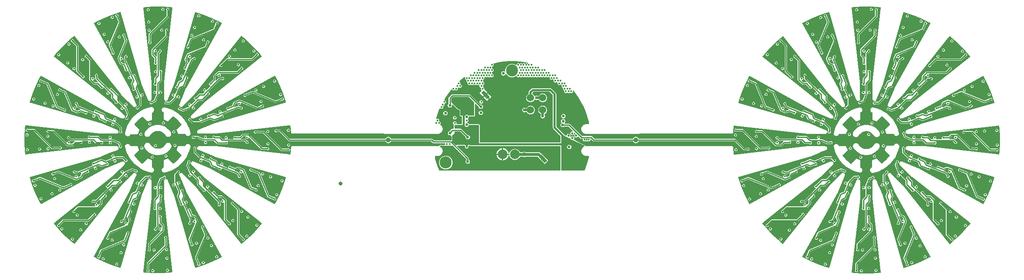
<source format=gbl>
%FSTAX44Y44*%
%MOMM*%
%SFA1B1*%

%IPPOS*%
%AMD77*
4,1,4,-0.325120,0.916940,-0.878840,0.419100,0.325120,-0.916940,0.878840,-0.419100,-0.325120,0.916940,0.0*
%
%ADD10C,0.999998*%
%ADD11C,1.999996*%
%ADD22C,0.253999*%
%ADD72C,2.499995*%
%ADD73C,0.399999*%
%ADD74C,0.599999*%
%ADD75C,0.799998*%
%ADD76C,0.499999*%
G04~CAMADD=77~9~0.0~0.0~295.3~708.7~0.0~0.0~0~0.0~0.0~0.0~0.0~0~0.0~0.0~0.0~0.0~0~0.0~0.0~0.0~42.0~692.0~721.0*
%ADD77D77*%
%ADD78C,1.523997*%
%ADD79C,0.599999*%
%ADD80C,0.399999*%
%ADD81C,0.499999*%
%LNpcb1-1*%
%LPD*%
G36*
X01014763Y02232376D02*
X01021864Y02231576D01*
X01021492Y02228243*
X01004517Y02077517*
X01004507Y02077482*
X0100451Y02077451*
X01004506Y02077414*
X01004518Y02077373*
X01004524Y02077311*
X01004458Y02077151*
X01004505Y02055124*
X01004543Y02055033*
X01004521Y02054937*
X01004534Y0205486*
X01004522Y02042054*
X01004515Y02042015*
X01004517Y02042005*
X01004512Y02041996*
X01004492Y02041861*
X01004499Y02041833*
X01004485Y02041808*
X01004472Y02041672*
X01004483Y02041636*
X01004467Y02041601*
X01004459Y0204138*
X01004485Y02041311*
X01004462Y02041241*
X01004503Y02040763*
X01004572Y02040631*
X01004564Y02040483*
X01004881Y02039579*
X01005011Y02039434*
X01005065Y02039246*
X01005663Y02038498*
X01005834Y02038404*
X01005947Y02038245*
X01006758Y02037736*
X01006951Y02037703*
X0100711Y0203759*
X01008043Y02037377*
X01008236Y0203741*
X01008423Y02037356*
X01009375Y02037463*
X01009546Y02037557*
X0100974Y02037568*
X01010604Y02037983*
X01010734Y02038128*
X01010914Y02038203*
X01011592Y02038879*
X01011678Y02039086*
X01011836Y02039243*
X01012063Y02039779*
X01012063Y02039899*
X0101213Y02039999*
X01012148Y02040091*
X01025834Y02073133*
X01025874Y02073196*
X01025902Y02073358*
X01026005Y02073488*
X01067972Y02219141*
X01068613Y02221365*
X01069724Y0222198*
X01075728Y0222025*
X01090411Y02215111*
X01104783Y02209158*
X011188Y02202409*
X01125053Y02198953*
X01123433Y02196018*
X01049932Y02063062*
X01049924Y02062994*
X01049876Y02062945*
X01041489Y02042575*
Y02042476*
X01041432Y02042395*
X01041415Y02042321*
X0103651Y02030509*
X01036473Y02030446*
X01036471Y02030434*
X01036461Y02030426*
X01036325Y02030187*
X0103632Y02030135*
X0103628Y02030099*
X01036187Y02029895*
X01036184Y02029821*
X01036137Y02029764*
X01035992Y02029306*
X01036004Y02029159*
X0103594Y02029025*
X01035889Y02028069*
X01035953Y02027885*
X01035932Y02027691*
X01036198Y02026772*
X0103632Y02026619*
X01036364Y02026429*
X01036918Y0202565*
X01037084Y02025545*
X01037187Y0202538*
X01037969Y02024826*
X01038159Y02024783*
X01038311Y02024661*
X01039231Y02024396*
X01039425Y02024418*
X01039609Y02024354*
X01040565Y02024407*
X01040741Y02024491*
X01040936*
X01041821Y02024857*
X01041979Y02025015*
X01042186Y02025099*
X01042599Y02025508*
X01042646Y02025619*
X01042746Y02025685*
X01042798Y02025763*
X01068088Y02051053*
X01068148Y02051096*
X01068236Y02051235*
X0106838Y02051315*
X01162893Y02169819*
X01164897Y02172331*
X01170483Y02167876*
X01182082Y0215751*
X01193082Y02146509*
X01203447Y02134912*
X01207893Y02129316*
X01205283Y02127234*
X01086706Y02032661*
X01086646Y02032627*
X01086548Y02032501*
X010864Y0203244*
X01070858Y02016831*
X0107082Y0201674*
X01070737Y02016689*
X01070691Y02016624*
X01061639Y02007588*
X01061577Y02007542*
X0106157Y02007529*
X01061556Y02007525*
X01061336Y02007353*
X01061311Y02007308*
X01061262Y0200729*
X01061106Y02007145*
X01061076Y02007078*
X01061011Y02007045*
X01060701Y02006677*
X01060656Y02006536*
X01060546Y02006437*
X01060132Y02005573*
X01060121Y02005379*
X01060027Y02005208*
X0105992Y02004256*
X01059975Y02004069*
X01059942Y02003876*
X01060156Y02002943*
X01060268Y02002784*
X01060301Y02002591*
X01060811Y0200178*
X0106097Y02001668*
X01061064Y02001497*
X01061813Y020009*
X01062Y02000846*
X01062146Y02000715*
X0106305Y02000398*
X01063244Y02000409*
X01063425Y02000335*
X01064382Y02000333*
X01064589Y02000419*
X01064812Y02000418*
X01065351Y02000637*
X01065436Y02000722*
X01065554Y02000745*
X01065632Y02000797*
X01098681Y02014486*
X01098719Y02014494*
X01098751Y02014515*
X01098784Y02014529*
X0109881Y02014555*
X01098868Y02014594*
X01099045Y02014614*
X01231732Y02087937*
X01234526Y02089481*
X01237982Y02083227*
X01244731Y02069211*
X01250684Y02054839*
X01255823Y02040157*
X01257795Y02033289*
X01254541Y02032352*
X01108831Y01990365*
X01108795Y01990361*
X01108767Y01990347*
X01108732Y01990336*
X01108698Y01990309*
X01108643Y0199028*
X0110847Y01990279*
X01088137Y01981807*
X01088068Y01981737*
X01087972Y01981721*
X01087905Y01981679*
X01076069Y0197679*
X0107603Y01976781*
X01076021Y01976775*
X01076011Y01976776*
X01075878Y01976743*
X01075854Y01976725*
X01075825Y01976728*
X01075694Y01976688*
X01075665Y01976665*
X01075627Y01976666*
X01075422Y0197659*
X01075368Y0197654*
X01075295Y01976533*
X01074869Y01976312*
X01074773Y01976199*
X01074633Y0197615*
X0107392Y01975511*
X01073836Y01975335*
X01073683Y01975213*
X01073221Y01974374*
X01073199Y01974181*
X01073095Y01974015*
X01072935Y01973072*
X01072979Y01972881*
X01072935Y01972691*
X01073096Y01971746*
X010732Y01971581*
X01073222Y01971388*
X01073685Y01970549*
X01073837Y01970427*
X01073922Y01970252*
X01074635Y01969613*
X01074819Y01969548*
X01074957Y0196941*
X01075842Y01969043*
X01076065*
X01076271Y01968956*
X01076853Y01968953*
X01076964Y01968998*
X01077082Y01968975*
X01077173Y01968993*
X01112946*
X01112984Y01968985*
X01113022Y01968993*
X01113057*
X0111309Y01969008*
X01113159Y01969021*
X01113331Y01968971*
X01263964Y01985935*
X01266257Y01986193*
X0126725Y01985401*
X01267322Y01984764*
X01267729Y01980562*
X01268073Y01976358*
X01268352Y01972146*
X0126846Y01970039*
X01268635Y0196967*
X01268791Y01969293*
X0126882Y01969281*
X01268833Y01969253*
X01269218Y01969116*
X01269595Y0196896*
X01461965*
X0146245Y01968474*
X01465144*
X01465354Y01968432*
X01573237*
X01573276Y0196844*
X01573314Y01968434*
X01574163Y01968476*
X01574276Y01968504*
X01574393*
X01576057Y01968835*
X01576201Y01968895*
X01576354Y01968925*
X01577921Y01969575*
X01578051Y01969661*
X01578194Y01969721*
X01579605Y01970663*
X01579715Y01970773*
X01579845Y0197086*
X01581044Y0197206*
X01581131Y01972189*
X01581241Y01972299*
X01582183Y0197371*
X01582243Y01973853*
X01582329Y01973983*
X01582979Y0197555*
X01583009Y01975703*
X01583069Y01975847*
X015834Y01977511*
Y01977628*
X01583428Y01977742*
X0158347Y0197859*
X01583458Y01978667*
X0158347Y01978745*
X01583428Y01979593*
X015834Y01979707*
Y01979824*
X01583069Y01981488*
X01583009Y01981632*
X01582979Y01981784*
X01582329Y01983352*
X01582243Y01983481*
X01582183Y01983625*
X01581241Y01985036*
X01581131Y01985146*
X01581044Y01985275*
X01579845Y01986475*
X01579715Y01986561*
X01579605Y01986672*
X01578744Y01987247*
X01578483Y01988628*
X01578544Y01988844*
X01578713Y01989012*
X01579246Y01990299*
Y01991691*
X01578713Y01992978*
X01577728Y01993962*
X01576442Y01994495*
X01576476Y01995751*
X01576496Y01995799*
Y01997191*
X01575963Y01998478*
X01574979Y01999462*
X01573692Y01999996*
X015723*
X01571013Y01999462*
X01570967Y01999415*
X01569829Y02000074*
X01570947Y0200419*
X0157464Y02014838*
X01577347Y02021195*
X01578838Y02021453*
X01579263Y02021028*
X0158055Y02020495*
X01581942*
X01583228Y02021028*
X01584213Y02022012*
X01584746Y02023299*
Y02024691*
X01584726Y02024739*
X01584692Y02025995*
X01585978Y02026528*
X01586963Y02027512*
X01587496Y02028799*
Y02030191*
X01587476Y02030239*
X01587442Y02031495*
X01588728Y02032028*
X01589713Y02033012*
X01590246Y02034299*
Y02035691*
X01589713Y02036977*
X01588728Y02037962*
X01587568Y02038443*
X01587286Y02038708*
X01586781Y020396*
X01589965Y02044912*
X0159641Y02054157*
X01601736Y02060778*
X01602805Y02060625*
X01603097Y02060444*
X01604013Y02059528*
X016053Y02058995*
X01606692*
X01607978Y02059528*
X01608746Y02060295*
X01609513Y02059528*
X016108Y02058995*
X01612192*
X01613478Y02059528*
X01614463Y02060512*
X01614996Y02061799*
Y02063191*
X01614976Y02063239*
X01614942Y02064495*
X01616228Y02065028*
X01616996Y02065795*
X01617763Y02065028*
X0161905Y02064495*
X01620442*
X01621728Y02065028*
X01622713Y02066012*
X01623246Y02067299*
Y02068691*
X01622713Y02069977*
X01621728Y02070962*
X01620442Y02071495*
X01620476Y02072751*
X01620496Y02072799*
Y02074191*
X01619963Y02075477*
X01618978Y02076462*
X01618676Y02076587*
X01618403Y02078075*
X01619323Y02078942*
X01628034Y02086091*
X01629543Y02087165*
X01629733Y02087032*
X01630429Y02086236*
X01629996Y02085191*
Y02083799*
X01630529Y02082512*
X01631513Y02081528*
X01632799Y02080995*
X01632766Y02079739*
X01632746Y02079691*
Y02078299*
X01633279Y02077012*
X01634263Y02076028*
X0163555Y02075495*
X01635516Y02074239*
X01635496Y02074191*
Y02072799*
X01636029Y02071512*
X01637013Y02070528*
X016383Y02069995*
X01639692*
X01640978Y02070528*
X01641746Y02071295*
X01642513Y02070528*
X016438Y02069995*
X01645192*
X01646478Y02070528*
X01647246Y02071295*
X01648013Y02070528*
X016493Y02069995*
X01650692*
X01651978Y02070528*
X01652746Y02071295*
X01653513Y02070528*
X016548Y02069995*
X01656192*
X01657478Y02070528*
X01658246Y02071295*
X01659013Y02070528*
X01660299Y02069995*
X01660266Y02068739*
X01660246Y02068691*
Y02067299*
X01660779Y02066012*
X01661763Y02065028*
X01663049Y02064495*
X01663016Y02063239*
X01662996Y02063191*
Y02061799*
X01663529Y02060512*
X01664265Y02059776*
X01664489Y02058268*
X01659973Y02054202*
X01666845Y0204657*
X01671519Y02050779*
X01676194Y02054987*
X01669996Y02061871*
Y02063191*
X01669463Y02064477*
X01668478Y02065462*
X01667192Y02065995*
X01667226Y02067251*
X01667246Y02067299*
Y02068691*
X01667226Y02068739*
X01667192Y02069995*
X01668478Y02070528*
X01669463Y02071512*
X01669996Y02072799*
Y02074191*
X01669463Y02075477*
X01668478Y02076462*
X01667192Y02076995*
X01667226Y02078251*
X01667246Y02078299*
Y02079691*
X01667226Y02079739*
X01667192Y02080995*
X01668478Y02081528*
X01669463Y02082512*
X01669996Y02083799*
Y02085191*
X01669976Y02085239*
X01669942Y02086495*
X01671228Y02087028*
X01671996Y02087795*
X01672763Y02087028*
X01674049Y02086495*
X01675442*
X01676728Y02087028*
X01677496Y02087795*
X01678263Y02087028*
X01679549Y02086495*
X01680942*
X01682228Y02087028*
X01682996Y02087795*
X01683763Y02087028*
X01685049Y02086495*
X01686442*
X01687728Y02087028*
X01688713Y02088012*
X01689246Y02089299*
Y02090691*
X01688713Y02091977*
X01687728Y02092962*
X01686442Y02093495*
X01686476Y02094751*
X01686496Y02094799*
Y02096191*
X01686476Y02096239*
X01686442Y02097495*
X01687728Y02098028*
X01688713Y02099012*
X01689246Y02100299*
Y02101691*
X01688713Y02102977*
X01687728Y02103962*
X01686442Y02104495*
X01686476Y02105751*
X01686496Y02105799*
Y02107191*
X01686476Y02107239*
X01686442Y02108495*
X01687728Y02109028*
X01688713Y02110012*
X01689246Y02111299*
Y02112691*
X01688775Y02113828*
X0168876Y0211393*
X01688775Y02114122*
X01689252Y02115234*
X01699627Y02117404*
X01710789Y02118948*
X01722031Y02119722*
X01727666*
X01733298*
X01744536Y02118949*
X01755694Y02117406*
X01760779Y02116343*
X01760902Y0211502*
X01760763Y02114962*
X01759995Y02114195*
X01759228Y02114962*
X01757942Y02115495*
X01756549*
X01755263Y02114962*
X01754495Y02114195*
X01753728Y02114962*
X01752442Y02115495*
X01751049*
X01749763Y02114962*
X01748995Y02114195*
X01748228Y02114962*
X01746942Y02115495*
X01745549*
X01744263Y02114962*
X01743496Y02114195*
X01742728Y02114962*
X01741442Y02115495*
X01740049*
X01738763Y02114962*
X01737778Y02113977*
X01737246Y02112691*
Y02112273*
X01736874Y02111966*
X01735976Y02111626*
X0173307Y02113304*
X01729509Y02114258*
X01725823*
X01722262Y02113304*
X0171907Y0211146*
X01716463Y02108854*
X0171462Y02105662*
X01713666Y02102101*
Y02098517*
X01713417Y02098305*
X0171249Y02097897*
X01712343Y02098044*
X0171069Y02098729*
X01708899*
X01707245Y02098044*
X01705979Y02096778*
X01705294Y02095124*
Y02093334*
X01705979Y0209168*
X01707245Y02090414*
X01708899Y02089729*
X0171069*
X01712343Y02090414*
X01713609Y0209168*
X01714184Y02093069*
X01715083Y02093292*
X01715536Y02093267*
X01716463Y02091662*
X0171907Y02089055*
X01722262Y02087212*
X01725823Y02086258*
X01729509*
X0173307Y02087212*
X01736072Y02088945*
X01736869Y02088819*
X01737555Y02088552*
X01737778Y02088012*
X01738763Y02087028*
X01740049Y02086495*
X01741442*
X01742728Y02087028*
X01743496Y02087795*
X01744263Y02087028*
X01745549Y02086495*
X01746942*
X01748228Y02087028*
X01748995Y02087795*
X01749763Y02087028*
X01751049Y02086495*
X01752442*
X01753728Y02087028*
X01754495Y02087795*
X01755263Y02087028*
X01756549Y02086495*
X01757942*
X01759228Y02087028*
X01759995Y02087795*
X01760763Y02087028*
X01762049Y02086495*
X01763442*
X01764728Y02087028*
X01765495Y02087795*
X01766263Y02087028*
X01767549Y02086495*
X01768942*
X01770228Y02087028*
X01770996Y02087795*
X01771763Y02087028*
X01773049Y02086495*
X01774442*
X01775728Y02087028*
X01776495Y02087795*
X01777263Y02087028*
X01778549Y02086495*
X01779942*
X01781228Y02087028*
X01781995Y02087795*
X01782763Y02087028*
X01784049Y02086495*
X01785442*
X01786728Y02087028*
X01787495Y02087795*
X01788263Y02087028*
X01789549Y02086495*
X01790942*
X01792228Y02087028*
X01792995Y02087795*
X01793763Y02087028*
X01795049Y02086495*
X01796442*
X01797728Y02087028*
X01798495Y02087795*
X01799263Y02087028*
X01800549Y02086495*
X01801942*
X01803228Y02087028*
X01803995Y02087795*
X01804763Y02087028*
X01806049Y02086495*
X01806015Y02085239*
X01805995Y02085191*
Y02083799*
X01806528Y02082512*
X01807513Y02081528*
X01808799Y02080995*
X01810192*
X01811478Y02081528*
X01812245Y02082295*
X01813013Y02081528*
X01814299Y02080995*
X01814265Y02079739*
X01814245Y02079691*
Y02078299*
X01814778Y02077012*
X01815763Y02076028*
X01817049Y02075495*
X01818442*
X01819728Y02076028*
X01820495Y02076795*
X01821263Y02076028*
X01822549Y02075495*
X01822515Y02074239*
X01822495Y02074191*
Y02072799*
X01823028Y02071512*
X01824013Y02070528*
X01825299Y02069995*
X01826692*
X01827978Y02070528*
X01828745Y02071295*
X01829513Y02070528*
X01830799Y02069995*
X01830765Y02068739*
X01830745Y02068691*
Y02067299*
X01831278Y02066012*
X01832263Y02065028*
X01833549Y02064495*
X01833515Y02063239*
X01833495Y02063191*
Y02061799*
X01834028Y02060512*
X01835013Y02059528*
X01836299Y02058995*
X01836265Y02057739*
X01836245Y02057691*
Y02056299*
X01836778Y02055012*
X01837763Y02054028*
X01839049Y02053495*
X01840442*
X01841728Y02054028*
X01842495Y02054795*
X01843263Y02054028*
X01844549Y02053495*
X01845942*
X01847228Y02054028*
X01847995Y02054795*
X01848763Y02054028*
X01850049Y02053495*
X01851442*
X01852728Y02054028*
X01853712Y02055012*
X01854245Y02056299*
Y02057691*
X01854029Y02058213*
X01855133Y02058868*
X01858885Y02054206*
X0186533Y02044968*
X01871126Y02035308*
X01876245Y02025274*
X01880663Y02014912*
X0188436Y02004272*
X01887319Y01993398*
X01888027Y0198996*
X01887224Y01988975*
X01882089*
X01882038Y01988965*
X01881986Y01988972*
X01880856Y01988898*
X01880706Y01988858*
X01880551Y01988848*
X01878368Y01988263*
X01878183Y01988171*
X01877987Y01988105*
X01876031Y01986975*
X01875875Y01986839*
X01875703Y01986724*
X01874106Y01985126*
X01873991Y01984955*
X01873854Y01984799*
X01872725Y01982843*
X01872658Y01982647*
X01872567Y01982461*
X01871982Y01980279*
X01871969Y01980073*
X01871928Y0197987*
Y01977611*
X01871969Y01977408*
X01871982Y01977202*
X01872567Y01975019*
X01872658Y01974834*
X01872725Y01974638*
X01873854Y01972682*
X01873991Y01972526*
X01874106Y01972354*
X01875703Y01970757*
X01875875Y01970642*
X01876031Y01970505*
X01877987Y01969376*
X01878183Y01969309*
X01878368Y01969218*
X01880551Y01968633*
X01880706Y01968623*
X01880856Y01968583*
X01881986Y01968509*
X01882038Y01968516*
X01882089Y01968505*
X01992094Y019685*
X01992304Y01968458*
X01992844*
X01992845Y01968865*
X02186073*
X0218645Y01969022*
X02186834Y01969158*
X02186848Y01969186*
X02186877Y01969198*
X02187033Y01969575*
X02187208Y01969944*
X02187316Y01972049*
X02187597Y01976256*
X02187941Y0198046*
X02188349Y01984656*
X02188414Y01985233*
X02189407Y01986024*
X02191905Y01985741*
X02191906*
X02342576Y01968773*
X02342611Y01968763*
X02342642Y01968766*
X02342679Y01968762*
X0234272Y01968774*
X02342781Y0196878*
X0234294Y01968714*
X02377887Y01968736*
X02377992Y0196878*
X02378113Y01968766*
X02378233Y01968748*
X02378262Y01968755*
X02378288Y01968741*
X02378428Y01968727*
X02378464Y01968738*
X02378498Y01968722*
X02378708Y01968715*
X02378776Y0196874*
X02378845Y01968718*
X02379325Y01968758*
X02379456Y01968827*
X02379604Y01968818*
X02380509Y01969135*
X02380655Y01969264*
X02380842Y01969318*
X02381592Y01969916*
X02381686Y01970087*
X02381845Y01970199*
X02382356Y01971011*
X02382388Y01971203*
X02382501Y01971362*
X02382715Y01972296*
X02382683Y01972489*
X02382737Y01972676*
X02382631Y01973629*
X02382536Y019738*
X02382526Y01973994*
X02382111Y01974858*
X02381965Y01974988*
X02381891Y01975169*
X02381214Y01975847*
X02381007Y01975933*
X0238085Y01976092*
X02380314Y01976318*
X02380194Y01976319*
X02380094Y01976386*
X02380002Y01976404*
X0234696Y0199009*
X02346897Y0199013*
X02346734Y01990158*
X02346605Y01990261*
X02200895Y02032251*
X02198729Y02032875*
X02198116Y02033986*
X02199845Y0203999*
X02204983Y02054673*
X02210936Y02069045*
X02217685Y02083061*
X02220706Y02088528*
X02221927Y02088879*
X02224131Y02087658*
X02224132*
X02357031Y02014188*
X02357099Y0201418*
X02357148Y02014132*
X02377517Y02005746*
X02377614*
X02377694Y02005689*
X02377771Y02005671*
X02389584Y02000766*
X02389647Y02000729*
X02389659Y02000727*
X02389667Y02000717*
X02389906Y02000581*
X02389958Y02000575*
X02389994Y02000536*
X02390198Y02000443*
X02390272Y0200044*
X02390329Y02000392*
X02390787Y02000248*
X02390934Y0200026*
X02391068Y02000196*
X02392024Y02000144*
X02392208Y02000209*
X02392402Y02000188*
X02393321Y02000454*
X02393474Y02000576*
X02393664Y02000619*
X02394444Y02001174*
X02394548Y02001339*
X02394713Y02001443*
X02395267Y02002224*
X0239531Y02002414*
X02395431Y02002567*
X02395697Y02003487*
X02395675Y02003681*
X02395739Y02003865*
X02395686Y02004822*
X02395602Y02004997*
Y02005192*
X02395236Y02006077*
X02395078Y02006235*
X02394994Y02006442*
X02394585Y02006855*
X02394474Y02006902*
X02394408Y02007002*
X02394331Y02007053*
X0236904Y02032344*
X02368997Y02032404*
X02368858Y02032492*
X02368778Y02032636*
X02250227Y02127194*
X02247776Y02129174*
X02252219Y02134745*
X02262585Y02146344*
X02273585Y02157344*
X02285184Y0216771*
X02290067Y02171605*
X02291329Y02171462*
X022929Y02169487*
X02292901*
Y02169486*
X02387432Y02050962*
X02387465Y02050902*
X02387592Y02050803*
X02387653Y02050656*
X02403262Y02035113*
X02403352Y02035076*
X02403404Y02034993*
X02403469Y02034947*
X02412505Y02025895*
X02412551Y02025833*
X02412564Y02025826*
X02412568Y02025811*
X0241274Y02025592*
X02412785Y02025566*
X02412803Y02025518*
X02412948Y02025362*
X02413015Y02025331*
X02413048Y02025267*
X02413416Y02024957*
X02413557Y02024912*
X02413656Y02024802*
X0241452Y02024387*
X02414714Y02024377*
X02414885Y02024283*
X02415837Y02024176*
X02416024Y0202423*
X02416217Y02024198*
X0241715Y02024411*
X02417309Y02024524*
X02417502Y02024557*
X02418312Y02025067*
X02418425Y02025226*
X02418596Y0202532*
X02419193Y02026069*
X02419248Y02026256*
X02419378Y02026402*
X02419694Y02027305*
X02419684Y020275*
X02419759Y0202768*
Y02028638*
X02419674Y02028845*
X02419675Y02029068*
X02419456Y02029607*
X02419372Y02029692*
X02419348Y0202981*
X02419296Y02029887*
X02405606Y02062937*
X02405599Y02062975*
X02405578Y02063007*
X02405564Y0206304*
X02405539Y02063065*
X02405499Y02063124*
X02405479Y02063301*
X02332135Y02196034*
X02330613Y02198788*
X02336867Y02202244*
X02350883Y02208993*
X02365255Y02214946*
X02379938Y02220085*
X0238594Y02221814*
X02387051Y02221199*
X02387747Y02218775*
X02387748Y02218774*
X02429728Y02073087*
X02429732Y0207305*
X02429746Y02073023*
X02429757Y02072987*
X02429784Y02072954*
X02429813Y02072898*
Y02072726*
X02438286Y02052393*
X02438356Y02052324*
X02438372Y02052228*
X02438414Y0205216*
X02443303Y02040325*
X02443312Y02040286*
X02443318Y02040278*
X02443316Y02040268*
X02443349Y02040136*
X02443367Y02040113*
X02443364Y02040084*
X02443403Y02039954*
X02443427Y02039925*
X02443426Y02039887*
X02443504Y02039677*
X02443554Y02039622*
X02443561Y02039549*
X02443782Y02039122*
X02443895Y02039027*
X02443945Y02038887*
X02444584Y02038174*
X0244476Y0203809*
X02444882Y02037938*
X0244572Y02037476*
X02445914Y02037454*
X02446079Y02037351*
X02447024Y02037191*
X02447214Y02037235*
X02447404Y02037191*
X02448348Y02037352*
X02448513Y02037456*
X02448706Y02037478*
X02449545Y02037941*
X02449666Y02038093*
X02449842Y02038178*
X0245048Y02038892*
X02450545Y02039076*
X02450683Y02039213*
X0245105Y02040098*
Y02040321*
X02451137Y02040527*
X0245114Y02041109*
X02451095Y0204122*
X02451118Y02041338*
X024511Y02041429*
Y02077202*
X02451108Y0207724*
X024511Y02077277*
Y02077313*
X02451086Y02077346*
X02451072Y02077415*
X02451122Y02077587*
X02434155Y0222828*
X02433803Y02231412*
X02440903Y02232212*
X02456435Y02233083*
X02471991*
X02487523Y02232212*
X0249373Y02231513*
X02494521Y02230519*
X02494238Y02228019*
X02494237Y02228018*
X0247727Y02077348*
X02477259Y02077313*
X02477262Y02077282*
X02477258Y02077245*
X0247727Y02077204*
X02477276Y02077142*
X0247721Y02076983*
X02477232Y02042037*
X02477276Y02041932*
X02477262Y02041813*
X02477245Y02041696*
X02477252Y02041668*
X02477238Y02041642*
X02477224Y02041505*
X02477235Y02041469*
X02477219Y02041434*
X02477211Y02041212*
X02477237Y02041142*
X02477215Y02041072*
X02477256Y02040593*
X02477324Y02040461*
X02477316Y02040314*
X02477633Y0203941*
X02477763Y02039265*
X02477817Y02039077*
X02478415Y02038329*
X02478586Y02038235*
X02478699Y02038076*
X0247951Y02037567*
X02479703Y02037534*
X02479862Y02037421*
X02480796Y02037208*
X02480988Y02037241*
X02481175Y02037187*
X02482127Y02037294*
X02482298Y02037388*
X02482493Y02037399*
X02483356Y02037814*
X02483486Y02037959*
X02483666Y02038034*
X02484344Y0203871*
X02484406Y0203886*
X02484533Y0203896*
X02484773Y0203939*
X02484813Y02039726*
X02484822Y02039755*
X02484877Y02039832*
X02484894Y02039906*
X02498587Y02072964*
X02498626Y02073026*
X02498654Y02073189*
X02498757Y02073318*
X02540746Y02219025*
Y02219026*
X02541372Y02221201*
X02542484Y02221815*
X02548488Y02220085*
X02563171Y02214947*
X02577543Y02208994*
X02591559Y02202245*
X02597026Y02199224*
X02597378Y02198003*
X02596165Y02195812*
X02522684Y02062893*
X02522676Y02062824*
X02522628Y02062776*
X02514242Y02042407*
Y02042309*
X02514185Y0204223*
X02514168Y02042152*
X02509262Y0203034*
X02509225Y02030277*
X02509223Y02030265*
X02509214Y02030257*
X02509078Y02030018*
X02509071Y02029965*
X02509033Y0202993*
X02508939Y02029726*
X02508938Y02029687*
X02508911Y02029659*
X02508861Y02029529*
X02508862Y02029484*
X02508834Y0202945*
X02508754Y02029183*
X0250876Y02029124*
X02508727Y02029075*
X02508673Y02028801*
X02508684Y02028744*
X02508657Y02028692*
X02508629Y02028414*
X02508642Y02028371*
X02508624Y02028331*
X02508621Y02028191*
X02508657Y02028098*
X02508632Y02028001*
X0250875Y0202719*
X02508876Y02026977*
X02508921Y02026735*
X02509802Y02025373*
X02510069Y02025189*
X02510291Y02024954*
X02511772Y0202429*
X02512095Y0202428*
X0251241Y02024204*
X02514013Y02024451*
X02514267Y02024605*
X02514551Y02024688*
X02515264Y02025261*
X0251535Y02025417*
X02515498Y02025516*
X0251555Y02025594*
X0254084Y02050884*
X025409Y02050926*
X02540988Y02051066*
X02541132Y02051146*
X02635674Y02169681*
X02637656Y02172167*
X02643242Y02167711*
X02654842Y02157345*
X02665842Y02146345*
X02676207Y02134746*
X02680103Y02129862*
X02679961Y021286*
X02678021Y02127054*
X02559458Y02032492*
X02559398Y02032458*
X025593Y02032332*
X02559152Y02032271*
X0254361Y02016662*
X02543572Y02016571*
X02543489Y02016519*
X02543443Y02016455*
X02534392Y02007418*
X02534329Y02007372*
X02534322Y0200736*
X02534308Y02007356*
X02534088Y02007184*
X02534063Y02007139*
X02534014Y02007121*
X02533858Y02006975*
X02533836Y02006928*
X02533789Y02006906*
X02533601Y02006698*
X02533572Y02006615*
X02533499Y02006566*
X02533188Y020061*
X02533166Y02005986*
X02533084Y02005904*
X0253287Y02005386*
Y0200527*
X02532805Y02005174*
X02532696Y02004624*
X02532714Y02004538*
X02532676Y02004459*
X02532662Y02004179*
X02532696Y02004085*
X02532669Y02003988*
X0253275Y02003313*
X02532851Y02003132*
X02532868Y02002926*
X02533488Y02001726*
X02533695Y02001551*
X0253384Y02001321*
X02534941Y02000538*
X02535205Y02000478*
X02535439Y02000339*
X02536777Y02000149*
X02537033Y02000215*
X02537296Y02000196*
X02538034Y02000442*
X02538152Y02000545*
X02538306Y02000576*
X02538384Y02000628*
X02571434Y02014317*
X02571471Y02014325*
X02571503Y02014347*
X02571536Y0201436*
X02571562Y02014385*
X0257162Y02014425*
X02571797Y02014444*
X02704473Y02087763*
X027065Y02088882*
X0270772Y02088531*
X02710741Y02083063*
X02717491Y02069047*
X02723444Y02054675*
X02728582Y02039992*
X02730561Y02033126*
X02727331Y02032194*
X02581583Y01990196*
X02581547Y01990192*
X02581519Y01990177*
X02581484Y01990167*
X0258145Y0199014*
X02581395Y01990111*
X02581222Y0199011*
X0256089Y01981637*
X02560821Y01981568*
X02560724Y01981552*
X02560657Y0198151*
X02548821Y01976621*
X02548782Y01976612*
X02548774Y01976606*
X02548764Y01976607*
X02548633Y01976574*
X02548609Y01976557*
X02548581Y0197656*
X02548451Y01976521*
X02548421Y01976497*
X02548383Y01976498*
X02548173Y0197642*
X02548123Y01976374*
X02548055Y01976369*
X0254768Y01976179*
X02547596Y0197608*
X02547471Y01976042*
X02546824Y01975509*
X02546744Y01975358*
X02546601Y01975262*
X02546136Y01974565*
X02546103Y01974396*
X02545994Y01974264*
X02545751Y01973461*
X02545764Y01973332*
X02545705Y01973216*
X02545675Y01972796*
X02545706Y01972701*
X02545677Y01972606*
X02545728Y01972067*
X02545805Y01971921*
X02545803Y01971755*
X025462Y01970755*
X02546352Y01970598*
X0254643Y01970394*
X02547169Y01969612*
X02547368Y01969522*
X02547516Y01969361*
X02548491Y01968907*
X02548726Y01968897*
X0254894Y01968801*
X02549581Y01968784*
X02549704Y01968831*
X02549834Y01968805*
X02549925Y01968824*
X02585698*
X02585736Y01968816*
X02585773Y01968824*
X02585809*
X02585843Y01968838*
X02585911Y01968851*
X02586083Y01968802*
X02736717Y01985768*
X02739017Y01986027*
X0274001Y01985235*
X02740709Y01979027*
X02741581Y01963495*
Y01947939*
X02740709Y01932407*
X0273991Y01925306*
X0273657Y0192568*
X02585844Y01942654*
X02585809Y01942665*
X02585778Y01942662*
X02585741Y01942666*
X025857Y01942654*
X02585637Y01942648*
X02585478Y01942714*
X02566184Y01942665*
X02566092Y01942627*
X02565995Y01942649*
X02565916Y01942635*
X02550381Y0194265*
X02550342Y01942657*
X02550332Y01942654*
X02550323Y0194266*
X02550188Y0194268*
X0255016Y01942672*
X02550135Y01942686*
X02549999Y019427*
X02549963Y01942689*
X02549928Y01942705*
X02549707Y01942713*
X02549631Y01942684*
X02549552Y01942708*
X02548995Y01942652*
X02548843Y01942571*
X02548671*
X02547641Y01942142*
X02547482Y01941982*
X02547273Y01941896*
X02546485Y01941106*
X02546399Y01940898*
X02546239Y01940738*
X02545813Y01939707*
Y01939535*
X02545732Y01939384*
X02545677Y01938826*
X02545706Y0193873*
X02545674Y01938635*
X02545702Y01938236*
X02545758Y01938124*
X02545744Y01938001*
X02545965Y01937233*
X02546067Y01937105*
X02546094Y01936943*
X02546519Y01936266*
X02546653Y01936171*
X02546724Y01936023*
X02547319Y0193549*
X02547518Y01935421*
X02547671Y01935276*
X02548141Y01935096*
X02548242Y01935099*
X02548326Y01935042*
X02548418Y01935024*
X0258146Y01921337*
X02581523Y01921298*
X02581686Y0192127*
X02581815Y01921167*
X02727474Y01879198*
X02729698Y01878557*
X02730313Y01877446*
X02728583Y01871442*
X02723445Y01856759*
X02717492Y01842387*
X02710742Y01828371*
X02707286Y01822117*
X02704345Y01823738*
X02571389Y01897239*
X02571321Y01897247*
X02571272Y01897296*
X02550904Y01905682*
X02550806*
X02550726Y01905738*
X02550649Y01905756*
X02538836Y01910661*
X02538773Y01910699*
X02538761Y019107*
X02538753Y0191071*
X02538514Y01910846*
X02538462Y01910853*
X02538426Y01910891*
X02538222Y01910985*
X02538126Y01910988*
X0253805Y01911047*
X02537375Y01911233*
X02537164Y01911206*
X02536961Y01911267*
X02535578Y01911129*
X02535333Y01910997*
X02535059Y01910942*
X02533905Y01910169*
X0253375Y01909937*
X02533535Y0190976*
X0253288Y01908534*
X0253286Y01908323*
X02532755Y01908138*
X0253267Y01907444*
X02532696Y01907347*
X02532662Y01907253*
X02532674Y01906993*
X02532709Y01906919*
X02532692Y01906839*
X02532786Y01906327*
X02532845Y01906237*
X02532842Y01906128*
X02533027Y01905642*
X02533101Y01905564*
X02533117Y01905457*
X02533387Y01905012*
X02533547Y01904895*
X02533642Y01904721*
X02533926Y01904489*
X02533981Y01904473*
X02534013Y01904426*
X0253409Y01904374*
X0255938Y01879084*
X02559423Y01879024*
X02559562Y01878936*
X02559642Y01878791*
X02678152Y01784277*
X02680664Y01782274*
X02676209Y01776688*
X02665843Y01765089*
X02654843Y01754088*
X02643244Y01743722*
X02637657Y01739266*
X0263556Y0174189*
X02540988Y01860465*
X02540954Y01860526*
X02540828Y01860624*
X02540767Y01860772*
X02525158Y01876314*
X02525068Y01876351*
X02525016Y01876434*
X02524951Y01876481*
X02515915Y01885532*
X0251587Y01885594*
X02515856Y01885602*
X02515852Y01885616*
X02515681Y01885835*
X02515635Y01885861*
X02515617Y0188591*
X02515472Y01886066*
X02515372Y01886111*
X02515316Y01886205*
X02514641Y01886704*
X02514396Y01886765*
X02514185Y01886905*
X02512556Y01887227*
X02512231Y01887162*
X025119*
X02510366Y01886525*
X02510133Y01886291*
X02509857Y01886107*
X02508935Y01884726*
X02508885Y01884467*
X02508753Y01884238*
X02508632Y01883287*
X02508665Y01883167*
X02508627Y01883049*
X02508647Y0188281*
X02508671Y01882765*
X02508659Y01882716*
X02508699Y01882479*
X02508726Y01882436*
X02508719Y01882386*
X02508779Y01882154*
X02508911Y01881978*
X02508963Y01881765*
X02509085Y01881598*
X02509124Y0188154*
X02522814Y0184849*
X02522821Y01848452*
X02522842Y01848421*
X02522856Y01848388*
X02522882Y01848362*
X02522921Y01848304*
X02522941Y01848126*
X02596261Y01715456*
X02597815Y01712644*
X0259156Y01709188*
X02577545Y01702439*
X02563173Y01696486*
X02548489Y01691348*
X02541623Y01689369*
X0254069Y01692592*
X02498692Y0183834*
X02498688Y01838381*
X02498672Y0183841*
X02498664Y01838438*
X02498643Y01838465*
X02498607Y01838531*
Y01838702*
X02490134Y01859034*
X02490064Y01859103*
X02490048Y018592*
X02490006Y01859267*
X02485117Y01871103*
X02485108Y01871141*
X02485102Y0187115*
X02485104Y01871159*
X02485071Y01871291*
X02485053Y01871314*
X02485056Y01871343*
X02485017Y01871473*
X02484993Y01871503*
X02484994Y01871541*
X02484916Y01871751*
X02484866Y01871805*
X0248486Y01871879*
X02484638Y01872305*
X02484525Y01872401*
X02484475Y0187254*
X02483836Y01873253*
X0248366Y01873337*
X02483538Y0187349*
X024827Y01873952*
X02482506Y01873973*
X02482342Y01874077*
X02481397Y01874237*
X02481206Y01874193*
X02481016Y01874236*
X02480072Y01874075*
X02479907Y01873971*
X02479714Y0187395*
X02478875Y01873487*
X02478754Y01873334*
X02478578Y0187325*
X0247794Y01872536*
X02477875Y01872352*
X02477737Y01872214*
X0247737Y0187133*
Y01871106*
X02477283Y018709*
X0247728Y01870319*
X02477325Y01870208*
X02477302Y0187009*
X0247732Y01869998*
Y01834226*
X02477313Y01834188*
X0247732Y0183415*
Y01834115*
X02477334Y01834081*
X02477348Y01834012*
X02477298Y01833841*
X02494266Y01683213*
X02494525Y01680913*
X02493733Y0167992*
X02487525Y01679221*
X02471993Y01678349*
X02456437*
X02440905Y0167922*
X02433804Y0168002*
X02434176Y01683353*
X02451151Y0183408*
X02451161Y01834114*
X02451158Y01834146*
X02451162Y01834182*
X0245115Y01834224*
X02451144Y01834286*
X0245121Y01834446*
X02451163Y01856473*
X02451125Y01856564*
X02451147Y01856659*
X02451134Y01856737*
X02451146Y01869542*
X02451153Y01869582*
X02451151Y01869592*
X02451156Y01869601*
X02451176Y01869735*
X02451169Y01869764*
X02451182Y01869789*
X02451196Y01869925*
X02451185Y01869961*
X02451201Y01869995*
X02451209Y01870216*
X02451183Y01870285*
X02451206Y01870356*
X02451164Y01870834*
X02451096Y01870966*
X02451104Y01871114*
X02450787Y01872018*
X02450657Y01872163*
X02450603Y0187235*
X02450005Y01873099*
X02449834Y01873193*
X02449721Y01873352*
X0244891Y01873861*
X02448717Y01873894*
X02448558Y01874006*
X02447625Y01874219*
X02447432Y01874187*
X02447245Y01874241*
X02446293Y01874134*
X02446122Y01874039*
X02445928Y01874029*
X02445064Y01873614*
X02444934Y01873468*
X02444754Y01873394*
X02444076Y01872717*
X0244399Y01872511*
X02443832Y01872354*
X02443607Y01871818*
X02443605Y01871697*
X02443538Y01871599*
X0244352Y01871506*
X02429834Y01838463*
X02429794Y01838401*
X02429766Y01838238*
X02429663Y01838109*
X02387696Y01692456*
X02387695Y01692455*
X02387055Y01690231*
X02385944Y01689617*
X0237994Y01691347*
X02365257Y01696485*
X02350885Y01702438*
X02336869Y01709188*
X02330615Y01712644*
X02332235Y01715579*
X02405736Y01848534*
X02405744Y01848603*
X02405792Y01848652*
X02414179Y01869022*
Y01869121*
X02414236Y01869201*
X02414253Y01869276*
X02419157Y01881088*
X02419195Y0188115*
X02419197Y01881163*
X02419207Y0188117*
X02419343Y0188141*
X0241935Y01881462*
X02419388Y01881498*
X02419481Y01881702*
X02419484Y01881775*
X02419531Y01881832*
X02419676Y0188229*
X02419663Y01882438*
X02419728Y01882571*
X02419779Y01883527*
X02419715Y01883711*
X02419736Y01883905*
X0241947Y01884825*
X02419348Y01884977*
X02419305Y01885167*
X0241875Y01885948*
X02418585Y01886052*
X02418481Y01886217*
X02417699Y0188677*
X02417509Y01886814*
X02417357Y01886935*
X02416437Y018872*
X02416243Y01887178*
X02416059Y01887243*
X02415103Y0188719*
X02414927Y01887105*
X02414732*
X02413847Y0188674*
X02413689Y01886582*
X02413482Y01886498*
X02413068Y01886089*
X02413022Y01885978*
X02412922Y01885911*
X0241287Y01885834*
X0238758Y01860544*
X0238752Y01860501*
X02387432Y01860362*
X02387288Y01860282*
X02292775Y01741777*
X02290772Y01739266*
X02285185Y01743721*
X02273586Y01754087*
X02262586Y01765087*
X02252221Y01776685*
X02247775Y0178228*
X02250385Y01784363*
X02368962Y01878935*
X02369022Y01878969*
X0236912Y01879095*
X02369268Y01879157*
X02384811Y01894766*
X02384848Y01894856*
X02384931Y01894908*
X02384977Y01894973*
X02394029Y01904009*
X02394091Y01904055*
X02394098Y01904068*
X02394112Y01904072*
X02394332Y01904243*
X02394357Y01904288*
X02394406Y01904307*
X02394562Y01904452*
X02394593Y01904518*
X02394657Y01904552*
X02394967Y0190492*
X02395012Y01905061*
X02395122Y0190516*
X02395536Y01906023*
X02395547Y01906218*
X02395641Y01906389*
X02395748Y01907341*
X02395693Y01907528*
X02395726Y0190772*
X02395512Y01908654*
X02395399Y01908813*
X02395367Y01909005*
X02394857Y01909816*
X02394698Y01909929*
X02394604Y019101*
X02393855Y01910697*
X02393668Y01910751*
X02393522Y01910881*
X02392618Y01911198*
X02392424Y01911187*
X02392244Y01911262*
X02391286Y01911263*
X02391079Y01911178*
X02390856Y01911179*
X02390317Y0191096*
X02390232Y01910875*
X02390114Y01910852*
X02390036Y019108*
X02356986Y0189711*
X02356948Y01897102*
X02356917Y01897081*
X02356884Y01897068*
X02356858Y01897042*
X023568Y01897003*
X02356623Y01896983*
X02223936Y01823659*
X02221142Y01822116*
X02217686Y0182837*
X02210937Y01842385*
X02204984Y01856757*
X02199845Y0187144*
X02197873Y01878308*
X02201127Y01879244*
X02346837Y01921232*
X02346873Y01921235*
X02346901Y0192125*
X02346937Y0192126*
X0234697Y01921287*
X02347025Y01921317*
X02347198*
X02367531Y0192979*
X023676Y01929859*
X02367696Y01929876*
X02367763Y01929918*
X02379599Y01934807*
X02379638Y01934816*
X02379647Y01934822*
X02379657Y0193482*
X0237979Y01934854*
X02379814Y01934871*
X02379843Y01934868*
X02379974Y01934908*
X02380003Y01934932*
X02380041Y01934931*
X02380246Y01935007*
X023803Y01935057*
X02380373Y01935063*
X02380799Y01935284*
X02380895Y01935398*
X02381035Y01935447*
X02381748Y01936086*
X02381832Y01936262*
X02381985Y01936383*
X02382447Y01937222*
X02382469Y01937416*
X02382573Y01937581*
X02382733Y01938526*
X02382689Y01938716*
X02382733Y01938906*
X02382572Y0193985*
X02382468Y01940015*
X02382447Y01940209*
X02381983Y01941047*
X02381831Y01941169*
X02381746Y01941345*
X02381033Y01941984*
X02380849Y01942048*
X02380711Y01942186*
X02379826Y01942554*
X02379603*
X02379397Y01942641*
X02378815Y01942644*
X02378704Y01942599*
X02378586Y01942622*
X02378495Y01942604*
X02342722*
X02342684Y01942611*
X02342646Y01942604*
X02342611*
X02342578Y0194259*
X02342509Y01942576*
X02342337Y01942625*
X02191704Y01925662*
X02189411Y01925403*
X02188418Y01926195*
X02188346Y01926833*
X02187939Y01931035*
X02187595Y01935239*
X02187316Y0193945*
X02187208Y01941558*
X02187033Y01941927*
X02186877Y01942304*
X02186848Y01942315*
X02186835Y01942344*
X0218645Y0194248*
X02186073Y01942636*
X01993703*
X01993218Y01943122*
X01990188*
X01989978Y01943164*
X01882096*
X01882044Y01943154*
X01881992Y01943161*
X01880929Y01943091*
X01880828Y019431*
X01880354Y01943265*
X01879645Y01943823*
X01879549Y0194413*
X0187954Y0194414*
X01879541Y01944154*
X01879143Y01944615*
X01878751Y01945083*
X01878737Y01945084*
X01878729Y01945094*
X0187366Y0194764*
X01856509Y01956254*
X0185632Y01957423*
X01856929Y01958893*
Y01960485*
X0185632Y01961955*
X01855195Y0196308*
X01853725Y01963689*
X01852133*
X01850663Y0196308*
X0184962Y01962037*
X01849279Y01961964*
X01848552Y01961991*
X0184832Y01962423*
X01848929Y01963893*
Y01965485*
X0184832Y01966955*
X01847195Y0196808*
X01845725Y01968689*
X01844133*
X01842663Y0196808*
X01841538Y01966955*
X01840934Y01965498*
X01840835Y01965274*
X01839666Y01964713*
X01836768Y01966169*
X01819668Y0198327*
Y0205105*
X01819396Y02052415*
X01818622Y02053572*
X01809732Y02062462*
X01808575Y02063236*
X0180721Y02063508*
X01770673*
X01769307Y02063236*
X0176815Y02062462*
X01763506Y02057818*
X01762732Y02056661*
X0176246Y02055295*
Y02051899*
X01760429Y02050727*
X01758731Y02049029*
X0175753Y02046949*
X01756909Y0204463*
Y02042228*
X0175753Y02039909*
X01758731Y02037829*
X01760429Y02036131*
X01762509Y0203493*
X01764828Y02034309*
X0176723*
X01769549Y0203493*
X01771629Y02036131*
X01773327Y02037829*
X01774367Y02039631*
X01775308Y02039929*
X01775851Y02039943*
X0177618Y02039614*
X01777834Y02038929*
X01779624*
X01780642Y02039351*
X01783253*
X01784131Y02037829*
X01785829Y02036131*
X01787909Y0203493*
X01790228Y02034309*
X0179263*
X01794949Y0203493*
X01797029Y02036131*
X01798727Y02037829*
X01799927Y02039909*
X01800549Y02042228*
Y0204463*
X01799927Y02046949*
X01798727Y02049029*
X01797029Y02050727*
X01794949Y02051928*
X0179263Y02052549*
X01790228*
X01787909Y02051928*
X01785829Y02050727*
X01784131Y02049029*
X01783253Y02047507*
X01780642*
X01779624Y02047929*
X01777834*
X0177618Y02047244*
X01775851Y02046915*
X01775308Y02046929*
X01774367Y02047227*
X01773327Y02049029*
X01771629Y02050727*
X01769598Y02051899*
Y02053817*
X01772151Y0205637*
X01805731*
X0181253Y02049571*
Y01981791*
X01812802Y01980426*
X01813576Y01979268*
X01828655Y01964188*
Y01950582*
X01660474*
Y01986909*
X01659998Y01988058*
X0165885Y01988533*
X01637849*
X01637842Y0198853*
X01637164Y01990168*
X01635898Y01991434*
X0163482Y01991881*
Y01993255*
X01635478Y01993528*
X01636463Y01994512*
X01636996Y01995799*
Y01997191*
X01636463Y01998478*
X01636332Y01998609*
X01635898Y01999804*
X01637164Y0200107*
X01637849Y02002724*
Y02004514*
X01638259Y02005127*
X01649279*
X01650427Y02005603*
X01650903Y02006751*
Y02030651*
X01652076Y02031137*
X01658634Y02024579*
Y02024114*
X01659319Y0202246*
X01660585Y02021194*
X01662239Y02020509*
X01664029*
X01665683Y02021194*
X01666949Y0202246*
X01667634Y02024114*
Y02025904*
X01666949Y02027558*
X01665683Y02028825*
X01664029Y02029509*
X01662239*
X01661852Y02029349*
X01641254Y02049947*
X01640338Y02050559*
X01639257Y02050774*
X01603821*
X0160382*
X0160274Y02050559*
X01601823Y02049947*
X01596572Y02044696*
X0159596Y02043779*
X01595745Y02042698*
Y02031234*
X01594754Y02030243*
X01594069Y02028589*
Y02026799*
X01594754Y02025145*
X0159602Y02023879*
X01597674Y02023194*
X01599464*
X01601118Y02023879*
X01602384Y02025145*
X01603069Y02026799*
Y02028589*
X01602835Y02029154*
X01603912Y02029873*
X01615314Y02018471*
X01616462Y02017995*
X01618895*
Y02007619*
X01619371Y02006471*
X01620239Y02005603*
X01621387Y02005127*
X0162328*
Y01988533*
X01612889*
X0161204Y01989803*
X01612246Y01990299*
Y01991691*
X01611713Y01992978*
X01610728Y01993962*
X01609442Y01994495*
X0160805*
X01606763Y01993962*
X01605779Y01992978*
X01605246Y01991691*
Y01990299*
X01605779Y01989012*
X01606763Y01988028*
X01607147Y01987869*
X01606749Y01986909*
Y01979143*
X0160402*
X01602939Y01978928*
X01602022Y01978316*
X01600226Y0197652*
X01599724Y01975769*
X01598468Y01974513*
X01598004*
X0159635Y01973828*
X01595084Y01972562*
X01594399Y01970908*
Y01969118*
X01595084Y01967464*
X0159635Y01966198*
X01598004Y01965513*
X01599794*
X01599984Y01965591*
X01600956Y0196462*
X01600815Y01964279*
X01601291Y01963131*
X01601985Y01962436*
Y01955596*
X01600715Y01954728*
X01600285Y01954813*
X01565573*
X0156259Y01957796*
X01561674Y01958408*
X01560593Y01958623*
X01476534*
X0147586Y0195979*
X0147465Y01961*
X01473168Y01961856*
X01471515Y01962299*
X01469803*
X0146815Y01961856*
X01466668Y01961*
X01465458Y0195979*
X01464784Y01958623*
X01462848*
X01462847Y01958197*
X01456372*
X01455548Y01958034*
X01265653*
X01247233Y01976454*
X01246482Y01976955*
X01245596Y01977132*
X01239113*
X01238885Y0197736*
X01237781Y01977817*
X01236588*
X01235485Y0197736*
X01234641Y01976516*
X01234186Y01975414*
Y0197422*
X01234641Y01973118*
X01235485Y01972274*
X01236588Y01971817*
X01237781*
X01238885Y01972274*
X01239113Y01972503*
X01244638*
X01263058Y01954083*
X01263809Y01953581*
X01264695Y01953405*
X01456208*
X01457032Y01953568*
X01461941*
X01462534Y01952975*
X01464784*
X01465458Y01951808*
X01466668Y01950598*
X0146815Y01949742*
X01469803Y01949299*
X01471515*
X01473168Y01949742*
X0147465Y01950598*
X0147586Y01951808*
X01476534Y01952975*
X01559423*
X01562406Y01949992*
X01563322Y0194938*
X01564403Y01949165*
X01587981*
X0158883Y01947895*
X01588746Y01947691*
Y01946299*
X01588381Y01945753*
X01587167Y01945752*
X01586927Y01945652*
X01586745*
X01586687Y01945628*
X01586546*
X01586306Y01945528*
X01586124*
X01585136Y01945119*
X0158439*
X01583402Y01945528*
X01583079*
X01582781Y01945651*
X01582594*
X01582593*
X01582592Y01945652*
X01582497*
X01582203Y0194553*
X01581977Y01945531*
X01581975Y01945528*
X01581876*
X01580888Y01945119*
X01580142*
X0157969Y01945306*
X01579687*
X01579685Y01945308*
X01579064Y01945306*
X01578447*
X01578445Y01945304*
X01578443*
X01577142Y0194476*
X01576906Y01944523*
X01576886Y01944522*
X01576821Y01944445*
X01576468Y01944235*
X0157633Y01944052*
X01576293Y01943907*
X01576266Y01943879*
X01576157Y0194366*
X01576083Y01943573*
X01576027Y01943397*
X01575782Y01942901*
X01575638Y01942773*
X01574399Y01943019*
X01574282*
X01574169Y01943048*
X0157332Y01943089*
X01573281Y01943084*
X01573243Y01943091*
X01463239Y01943097*
X01463029Y01943139*
X01462824*
X01462823Y01942731*
X01269595*
X01269218Y01942575*
X01268834Y01942439*
X0126882Y0194241*
X01268791Y01942398*
X01268635Y01942022*
X0126846Y01941653*
X01268352Y01939548*
X01268072Y01935341*
X01267727Y01931137*
X01267319Y0192694*
X01267254Y01926364*
X01266261Y01925572*
X01263763Y01925855*
X01263762*
X01113092Y01942824*
X01113057Y01942834*
X01113026Y01942831*
X01112989Y01942835*
X01112948Y01942823*
X01112886Y01942817*
X01112728Y01942883*
X01077781Y01942861*
X01077676Y01942817*
X01077555Y01942831*
X01077435Y01942849*
X01077406Y01942842*
X0107738Y01942856*
X0107724Y01942869*
X01077204Y01942858*
X0107717Y01942874*
X0107696Y01942882*
X01076892Y01942857*
X01076823Y01942879*
X01076343Y01942838*
X01076212Y0194277*
X01076064Y01942779*
X01075159Y01942462*
X01075013Y01942332*
X01074826Y01942278*
X01074076Y01941681*
X01073982Y0194151*
X01073823Y01941397*
X01073312Y01940586*
X0107328Y01940394*
X01073167Y01940234*
X01072953Y019393*
X01072985Y01939108*
X01072931Y0193892*
X01073037Y01937968*
X01073132Y01937797*
X01073142Y01937602*
X01073557Y01936738*
X01073703Y01936608*
X01073777Y01936428*
X01074454Y01935749*
X0107466Y01935663*
X01074818Y01935505*
X01075354Y01935279*
X01075474Y01935278*
X01075574Y01935211*
X01075666Y01935193*
X01108708Y01921506*
X01108771Y01921467*
X01108933Y01921439*
X01109062Y01921336*
X01254773Y01879346*
Y01879346*
X01256939Y01878722*
X01257554Y0187761*
X01255823Y01871607*
X01250685Y01856923*
X01244732Y01842552*
X01237983Y01828536*
X01234962Y01823069*
X01233741Y01822718*
X01231537Y01823938*
X01231536Y01823939*
X01098637Y01897409*
X01098569Y01897416*
X0109852Y01897465*
X01078151Y01905851*
X01078054*
X01077974Y01905908*
X01077897Y01905925*
X01066084Y0191083*
X01066021Y01910868*
X01066009Y0191087*
X01066001Y01910879*
X01065762Y01911015*
X0106571Y01911022*
X01065674Y01911061*
X0106547Y01911154*
X01065396Y01911157*
X01065339Y01911204*
X01064881Y0191135*
X01064734Y01911336*
X010646Y019114*
X01063644Y01911452*
X0106346Y01911388*
X01063266Y01911409*
X01062347Y01911143*
X01062194Y01911021*
X01062004Y01910977*
X01061224Y01910422*
X0106112Y01910257*
X01060955Y01910153*
X01060401Y01909372*
X01060358Y01909182*
X01060236Y0190903*
X01059971Y0190811*
X01059993Y01907916*
X01059929Y01907732*
X01059982Y01906776*
X01060067Y019066*
X01060066Y01906405*
X01060432Y0190552*
X0106059Y01905362*
X01060674Y01905155*
X01061083Y01904741*
X01061194Y01904695*
X01061261Y01904595*
X01061339Y01904543*
X01086628Y01879253*
X01086671Y01879193*
X0108681Y01879105*
X0108689Y01878961*
X01205442Y01784403*
X01207892Y01782422*
X01203449Y01776852*
X01193083Y01765253*
X01182083Y01754253*
X01170484Y01743887*
X01165601Y01739992*
X01164339Y01740135*
X01162768Y01742109*
X01162767Y0174211*
X01068236Y01860635*
X01068203Y01860694*
X01068076Y01860793*
X01068015Y01860941*
X01052406Y01876483*
X01052316Y0187652*
X01052264Y01876603*
X01052199Y0187665*
X01043163Y01885701*
X01043117Y01885763*
X01043104Y01885771*
X010431Y01885785*
X01042928Y01886005*
X01042883Y0188603*
X01042865Y01886079*
X01042719Y01886235*
X01042653Y01886265*
X0104262Y01886331*
X01042252Y01886639*
X01042111Y01886684*
X01042012Y01886795*
X01041149Y01887209*
X01040954Y0188722*
X01040783Y01887314*
X01039831Y0188742*
X01039644Y01887366*
X01039451Y01887399*
X01038518Y01887185*
X01038359Y01887072*
X01038166Y0188704*
X01037355Y0188653*
X01037243Y01886371*
X01037072Y01886276*
X01036475Y01885528*
X01036421Y0188534*
X0103629Y01885195*
X01035974Y01884291*
X01035984Y01884096*
X01035909Y01883916*
Y01882959*
X01035994Y01882752*
X01035992Y01882529*
X01036212Y0188199*
X01036297Y01881904*
X0103632Y01881787*
X01036372Y01881709*
X01050061Y01848659*
X01050069Y01848621*
X0105009Y0184859*
X01050104Y01848557*
X01050129Y01848531*
X01050169Y01848473*
X01050189Y01848296*
X01123533Y01715563*
X01125055Y01712809*
X01118801Y01709353*
X01104785Y01702604*
X01090413Y0169665*
X0107573Y01691513*
X01069728Y01689782*
X01068617Y01690397*
X01067921Y01692822*
X0106792*
Y01692823*
X0102594Y0183851*
X01025936Y01838546*
X01025922Y01838574*
X01025911Y01838609*
X01025884Y01838643*
X01025855Y01838698*
X01025854Y01838871*
X01017382Y01859204*
X01017312Y01859273*
X01017296Y01859369*
X01017254Y01859436*
X01012365Y01871272*
X01012356Y0187131*
X0101235Y01871319*
X01012352Y01871329*
X01012319Y0187146*
X01012301Y01871484*
X01012304Y01871512*
X01012265Y01871642*
X01012241Y01871672*
X01012242Y0187171*
X01012164Y0187192*
X01012114Y01871974*
X01012107Y01872048*
X01011886Y01872475*
X01011773Y0187257*
X01011723Y0187271*
X01011084Y01873422*
X01010908Y01873507*
X01010786Y01873659*
X01009948Y01874121*
X01009754Y01874143*
X01009589Y01874246*
X01008644Y01874406*
X01008454Y01874362*
X01008264Y01874405*
X0100732Y01874244*
X01007155Y01874141*
X01006962Y01874119*
X01006123Y01873656*
X01006002Y01873504*
X01005826Y01873419*
X01005188Y01872705*
X01005123Y01872521*
X01004985Y01872383*
X01004618Y01871499*
Y01871275*
X01004531Y0187107*
X01004528Y01870488*
X01004573Y01870377*
X0100455Y01870259*
X01004568Y01870167*
Y01834395*
X0100456Y01834357*
X01004568Y01834319*
Y01834284*
X01004582Y0183425*
X01004596Y01834181*
X01004546Y0183401*
X01021513Y01683317*
X01021865Y01680185*
X01014765Y01679385*
X00999233Y01678513*
X00983677*
X00968145Y01679385*
X00961938Y01680084*
X00961147Y01681077*
X0096143Y01683577*
Y01683578*
X00961431*
X00978399Y01834249*
X00978409Y01834284*
X00978406Y01834315*
X0097841Y01834352*
X00978398Y01834393*
X00978392Y01834454*
X00978458Y01834613*
X00978436Y01869559*
X00978392Y01869665*
X00978406Y01869784*
X00978423Y018699*
X00978416Y01869929*
X0097843Y01869954*
X00978444Y01870091*
X00978433Y01870128*
X00978448Y01870162*
X00978457Y01870385*
X00978431Y01870454*
X00978454Y01870525*
X00978412Y01871004*
X00978344Y01871135*
X00978352Y01871283*
X00978035Y01872187*
X00977905Y01872332*
X0097785Y01872519*
X00977253Y01873268*
X00977082Y01873362*
X00976969Y01873521*
X00976158Y0187403*
X00975965Y01874063*
X00975806Y01874175*
X00974872Y01874388*
X0097468Y01874356*
X00974493Y0187441*
X00973541Y01874303*
X0097337Y01874208*
X00973175Y01874198*
X00972312Y01873783*
X00972182Y01873637*
X00972002Y01873563*
X00971324Y01872886*
X00971262Y01872737*
X00971135Y01872637*
X00970894Y01872207*
X00970855Y0187187*
X00970846Y01871842*
X00970791Y01871765*
X00970774Y0187169*
X00957081Y01838632*
X00957042Y0183857*
X00957014Y01838407*
X00956911Y01838278*
X00914922Y01692571*
X00914295Y01690396*
X00913184Y01689781*
X0090718Y01691511*
X00892497Y0169665*
X00878125Y01702603*
X00864109Y01709352*
X00858642Y01712373*
X0085829Y01713594*
X00859503Y01715785*
X00932984Y01848704*
X00932991Y01848772*
X0093304Y01848821*
X00941426Y01869189*
Y01869287*
X00941483Y01869367*
X009415Y01869444*
X00946405Y01881257*
X00946443Y0188132*
X00946445Y01881332*
X00946454Y0188134*
X0094659Y01881579*
X00946597Y01881632*
X00946636Y01881667*
X00946729Y01881871*
X0094673Y01881909*
X00946757Y01881937*
X00946807Y01882068*
X00946806Y01882112*
X00946834Y01882147*
X00946914Y01882414*
X00946908Y01882472*
X00946941Y01882521*
X00946995Y01882795*
X00946984Y01882853*
X00947011Y01882905*
X00947039Y01883183*
X00947026Y01883225*
X00947044Y01883266*
X00947047Y01883406*
X00947011Y01883499*
X00947036Y01883596*
X00946918Y01884407*
X00946792Y01884619*
X00946748Y01884862*
X00945866Y01886224*
X00945599Y01886408*
X00945377Y01886643*
X00943896Y01887307*
X00943573Y01887316*
X00943258Y01887393*
X00941655Y01887145*
X00941401Y01886991*
X00941117Y01886908*
X00940404Y01886336*
X00940318Y0188618*
X0094017Y0188608*
X00940118Y01886003*
X00914828Y01860713*
X00914768Y0186067*
X0091468Y01860531*
X00914536Y01860451*
X00819994Y01741916*
X00818012Y0173943*
X00812426Y01743886*
X00800826Y01754252*
X00789826Y01765252*
X00779461Y0177685*
X00775565Y01781735*
X00775707Y01782997*
X00777646Y01784543*
X00777647*
X0089621Y01879105*
X0089627Y01879139*
X00896368Y01879264*
X00896516Y01879326*
X00912058Y01894935*
X00912096Y01895025*
X00912179Y01895077*
X00912225Y01895142*
X00921276Y01904178*
X00921338Y01904224*
X00921346Y01904238*
X0092136Y01904241*
X0092158Y01904412*
X00921605Y01904458*
X00921654Y01904476*
X0092181Y01904621*
X00921832Y01904669*
X00921879Y01904691*
X00922067Y01904899*
X00922096Y01904982*
X00922169Y01905031*
X0092248Y01905497*
X00922502Y01905611*
X00922584Y01905693*
X00922798Y0190621*
Y01906327*
X00922863Y01906423*
X00922972Y01906972*
X00922954Y01907058*
X00922992Y01907138*
X00923006Y01907418*
X00922972Y01907512*
X00922999Y01907609*
X00922918Y01908284*
X00922817Y01908464*
X009228Y0190867*
X0092218Y01909871*
X00921973Y01910046*
X00921828Y01910276*
X00920727Y01911058*
X00920463Y01911119*
X00920229Y01911257*
X00918891Y01911447*
X00918635Y01911382*
X00918372Y019114*
X00917634Y01911155*
X00917516Y01911052*
X00917362Y01911021*
X00917284Y01910969*
X00884234Y01897279*
X00884196Y01897272*
X00884165Y01897251*
X00884132Y01897237*
X00884106Y01897211*
X00884048Y01897172*
X00883871Y01897152*
X00751194Y01823834*
X00749168Y01822714*
X00747948Y01823066*
X00744926Y01828534*
X00738177Y0184255*
X00732224Y01856921*
X00727086Y01871605*
X00725107Y01878471*
X00728337Y01879403*
X00874085Y01921401*
X00874121Y01921404*
X00874149Y01921419*
X00874184Y0192143*
X00874218Y01921456*
X00874273Y01921486*
X00874446*
X00894778Y01929959*
X00894847Y01930028*
X00894944Y01930045*
X00895011Y01930087*
X00906847Y01934976*
X00906886Y01934985*
X00906894Y01934991*
X00906904Y01934989*
X00907035Y01935022*
X00907059Y01935039*
X00907087Y01935037*
X00907217Y01935076*
X00907247Y019351*
X00907285Y01935099*
X00907495Y01935177*
X00907545Y01935223*
X00907613Y01935228*
X00907988Y01935418*
X00908072Y01935516*
X00908197Y01935555*
X00908844Y01936087*
X00908924Y01936239*
X00909067Y01936334*
X00909532Y01937032*
X00909565Y019372*
X00909674Y01937333*
X00909917Y01938135*
X00909904Y01938265*
X00909963Y01938381*
X00909993Y019388*
X00909962Y01938895*
X00909991Y01938991*
X0090994Y01939529*
X00909863Y01939676*
X00909865Y01939842*
X00909468Y01940842*
X00909315Y01940998*
X00909238Y01941202*
X00908499Y01941985*
X009083Y01942074*
X00908152Y01942235*
X00907177Y01942689*
X00906942Y019427*
X00906728Y01942795*
X00906087Y01942813*
X00905964Y01942765*
X00905834Y01942791*
X00905743Y01942773*
X0086997*
X00869932Y0194278*
X00869895Y01942773*
X00869859*
X00869825Y01942759*
X00869757Y01942745*
X00869585Y01942795*
X00718951Y01925829*
X00716651Y01925569*
X00715658Y01926361*
X00714959Y0193257*
X00714087Y01948102*
Y01963657*
X00714959Y0197919*
X00715758Y0198629*
X00719098Y01985917*
X00869824Y01968942*
X00869859Y01968932*
X0086989Y01968935*
X00869927Y01968931*
X00869968Y01968943*
X00870031Y01968949*
X0087019Y01968883*
X00889484Y01968932*
X00889576Y0196897*
X00889673Y01968948*
X00889752Y01968961*
X00905287Y01968946*
X00905326Y0196894*
X00905336Y01968942*
X00905345Y01968937*
X0090548Y01968917*
X00905508Y01968924*
X00905533Y0196891*
X00905669Y01968897*
X00905705Y01968908*
X0090574Y01968892*
X00905961Y01968884*
X00906037Y01968913*
X00906116Y01968889*
X00906673Y01968945*
X00906825Y01969026*
X00906996*
X00908027Y01969454*
X00908186Y01969614*
X00908395Y01969701*
X00909183Y0197049*
X00909269Y01970699*
X00909429Y01970859*
X00909855Y0197189*
Y01972061*
X00909936Y01972213*
X00909991Y01972771*
X00909962Y01972866*
X00909994Y01972961*
X00909966Y01973361*
X0090991Y01973472*
X00909924Y01973596*
X00909703Y01974364*
X00909601Y01974492*
X00909574Y01974654*
X00909149Y01975331*
X00909015Y01975425*
X00908944Y01975573*
X00908349Y01976106*
X0090815Y01976176*
X00907997Y01976321*
X00907527Y01976501*
X00907426Y01976498*
X00907342Y01976554*
X0090725Y01976573*
X00874208Y01990259*
X00874145Y01990299*
X00873982Y01990327*
X00873853Y0199043*
X00728194Y02032399*
X0072597Y02033039*
X00725355Y02034151*
X00727085Y02040154*
X00732223Y02054838*
X00738176Y02069209*
X00744926Y02083226*
X00748382Y0208948*
X00751323Y02087858*
X00884279Y02014357*
X00884347Y02014349*
X00884396Y02014301*
X00904764Y02005915*
X00904862*
X00904942Y02005858*
X00905019Y0200584*
X00916832Y02000935*
X00916895Y02000898*
X00916907Y02000896*
X00916915Y02000886*
X00917154Y0200075*
X00917206Y02000744*
X00917242Y02000705*
X00917446Y02000612*
X00917542Y02000608*
X00917618Y02000549*
X00918293Y02000364*
X00918504Y02000391*
X00918707Y02000329*
X0092009Y02000468*
X00920336Y020006*
X00920609Y02000654*
X00921763Y02001428*
X00921918Y0200166*
X00922133Y02001837*
X00922787Y02003062*
X00922808Y02003274*
X00922913Y02003458*
X00922998Y02004153*
X00922972Y0200425*
X00923006Y02004344*
X00922994Y02004604*
X00922959Y02004678*
X00922976Y02004758*
X00922882Y02005269*
X00922823Y0200536*
X00922827Y02005468*
X00922641Y02005954*
X00922567Y02006033*
X00922551Y0200614*
X0092228Y02006584*
X00922121Y02006702*
X00922026Y02006876*
X00921741Y02007108*
X00921687Y02007124*
X00921655Y02007171*
X00921578Y02007223*
X00896288Y02032513*
X00896245Y02032573*
X00896106Y02032661*
X00896026Y02032805*
X00777516Y0212732*
X00775004Y02129323*
X00779459Y02134909*
X00789825Y02146508*
X00800825Y02157508*
X00812424Y02167874*
X00818011Y0217233*
X00820108Y02169707*
X00914679Y02051131*
X00914714Y02051071*
X0091484Y02050973*
X00914901Y02050825*
X0093051Y02035283*
X009306Y02035245*
X00930652Y02035162*
X00930717Y02035116*
X00939753Y02026064*
X009398Y02026002*
X00939812Y02025995*
X00939816Y02025981*
X00939987Y02025761*
X00940033Y02025736*
X00940051Y02025687*
X00940196Y02025531*
X00940296Y02025485*
X00940352Y02025391*
X00941027Y02024892*
X00941272Y02024831*
X00941483Y02024691*
X00943112Y02024369*
X00943437Y02024434*
X00943768Y02024435*
X00945301Y02025071*
X00945535Y02025306*
X00945811Y0202549*
X00946733Y02026871*
X00946785Y0202713*
X00946915Y02027359*
X00947036Y02028309*
X00947003Y02028429*
X00947041Y02028547*
X00947021Y02028786*
X00946997Y02028831*
X00947009Y02028881*
X00946969Y02029117*
X00946942Y0202916*
X00946949Y0202921*
X00946889Y02029443*
X00946757Y02029618*
X00946705Y02029831*
X00946583Y02029999*
X00946544Y02030057*
X00932854Y02063106*
X00932847Y02063144*
X00932826Y02063176*
X00932812Y02063209*
X00932786Y02063234*
X00932747Y02063293*
X00932727Y0206347*
X00859407Y0219614*
X00857854Y02198952*
X00864108Y02202408*
X00878123Y02209157*
X00892495Y02215111*
X00907178Y02220249*
X00914045Y02222228*
X00914978Y02219004*
X00956976Y02073256*
X0095698Y02073216*
X00956996Y02073186*
X00957004Y02073159*
X00957025Y02073132*
X00957061Y02073066*
Y02072895*
X00965534Y02052562*
X00965604Y02052493*
X0096562Y02052397*
X00965662Y02052329*
X00970551Y02040494*
X0097056Y02040455*
X00970566Y02040447*
X00970564Y02040437*
X00970597Y02040306*
X00970614Y02040282*
X00970612Y02040253*
X00970651Y02040124*
X00970675Y02040094*
X00970674Y02040056*
X00970752Y02039846*
X00970802Y02039791*
X00970808Y02039718*
X0097103Y02039291*
X00971143Y02039196*
X00971192Y02039056*
X00971832Y02038344*
X00972008Y02038259*
X0097213Y02038107*
X00972968Y02037645*
X00973162Y02037623*
X00973328Y0203752*
X00974271Y0203736*
X00974462Y02037404*
X00974652Y0203736*
X00975596Y02037521*
X00975761Y02037625*
X00975954Y02037647*
X00976792Y0203811*
X00976914Y02038263*
X0097709Y02038347*
X00977728Y02039061*
X00977793Y02039245*
X00977931Y02039383*
X00978298Y02040267*
Y0204049*
X00978385Y02040696*
X00978388Y02041278*
X00978343Y02041389*
X00978366Y02041507*
X00978348Y02041598*
Y02077371*
X00978355Y02077409*
X00978348Y02077446*
Y02077482*
X00978334Y02077516*
X0097832Y02077584*
X0097837Y02077756*
X00961403Y02228384*
X00961402*
X00961143Y02230684*
X00961935Y02231677*
X00968143Y02232376*
X00983675Y02233248*
X00999231*
X01014763Y02232376*
G37*
G36*
X01649279Y02033934D02*
Y02006751D01*
X01636581*
X01635898Y02007434*
X01634244Y02008119*
X01632454*
X016308Y02007434*
X01630117Y02006751*
X01621387*
X0162052Y02007619*
Y02019619*
X01616462*
X01601393Y02034688*
Y02041529*
X0160499Y02045125*
X01638087*
X01649279Y02033934*
G37*
G36*
X0165885Y01945068D02*
X01641103D01*
X01640211Y01945246*
X01639799Y01945521*
X01639334Y01945613*
X01638896Y01945794*
X01637429Y01945793*
X01637224Y01945708*
X01637005Y01945736*
X01636671Y01945478*
X01636281Y01945317*
X01636197Y01945112*
X01636021Y01944977*
X01635294Y01943706*
X0163528Y01943598*
X01635203Y0194352*
Y01942995*
X01635136Y01942473*
X01635203Y01942387*
Y01942278*
X01635372Y01941868*
Y01941122*
X01635086Y01940433*
X01634559Y01939904*
X01633869Y01939619*
X01633122*
X01632433Y01939904*
X01631905Y01940433*
X01631619Y01941122*
Y01941868*
X01631787Y01942273*
Y01942384*
X01631855Y01942473*
X01631787Y01942992*
Y01943515*
X01631708Y01943594*
X01631693Y01943705*
X01630961Y01944974*
X01630786Y01945109*
X01630702Y01945312*
X01630311Y01945474*
X01629976Y01945731*
X01629757Y01945703*
X01629553Y01945787*
X01613776Y01945774*
X01613478Y0194565*
X01613155*
X01612927Y01945421*
X01612628Y01945297*
X01611783Y01945062*
X01611151Y01945118*
X01603609Y01952659*
Y01963108*
X01602439Y01964279*
X01608373Y01970213*
Y01973495*
X01619724*
X01631204Y01962015*
Y01960614*
X01631889Y0195896*
X01633155Y01957694*
X01634809Y01957009*
X01636599*
X01638253Y01957694*
X01639519Y0195896*
X01640205Y01960614*
Y01962404*
X01639519Y01964058*
X01638253Y01965325*
X01636599Y01966009*
X01635198*
X01622891Y01978316*
X01621975Y01978928*
X01620894Y01979143*
X01608373*
Y01986909*
X01628849*
Y01986724*
X01629534Y0198507*
X016308Y01983804*
X01632454Y01983119*
X01634244*
X01635898Y01983804*
X01637164Y0198507*
X01637849Y01986724*
Y01986909*
X0165885*
Y01945068*
G37*
G36*
X01638714Y01944113D02*
X0163888D01*
X01639017Y01944021*
X01639166Y01943991*
X01639309Y01943896*
X01639578Y01943716*
X01640943Y01943445*
X01828655*
Y01892911*
Y0189291*
X01827653Y01892012*
X01576682Y01891964*
X01576287Y01892904*
X01575843Y01893983*
X0157541Y01895058*
X01575187Y01895641*
X01574918Y01896439*
X01574803Y01896639*
X01574709Y01896848*
X01573702Y01898269*
X01573483Y01898475*
X01573259Y01898689*
X01573169Y01898746*
X01567813Y01917186*
X01567833Y01917339*
X01567886Y01917524*
X01567961Y01918412*
X01567948Y01918531*
X01567963Y01918649*
X01567954Y01918791*
X01567921Y01918913*
X01567917Y0191904*
X01567783Y01919623*
X01567524Y01920789*
X01567403Y01921351*
X01568242Y01922621*
X01573243*
X01573281Y01922629*
X0157332Y01922623*
X01574169Y01922665*
X01574282Y01922693*
X01574399*
X01576063Y01923024*
X01576207Y01923084*
X0157636Y01923114*
X01577927Y01923763*
X01578057Y0192385*
X01578201Y0192391*
X01579611Y01924852*
X01579721Y01924962*
X01579851Y01925049*
X0158105Y01926248*
X01581137Y01926378*
X01581247Y01926488*
X0158219Y01927898*
X01582249Y01928042*
X01582336Y01928172*
X01582985Y01929739*
X01583015Y01929892*
X01583075Y01930036*
X01583406Y019317*
Y01931817*
X01583434Y0193193*
X01583476Y01932779*
X01583464Y01932856*
X01583476Y01932934*
X01583434Y01933782*
X01583406Y01933896*
Y01934013*
X01583075Y01935677*
X01583015Y01935821*
X01582985Y01935973*
X01582336Y01937541*
X01582249Y0193767*
X0158219Y01937814*
X01581247Y01939225*
X01581137Y01939335*
X0158105Y01939464*
X01579851Y01940664*
X01579721Y0194075*
X01579611Y0194086*
X01578201Y01941803*
X01578057Y01941863*
X01577927Y01941949*
X01577774Y01942012*
X0157756Y01942296*
X0157745Y01942516*
X0157763Y01943079*
X01577768Y01943262*
X01579069Y01943806*
X01579819Y01943495*
X01581211*
X01582497Y01944028*
X01582498*
X01582593*
X01582594*
X01582781*
X01584067Y01943495*
X01585459*
X01586746Y01944028*
X01586929Y01944029*
X01587169Y01944128*
X01604138Y01944142*
X0163263Y0191565*
Y01914249*
X01631639Y01913258*
X01630954Y01911604*
Y01909814*
X01631639Y0190816*
X01632905Y01906894*
X01634559Y01906209*
X01636349*
X01638003Y01906894*
X01639269Y0190816*
X01639954Y01909814*
Y01911604*
X01639269Y01913258*
X01638278Y01914249*
Y0191682*
X01638063Y01917901*
X01637451Y01918817*
X01613644Y01942625*
X01613616Y01943004*
X01614629Y01944151*
X01622746Y01944157*
X01629408Y01944163*
X01629535Y01944129*
X01629628Y01944036*
X01630163Y01943108*
Y01942992*
X01630206Y01942888*
X01630177Y01942781*
X01630192Y01942665*
X01629996Y01942191*
Y01940799*
X01630529Y01939513*
X01631513Y01938528*
X01632799Y01937995*
X01634192*
X01635478Y01938528*
X01636463Y01939513*
X01636996Y01940799*
Y01942191*
X01636798Y01942669*
X01636813Y01942788*
X01636784Y01942894*
X01636826Y01942995*
Y01943115*
X01637358Y01944044*
X0163745Y01944136*
X01637575Y0194417*
X01638574Y01944171*
X01638714Y01944113*
G37*
G36*
X01842476Y01961486D02*
X01842663Y01961298D01*
X01843724Y01960859*
X01849269Y01958074*
X01849538Y01957423*
X01850663Y01956298*
X01852133Y01955689*
X01853725*
X01853885Y01955755*
X01872931Y01946189*
X01878Y01943643*
X01878096Y01943336*
X01878126Y01943029*
X0187811Y0194294*
X0187793Y01942257*
X01876037Y01941164*
X01875881Y01941028*
X01875709Y01940913*
X01874112Y01939315*
X01873997Y01939143*
X01873861Y01938988*
X01872731Y01937031*
X01872665Y01936836*
X01872573Y0193665*
X01871988Y01934468*
X01871975Y01934262*
X01871934Y01934059*
Y019318*
X01871975Y01931597*
X01871988Y0193139*
X01872573Y01929208*
X01872665Y01929023*
X01872731Y01928827*
X01873861Y0192687*
X01873997Y01926715*
X01874112Y01926543*
X01875709Y01924945*
X01875881Y01924831*
X01876037Y01924694*
X01877993Y01923565*
X01878189Y01923498*
X01878374Y01923407*
X01880557Y01922822*
X01880712Y01922812*
X01880862Y01922772*
X01881992Y01922698*
X01882044Y01922704*
X01882096Y01922694*
X01887215*
X01888021Y01921712*
X01887607Y01919636*
X01885517Y0191139*
X01883002Y01903264*
X01880068Y01895279*
X01878676Y01892022*
X01831177Y01892013*
X01830279Y01892911*
Y01966402*
X0183136Y01967069*
X01842476Y01961486*
G37*
%LNpcb1-2*%
%LPC*%
G36*
X01002475Y02230802D02*
X01001282D01*
X01000179Y02230345*
X00999335Y02229501*
X00998878Y02228398*
Y02227205*
X00999335Y02226102*
X01000179Y02225258*
X01001282Y02224802*
X01002475*
X01003578Y02225258*
X01004422Y02226102*
X01004879Y02227205*
Y02228398*
X01004422Y02229501*
X01003578Y02230345*
X01002475Y02230802*
G37*
G36*
X02475235Y02230637D02*
X02474041D01*
X02472939Y0223018*
X02472095Y02229336*
X02471638Y02228234*
Y0222704*
X02472095Y02225938*
X02472939Y02225094*
X02474041Y02224637*
X02475235*
X02476337Y02225094*
X02477181Y02225938*
X02477638Y0222704*
Y02228234*
X02477181Y02229336*
X02476337Y0223018*
X02475235Y02230637*
G37*
G36*
X00971911Y02229983D02*
X00970717D01*
X00969615Y02229527*
X00968771Y02228683*
X00968314Y0222758*
Y02226387*
X00968771Y02225284*
X00969615Y0222444*
X00970717Y02223983*
X00971911*
X00973014Y0222444*
X00973857Y02225284*
X00974314Y02226387*
Y0222758*
X00973857Y02228683*
X00973014Y02229527*
X00971911Y02229983*
G37*
G36*
X0244467Y02229819D02*
X02443477D01*
X02442374Y02229362*
X0244153Y02228518*
X02441074Y02227416*
Y02226222*
X0244153Y0222512*
X02442374Y02224276*
X02443477Y02223819*
X0244467*
X02445773Y02224276*
X02446617Y0222512*
X02447074Y02226222*
Y02227416*
X02446617Y02228518*
X02445773Y02229362*
X0244467Y02229819*
G37*
G36*
X0107719Y02217054D02*
X01075997D01*
X01074894Y02216598*
X01074051Y02215754*
X01073594Y02214651*
Y02213458*
X01074051Y02212355*
X01074894Y02211511*
X01075997Y02211054*
X0107719*
X01078293Y02211511*
X01079137Y02212355*
X01079594Y02213458*
Y02214651*
X01079137Y02215754*
X01078293Y02216598*
X0107719Y02217054*
G37*
G36*
X0254995Y0221689D02*
X02548757D01*
X02547654Y02216433*
X0254681Y02215589*
X02546353Y02214486*
Y02213293*
X0254681Y0221219*
X02547654Y02211346*
X02548757Y0221089*
X0254995*
X02551053Y02211346*
X02551897Y0221219*
X02552353Y02213293*
Y02214486*
X02551897Y02215589*
X02551053Y02216433*
X0254995Y0221689*
G37*
G36*
X00897622Y02214092D02*
X00896429D01*
X00895326Y02213635*
X00894482Y02212791*
X00894025Y02211689*
Y02210495*
X00894482Y02209393*
X00895326Y02208549*
X00896429Y02208092*
X00897622*
X00898725Y02208549*
X00899569Y02209393*
X00900025Y02210495*
Y02211689*
X00899569Y02212791*
X00898725Y02213635*
X00897622Y02214092*
G37*
G36*
X02370382Y02213928D02*
X02369188D01*
X02368086Y02213471*
X02367242Y02212627*
X02366785Y02211524*
Y02210331*
X02367242Y02209228*
X02368086Y02208384*
X02369188Y02207928*
X02370382*
X02371484Y02208384*
X02372328Y02209228*
X02372785Y02210331*
Y02211524*
X02372328Y02212627*
X02371484Y02213471*
X02370382Y02213928*
G37*
G36*
X01105741Y02206114D02*
X01104548D01*
X01103445Y02205657*
X01102601Y02204813*
X01102145Y0220371*
Y02202517*
X01102601Y02201414*
X01103445Y0220057*
X01104548Y02200114*
X01105741*
X01106844Y0220057*
X01107688Y02201414*
X01108145Y02202517*
Y0220371*
X01107688Y02204813*
X01106844Y02205657*
X01105741Y02206114*
G37*
G36*
X02578501Y02205949D02*
X02577307D01*
X02576205Y02205492*
X02575361Y02204649*
X02574904Y02203546*
Y02202352*
X02575361Y0220125*
X02576205Y02200406*
X02577307Y02199949*
X02578501*
X02579603Y02200406*
X02580448Y0220125*
X02580904Y02202352*
Y02203546*
X02580448Y02204649*
X02579603Y02205492*
X02578501Y02205949*
G37*
G36*
X00973115Y02204611D02*
X00971921D01*
X00970818Y02204154*
X00969975Y0220331*
X00969518Y02202208*
Y02201014*
X00969975Y02199912*
X00970818Y02199068*
X00971921Y02198611*
X00973115*
X00974217Y02199068*
X00975061Y02199912*
X00975518Y02201014*
Y02202208*
X00975061Y0220331*
X00974217Y02204154*
X00973115Y02204611*
G37*
G36*
X02445874Y02204446D02*
X02444681D01*
X02443578Y0220399*
X02442734Y02203146*
X02442277Y02202043*
Y0220085*
X02442734Y02199747*
X02443578Y02198903*
X02444681Y02198447*
X02445874*
X02446977Y02198903*
X02447821Y02199747*
X02448277Y0220085*
Y02202043*
X02447821Y02203146*
X02446977Y0220399*
X02445874Y02204446*
G37*
G36*
X00869697Y0220164D02*
X00868504D01*
X00867401Y02201183*
X00866557Y02200339*
X00866101Y02199236*
Y02198043*
X00866557Y0219694*
X00867401Y02196096*
X00868504Y0219564*
X00869697*
X008708Y02196096*
X00871644Y0219694*
X00872101Y02198043*
Y02199236*
X00871644Y02200339*
X008708Y02201183*
X00869697Y0220164*
G37*
G36*
X02342457Y02201475D02*
X02341263D01*
X02340161Y02201018*
X02339317Y02200174*
X0233886Y02199072*
Y02197878*
X02339317Y02196776*
X02340161Y02195932*
X02341263Y02195475*
X02342457*
X02343559Y02195932*
X02344403Y02196776*
X0234486Y02197878*
Y02199072*
X02344403Y02200174*
X02343559Y02201018*
X02342457Y02201475*
G37*
G36*
X01068593Y02193153D02*
X010674D01*
X01066297Y02192696*
X01065453Y02191852*
X01064996Y0219075*
Y02189556*
X01065453Y02188453*
X01066297Y02187609*
X010674Y02187152*
X01068593*
X01069696Y02187609*
X01070539Y02188453*
X01070996Y02189556*
Y0219075*
X01070539Y02191852*
X01069696Y02192696*
X01068593Y02193153*
G37*
G36*
X02541352Y02192988D02*
X02540159D01*
X02539056Y02192531*
X02538213Y02191687*
X02537756Y02190585*
Y02189391*
X02538213Y02188289*
X02539056Y02187445*
X02540159Y02186988*
X02541352*
X02542455Y02187445*
X02543299Y02188289*
X02543756Y02189391*
Y02190585*
X02543299Y02191687*
X02542455Y02192531*
X02541352Y02192988*
G37*
G36*
X01000027Y02187691D02*
X00998834D01*
X00997731Y02187234*
X00996887Y0218639*
X00996431Y02185289*
Y02184094*
X00996887Y02182992*
X00997731Y02182148*
X00998834Y02181691*
X01000027*
X0100113Y02182148*
X01001974Y02182992*
X0100243Y02184094*
Y02185289*
X01001974Y0218639*
X0100113Y02187234*
X01000027Y02187691*
G37*
G36*
X02472787Y02187527D02*
X02471593D01*
X02470491Y0218707*
X02469647Y02186226*
X0246919Y02185123*
Y0218393*
X02469647Y02182827*
X02470491Y02181983*
X02471593Y02181527*
X02472787*
X02473889Y02181983*
X02474733Y02182827*
X0247519Y0218393*
Y02185123*
X02474733Y02186226*
X02473889Y0218707*
X02472787Y02187527*
G37*
G36*
X00974108Y02187124D02*
X00972914D01*
X00971812Y02186668*
X00970967Y02185824*
X00970511Y02184721*
Y02183527*
X00970967Y02182425*
X00971812Y02181581*
X00972914Y02181124*
X00974108*
X0097521Y02181581*
X00976054Y02182425*
X00976511Y02183527*
Y02184721*
X00976054Y02185824*
X0097521Y02186668*
X00974108Y02187124*
G37*
G36*
X02446867Y0218696D02*
X02445674D01*
X02444571Y02186503*
X02443727Y02185659*
X0244327Y02184556*
Y02183363*
X02443727Y0218226*
X02444571Y02181416*
X02445674Y0218096*
X02446867*
X0244797Y02181416*
X02448814Y0218226*
X0244927Y02183363*
Y02184556*
X02448814Y02185659*
X0244797Y02186503*
X02446867Y0218696*
G37*
G36*
X00880519Y02178659D02*
X00879325D01*
X00878223Y02178202*
X00877379Y02177359*
X00876922Y02176256*
Y02175062*
X00877379Y0217396*
X00878223Y02173116*
X00879325Y02172659*
X00880519*
X00881622Y02173116*
X00882466Y0217396*
X00882922Y02175062*
Y02176256*
X00882466Y02177359*
X00881622Y02178202*
X00880519Y02178659*
G37*
G36*
X02353279Y02178495D02*
X02352085D01*
X02350982Y02178038*
X02350138Y02177194*
X02349682Y02176092*
Y02174898*
X02350138Y02173795*
X02350982Y02172952*
X02352085Y02172495*
X02353279*
X02354381Y02172952*
X02355225Y02173795*
X02355682Y02174898*
Y02176092*
X02355225Y02177194*
X02354381Y02178038*
X02353279Y02178495*
G37*
G36*
X01062819Y02176617D02*
X01061625D01*
X01060522Y0217616*
X01059678Y02175316*
X01059222Y02174214*
Y0217302*
X01059678Y02171917*
X01060522Y02171074*
X01061625Y02170617*
X01062819*
X01063921Y02171074*
X01064765Y02171917*
X01065222Y0217302*
Y02174214*
X01064765Y02175316*
X01063921Y0217616*
X01062819Y02176617*
G37*
G36*
X02535578Y02176452D02*
X02534385D01*
X02533282Y02175996*
X02532438Y02175152*
X02531981Y02174049*
Y02172856*
X02532438Y02171753*
X02533282Y02170909*
X02534385Y02170452*
X02535578*
X02536681Y02170909*
X02537525Y02171753*
X02537981Y02172856*
Y02174049*
X02537525Y02175152*
X02536681Y02175996*
X02535578Y02176452*
G37*
G36*
X00911858Y02173326D02*
X00910665D01*
X00909562Y0217287*
X00908718Y02172026*
X00908261Y02170923*
Y0216973*
X00908718Y02168627*
X00909562Y02167783*
X00910665Y02167326*
X00911858*
X00912961Y02167783*
X00913805Y02168627*
X00914261Y0216973*
Y02170923*
X00913805Y02172026*
X00912961Y0217287*
X00911858Y02173326*
G37*
G36*
X02384618Y02173162D02*
X02383424D01*
X02382322Y02172705*
X02381478Y02171861*
X02381021Y02170758*
Y02169565*
X02381478Y02168462*
X02382322Y02167618*
X02383424Y02167162*
X02384618*
X0238572Y02167618*
X02386564Y02168462*
X02387021Y02169565*
Y02170758*
X02386564Y02171861*
X0238572Y02172705*
X02384618Y02173162*
G37*
G36*
X01086982Y02167221D02*
X01085789D01*
X01084686Y02166765*
X01083842Y02165921*
X01083385Y02164818*
Y02163625*
X01083842Y02162522*
X01084686Y02161678*
X01085789Y02161222*
X01086982*
X01088085Y02161678*
X01088929Y02162522*
X01089385Y02163625*
Y02164818*
X01088929Y02165921*
X01088085Y02166765*
X01086982Y02167221*
G37*
G36*
X02559742Y02167057D02*
X02558548D01*
X02557445Y021666*
X02556602Y02165756*
X02556145Y02164654*
Y0216346*
X02556602Y02162358*
X02557445Y02161514*
X02558548Y02161057*
X02559742*
X02560844Y02161514*
X02561688Y02162358*
X02562145Y0216346*
Y02164654*
X02561688Y02165756*
X02560844Y021666*
X02559742Y02167057*
G37*
G36*
X01169508Y0216482D02*
X01168315D01*
X01167212Y02164364*
X01166368Y0216352*
X01165912Y02162417*
Y02161224*
X01166368Y02160121*
X01167212Y02159277*
X01168315Y0215882*
X01169508*
X01170611Y02159277*
X01171455Y02160121*
X01171912Y02161224*
Y02162417*
X01171455Y0216352*
X01170611Y02164364*
X01169508Y0216482*
G37*
G36*
X02642268Y02164656D02*
X02641074D01*
X02639972Y02164199*
X02639128Y02163355*
X02638671Y02162253*
Y02161059*
X02639128Y02159957*
X02639972Y02159113*
X02641074Y02158656*
X02642268*
X02643371Y02159113*
X02644214Y02159957*
X02644671Y02161059*
Y02162253*
X02644214Y02163355*
X02643371Y02164199*
X02642268Y02164656*
G37*
G36*
X00888128Y02162884D02*
X00886935D01*
X00885832Y02162427*
X00884988Y02161583*
X00884532Y0216048*
Y02159287*
X00884988Y02158184*
X00885832Y0215734*
X00886935Y02156884*
X00888128*
X00889231Y0215734*
X00890075Y02158184*
X00890532Y02159287*
Y0216048*
X00890075Y02161583*
X00889231Y02162427*
X00888128Y02162884*
G37*
G36*
X02360888Y02162719D02*
X02359694D01*
X02358592Y02162262*
X02357748Y02161418*
X02357291Y02160316*
Y02159122*
X02357748Y0215802*
X02358592Y02157176*
X02359694Y02156719*
X02360888*
X0236199Y02157176*
X02362835Y0215802*
X02363291Y02159122*
Y02160316*
X02362835Y02161418*
X0236199Y02162262*
X02360888Y02162719*
G37*
G36*
X01012474Y02230503D02*
X01011281D01*
X01010178Y02230046*
X01009334Y02229203*
X01008878Y022281*
Y02226907*
X01009334Y02225804*
X01009563Y02225575*
Y02213849*
X00973329Y02177615*
X00972828Y02176864*
X00972651Y02175978*
Y02160429*
X00972422Y021602*
X00971966Y02159097*
Y02157904*
X00972422Y02156801*
X00973266Y02155957*
X00974369Y02155501*
X00975563*
X00976665Y02155957*
X00977509Y02156801*
X00977966Y02157904*
Y02159097*
X00977509Y021602*
X0097728Y02160429*
Y02175019*
X01013514Y02211253*
X01014016Y02212004*
X01014192Y0221289*
Y02225575*
X01014421Y02225804*
X01014878Y02226907*
Y022281*
X01014421Y02229203*
X01013577Y02230046*
X01012474Y02230503*
G37*
G36*
X02485234Y02230339D02*
X0248404D01*
X02482938Y02229882*
X02482094Y02229038*
X02481637Y02227936*
Y02226742*
X02482094Y02225639*
X02482323Y02225411*
Y02213684*
X02446089Y0217745*
X02445587Y02176699*
X02445411Y02175814*
Y02160264*
X02445182Y02160035*
X02444725Y02158933*
Y02157739*
X02445182Y02156637*
X02446026Y02155793*
X02447129Y02155336*
X02448322*
X02449425Y02155793*
X02450269Y02156637*
X02450725Y02157739*
Y02158933*
X02450269Y02160035*
X0245004Y02160264*
Y02174855*
X02486274Y02211089*
X02486775Y0221184*
X02486952Y02212725*
Y02225411*
X02487181Y02225639*
X02487637Y02226742*
Y02227936*
X02487181Y02229038*
X02486337Y02229882*
X02485234Y02230339*
G37*
G36*
X00807145Y02158529D02*
X00805951D01*
X00804849Y02158072*
X00804005Y02157228*
X00803548Y02156126*
Y02154932*
X00804005Y0215383*
X00804849Y02152986*
X00805951Y02152529*
X00807145*
X00808247Y02152986*
X00809091Y0215383*
X00809548Y02154932*
Y02156126*
X00809091Y02157228*
X00808247Y02158072*
X00807145Y02158529*
G37*
G36*
X02279904Y02158365D02*
X02278711D01*
X02277608Y02157908*
X02276764Y02157064*
X02276308Y02155961*
Y02154768*
X02276764Y02153666*
X02277608Y02152821*
X02278711Y02152364*
X02279904*
X02281007Y02152821*
X02281851Y02153666*
X02282308Y02154768*
Y02155961*
X02281851Y02157064*
X02281007Y02157908*
X02279904Y02158365*
G37*
G36*
X01114865Y02202011D02*
X01113672D01*
X01112569Y02201555*
X01111725Y02200711*
X01111269Y02199608*
Y02198415*
X01111392Y02198116*
X01106905Y02187282*
X01059563Y02167672*
X01058812Y02167171*
X0105831Y0216642*
X0105236Y02152054*
X01052061Y0215193*
X01051217Y02151086*
X0105076Y02149984*
Y0214879*
X01051217Y02147687*
X01052061Y02146844*
X01053164Y02146387*
X01054357*
X0105546Y02146844*
X01056303Y02147687*
X0105676Y0214879*
Y02149984*
X01056636Y02150283*
X0106222Y02163763*
X01109562Y02183372*
X01110313Y02183874*
X01110815Y02184625*
X01115669Y02196344*
X01115968Y02196468*
X01116812Y02197312*
X01117269Y02198415*
Y02199608*
X01116812Y02200711*
X01115968Y02201555*
X01114865Y02202011*
G37*
G36*
X02587625Y02201847D02*
X02586431D01*
X02585329Y0220139*
X02584485Y02200546*
X02584028Y02199444*
Y0219825*
X02584152Y02197951*
X02579665Y02187118*
X02532322Y02167509*
X02531572Y02167006*
X0253107Y02166255*
X02525119Y02151889*
X0252482Y02151766*
X02523977Y02150922*
X0252352Y02149819*
Y02148626*
X02523977Y02147523*
X0252482Y02146679*
X02525923Y02146222*
X02527116*
X02528219Y02146679*
X02529063Y02147523*
X0252952Y02148626*
Y02149819*
X02529396Y02150118*
X0253498Y02163598*
X02582321Y02183208*
X02583072Y02183709*
X02583574Y0218446*
X02588429Y0219618*
X02588727Y02196304*
X02589571Y02197148*
X02590028Y0219825*
Y02199444*
X02589571Y02200546*
X02588727Y0220139*
X02587625Y02201847*
G37*
G36*
X01152419Y02146028D02*
X01151225D01*
X01150123Y02145572*
X01149278Y02144728*
X01148822Y02143625*
Y02142432*
X01149278Y02141329*
X01150123Y02140485*
X01151225Y02140028*
X01152419*
X01153521Y02140485*
X01154365Y02141329*
X01154822Y02142432*
Y02143625*
X01154365Y02144728*
X01153521Y02145572*
X01152419Y02146028*
G37*
G36*
X02625178Y02145864D02*
X02623985D01*
X02622882Y02145407*
X02622038Y02144563*
X02621581Y0214346*
Y02142267*
X02622038Y02141164*
X02622882Y02140321*
X02623985Y02139864*
X02625178*
X02626281Y02140321*
X02627125Y02141164*
X02627581Y02142267*
Y0214346*
X02627125Y02144563*
X02626281Y02145407*
X02625178Y02145864*
G37*
G36*
X01191699Y02143787D02*
X01190506D01*
X01189403Y0214333*
X01188559Y02142486*
X01188102Y02141383*
Y0214019*
X01188559Y02139087*
X01189403Y02138243*
X01190506Y02137787*
X01191699*
X01192802Y02138243*
X01193646Y02139087*
X01194102Y0214019*
Y02141383*
X01193646Y02142486*
X01192802Y0214333*
X01191699Y02143787*
G37*
G36*
X0266446Y02143622D02*
X02663265D01*
X02662163Y02143166*
X02661319Y02142322*
X02660862Y0214122*
Y02140026*
X02661319Y02138923*
X02662163Y02138079*
X02663265Y02137622*
X0266446*
X02665561Y02138079*
X02666405Y02138923*
X02666862Y02140026*
Y0214122*
X02666405Y02142322*
X02665561Y02143166*
X0266446Y02143622*
G37*
G36*
X00906974Y02217643D02*
X00905781D01*
X00904678Y02217186*
X00903834Y02216342*
X00903378Y0221524*
Y02214046*
X00903834Y02212943*
X00904678Y022121*
X00904977Y02211976*
X00909465Y02201142*
X00889855Y021538*
X00889679Y02152914*
X00889855Y02152029*
X00895805Y02137664*
X00895682Y02137364*
Y0213617*
X00896138Y02135068*
X00896982Y02134224*
X00898085Y02133767*
X00899278*
X00900381Y02134224*
X00901225Y02135068*
X00901682Y0213617*
Y02137364*
X00901225Y02138467*
X00900381Y0213931*
X00900082Y02139434*
X00894498Y02152914*
X00914108Y02200256*
X00914284Y02201142*
X00914108Y02202028*
X00909254Y02213747*
X00909378Y02214046*
Y0221524*
X00908921Y02216342*
X00908077Y02217186*
X00906974Y02217643*
G37*
G36*
X02379734Y02217478D02*
X0237854D01*
X02377438Y02217022*
X02376594Y02216178*
X02376137Y02215075*
Y02213882*
X02376594Y02212779*
X02377438Y02211935*
X02377737Y02211811*
X02382224Y02200978*
X02362615Y02153636*
X02362438Y0215275*
X02362615Y02151864*
X02368565Y02137498*
X02368441Y02137199*
Y02136006*
X02368898Y02134903*
X02369742Y02134059*
X02370844Y02133603*
X02372038*
X0237314Y02134059*
X02373984Y02134903*
X02374441Y02136006*
Y02137199*
X02373984Y02138302*
X0237314Y02139146*
X02372842Y0213927*
X02367258Y0215275*
X02386868Y02200092*
X02387044Y02200978*
X02386868Y02201863*
X02382013Y02213583*
X02382137Y02213882*
Y02215075*
X0238168Y02216178*
X02380837Y02217022*
X02379734Y02217478*
G37*
G36*
X00786111Y02136338D02*
X00784918D01*
X00783815Y02135881*
X00782971Y02135037*
X00782514Y02133935*
Y02132741*
X00782971Y02131639*
X00783815Y02130795*
X00784918Y02130338*
X00786111*
X00787214Y02130795*
X00788058Y02131639*
X00788514Y02132741*
Y02133935*
X00788058Y02135037*
X00787214Y02135881*
X00786111Y02136338*
G37*
G36*
X02258871Y02136173D02*
X02257677D01*
X02256574Y02135717*
X02255731Y02134873*
X02255274Y0213377*
Y02132577*
X02255731Y02131474*
X02256574Y0213063*
X02257677Y02130174*
X02258871*
X02259973Y0213063*
X02260817Y02131474*
X02261274Y02132577*
Y0213377*
X02260817Y02134873*
X02259973Y02135717*
X02258871Y02136173*
G37*
G36*
X01140756Y02132961D02*
X01139562D01*
X0113846Y02132504*
X01137616Y0213166*
X01137159Y02130558*
Y02129364*
X01137616Y02128262*
X0113846Y02127418*
X01139562Y02126961*
X01140756*
X01141858Y02127418*
X01142702Y02128262*
X01143159Y02129364*
Y02130558*
X01142702Y0213166*
X01141858Y02132504*
X01140756Y02132961*
G37*
G36*
X02613515Y02132797D02*
X02612322D01*
X02611219Y0213234*
X02610375Y02131496*
X02609918Y02130393*
Y021292*
X02610375Y02128097*
X02611219Y02127253*
X02612322Y02126797*
X02613515*
X02614618Y02127253*
X02615462Y02128097*
X02615918Y021292*
Y02130393*
X02615462Y02131496*
X02614618Y0213234*
X02613515Y02132797*
G37*
G36*
X00835898Y02126314D02*
X00834704D01*
X00833602Y02125857*
X00832758Y02125013*
X00832301Y02123911*
Y02122717*
X00832758Y02121615*
X00833602Y02120771*
X00834704Y02120314*
X00835898*
X00837Y02120771*
X00837844Y02121615*
X00838301Y02122717*
Y02123911*
X00837844Y02125013*
X00837Y02125857*
X00835898Y02126314*
G37*
G36*
X02308657Y0212615D02*
X02307464D01*
X02306361Y02125693*
X02305517Y02124849*
X0230506Y02123746*
Y02122553*
X02305517Y0212145*
X02306361Y02120606*
X02307464Y0212015*
X02308657*
X0230976Y02120606*
X02310604Y0212145*
X0231106Y02122553*
Y02123746*
X02310604Y02124849*
X0230976Y02125693*
X02308657Y0212615*
G37*
G36*
X00804903Y02119249D02*
X0080371D01*
X00802607Y02118791*
X00801763Y02117947*
X00801307Y02116845*
Y02115651*
X00801763Y0211455*
X00802607Y02113705*
X0080371Y02113248*
X00804903*
X00806006Y02113705*
X0080685Y0211455*
X00807307Y02115651*
Y02116845*
X0080685Y02117947*
X00806006Y02118791*
X00804903Y02119249*
G37*
G36*
X02277663Y02119084D02*
X02276469D01*
X02275367Y02118627*
X02274523Y02117783*
X02274066Y0211668*
Y02115487*
X02274523Y02114384*
X02275367Y0211354*
X02276469Y02113084*
X02277663*
X02278765Y0211354*
X02279609Y02114384*
X02280066Y02115487*
Y0211668*
X02279609Y02117783*
X02278765Y02118627*
X02277663Y02119084*
G37*
G36*
X01159484Y02115034D02*
X01158291D01*
X01157188Y02114577*
X01156345Y02113733*
X01155888Y02112631*
Y02111437*
X01156345Y02110335*
X01157188Y02109491*
X01158291Y02109034*
X01159484*
X01160587Y02109491*
X01161431Y02110335*
X01161888Y02111437*
Y02112631*
X01161431Y02113733*
X01160587Y02114577*
X01159484Y02115034*
G37*
G36*
X02632244Y02114869D02*
X02631051D01*
X02629948Y02114413*
X02629104Y02113569*
X02628647Y02112466*
Y02111273*
X02629104Y0211017*
X02629948Y02109326*
X02631051Y02108869*
X02632244*
X02633346Y02109326*
X02634191Y0211017*
X02634647Y02111273*
Y02112466*
X02634191Y02113569*
X02633346Y02114413*
X02632244Y02114869*
G37*
G36*
X01198559Y02136505D02*
X01197365D01*
X01196263Y02136048*
X01195419Y02135205*
X01194962Y02134102*
Y02133778*
X0118667Y02125487*
X01135428*
X01134542Y0212531*
X01133791Y02124809*
X01122796Y02113814*
X01122472*
X0112137Y02113357*
X01120526Y02112513*
X01120069Y0211141*
Y02110217*
X01120526Y02109114*
X0112137Y0210827*
X01122472Y02107814*
X01123666*
X01124769Y0210827*
X01125612Y02109114*
X01126069Y02110217*
Y0211054*
X01136386Y02120858*
X01187629*
X01188515Y02121034*
X01189266Y02121536*
X01198235Y02130505*
X01198559*
X01199661Y02130962*
X01200505Y02131806*
X01200962Y02132909*
Y02134102*
X01200505Y02135205*
X01199661Y02136048*
X01198559Y02136505*
G37*
G36*
X02671318Y02136341D02*
X02670125D01*
X02669022Y02135884*
X02668178Y0213504*
X02667721Y02133937*
Y02133614*
X0265943Y02125322*
X02608187*
X02607302Y02125146*
X02606551Y02124644*
X02595556Y02113649*
X02595232*
X02594129Y02113192*
X02593285Y02112348*
X02592829Y02111246*
Y02110052*
X02593285Y0210895*
X02594129Y02108106*
X02595232Y02107649*
X02596425*
X02597528Y02108106*
X02598372Y0210895*
X02598829Y02110052*
Y02110376*
X02609146Y02120693*
X02660388*
X02661274Y02120869*
X02662025Y02121371*
X02670995Y02130341*
X02671318*
X02672421Y02130797*
X02673265Y02131641*
X02673722Y02132744*
Y02133937*
X02673265Y0213504*
X02672421Y02135884*
X02671318Y02136341*
G37*
G36*
X0081797Y02107585D02*
X00816777D01*
X00815674Y02107129*
X0081483Y02106285*
X00814374Y02105182*
Y02103989*
X0081483Y02102886*
X00815674Y02102042*
X00816777Y02101585*
X0081797*
X00819073Y02102042*
X00819917Y02102886*
X00820374Y02103989*
Y02105182*
X00819917Y02106285*
X00819073Y02107129*
X0081797Y02107585*
G37*
G36*
X0229073Y02107421D02*
X02289537D01*
X02288434Y02106964*
X0228759Y0210612*
X02287133Y02105017*
Y02103824*
X0228759Y02102721*
X02288434Y02101878*
X02289537Y02101421*
X0229073*
X02291833Y02101878*
X02292676Y02102721*
X02293133Y02103824*
Y02105017*
X02292676Y0210612*
X02291833Y02106964*
X0229073Y02107421*
G37*
G36*
X01010026Y02187393D02*
X01008833D01*
X0100773Y02186936*
X01006886Y02186092*
X0100643Y02184989*
Y02183796*
X01006886Y02182693*
X01007115Y02182465*
Y02173281*
X00979356Y02145522*
X00978854Y02144771*
X00978678Y02143885*
Y02132752*
X00978854Y02131866*
X00979356Y02131115*
X00984148Y02126323*
Y02117511*
X00983919Y02117282*
X00983463Y0211618*
Y02114986*
X00983919Y02113884*
X00984763Y0211304*
X00985866Y02112583*
X00987059*
X00988162Y0211304*
X00988348Y02113226*
X00989401Y02112882*
X00989618Y021127*
Y02100951*
X00988348Y02100425*
X00988162Y02100611*
X00987059Y02101068*
X00985866*
X00984763Y02100611*
X00983919Y02099767*
X00983463Y02098665*
Y02097471*
X00983919Y02096369*
X00984763Y02095525*
X00985866Y02095068*
X00987059*
X00988162Y02095525*
X00988348Y02095711*
X00989618Y02095185*
Y0209053*
X00984826Y02085738*
X00984324Y02084987*
X00984148Y02084101*
Y02075111*
X00983751Y02074946*
X00982907Y02074102*
X0098245Y02073*
Y02071806*
X00982907Y02070704*
X00983751Y0206986*
X00984854Y02069403*
X00986047*
X0098715Y0206986*
X00987336Y02070046*
X00988606Y0206952*
Y02057771*
X00987336Y02057245*
X0098715Y02057431*
X00986047Y02057888*
X00984854*
X00983751Y02057431*
X00982907Y02056587*
X0098245Y02055485*
Y02054291*
X00982907Y02053189*
X00983751Y02052345*
X00984854Y02051888*
X00986047*
X0098715Y02052345*
X00987336Y02052531*
X00988606Y02052005*
Y02050666*
X00983564Y02038495*
X00978469Y02036384*
X0097817Y02036508*
X00976976*
X00975874Y02036051*
X0097503Y02035207*
X00974573Y02034105*
Y02032911*
X0097503Y02031809*
X00975874Y02030965*
X00976976Y02030508*
X0097817*
X00979272Y02030965*
X00980116Y02031809*
X0098024Y02032107*
X00986221Y02034585*
X00986972Y02035087*
X00987474Y02035837*
X00993059Y0204932*
X00993235Y02050206*
Y02052162*
X00994312Y02052537*
X00994505Y02052574*
X00995225Y02052091*
X00996111Y02051915*
X00996996Y02052091*
X00997047Y02052125*
X00997603*
X00998705Y02052582*
X00999549Y02053426*
X01000006Y02054528*
Y02055722*
X00999549Y02056825*
X00998705Y02057668*
X00997603Y02058125*
X00996409*
X00995307Y02057668*
X00994505Y02056867*
X00994281Y02056877*
X00993235Y02057179*
Y02072698*
X00999039Y02078502*
X00999541Y02079253*
X00999717Y02080139*
Y02096409*
X00999946Y02096637*
X01000403Y0209774*
Y02098934*
X00999946Y02100036*
X00999102Y0210088*
X00997999Y02101337*
X00996806*
X00995703Y0210088*
X00995517Y02100694*
X00994247Y0210122*
Y02112811*
Y02135458*
X00997481Y02138692*
X00998162Y02138974*
X00999006Y02139818*
X00999463Y0214092*
Y02142114*
X00999006Y02143216*
X00998162Y0214406*
X00997059Y02144517*
X00995866*
X00994763Y0214406*
X00993919Y02143216*
X00993463Y02142114*
Y0214122*
X00990296Y02138053*
X00989794Y02137302*
X00989618Y02136416*
Y02128931*
X00988348Y02128545*
X00988099Y02128918*
X00983307Y0213371*
Y02138365*
X00984577Y02138891*
X00984763Y02138705*
X00985866Y02138248*
X00987059*
X00988162Y02138705*
X00989006Y02139549*
X00989463Y02140651*
Y02141845*
X00989006Y02142947*
X00988162Y02143791*
X00987059Y02144248*
X00986424*
X00985898Y02145518*
X01011066Y02170686*
X01011568Y02171437*
X01011744Y02172322*
Y02182465*
X01011973Y02182693*
X0101243Y02183796*
Y02184989*
X01011973Y02186092*
X01011129Y02186936*
X01010026Y02187393*
G37*
G36*
X02482786Y02187228D02*
X02481592D01*
X0248049Y02186771*
X02479646Y02185927*
X02479189Y02184825*
Y02183631*
X02479646Y02182529*
X02479875Y021823*
Y02173117*
X02452116Y02145357*
X02451614Y02144607*
X02451438Y02143721*
Y02132587*
X02451614Y02131701*
X02452116Y0213095*
X02456908Y02126158*
Y02117347*
X02456679Y02117118*
X02456222Y02116015*
Y02114822*
X02456679Y02113719*
X02457523Y02112875*
X02458625Y02112419*
X02459819*
X02460922Y02112875*
X02461108Y02113061*
X02462161Y02112718*
X02462378Y02112535*
Y02100787*
X02461108Y02100261*
X02460922Y02100447*
X02459819Y02100904*
X02458625*
X02457523Y02100447*
X02456679Y02099603*
X02456222Y020985*
Y02097307*
X02456679Y02096204*
X02457523Y0209536*
X02458625Y02094903*
X02459819*
X02460922Y0209536*
X02461108Y02095546*
X02462378Y0209502*
Y02090366*
X02457586Y02085574*
X02457084Y02084823*
X02456908Y02083937*
Y02074946*
X02456511Y02074782*
X02455667Y02073938*
X0245521Y02072835*
Y02071642*
X02455667Y02070539*
X02456511Y02069695*
X02457613Y02069239*
X02458807*
X02459909Y02069695*
X02460095Y02069881*
X02461365Y02069355*
Y02057607*
X02460095Y02057081*
X02459909Y02057267*
X02458807Y02057723*
X02457613*
X02456511Y02057267*
X02455667Y02056423*
X0245521Y0205532*
Y02054127*
X02455667Y02053024*
X02456511Y0205218*
X02457613Y02051724*
X02458807*
X02459909Y0205218*
X02460095Y02052366*
X02461365Y0205184*
Y02050502*
X02456324Y0203833*
X02451228Y0203622*
X02450929Y02036343*
X02449736*
X02448633Y02035887*
X02447789Y02035043*
X02447333Y0203394*
Y02032747*
X02447789Y02031644*
X02448633Y020308*
X02449736Y02030343*
X02450929*
X02452032Y020308*
X02452876Y02031644*
X02453Y02031943*
X02458981Y0203442*
X02459732Y02034922*
X02460234Y02035673*
X02465818Y02049156*
X02465994Y02050041*
Y02051997*
X02467071Y02052372*
X02467264Y02052408*
X02467985Y02051927*
X0246887Y02051751*
X02469756Y02051927*
X02469806Y02051961*
X02470362*
X02471465Y02052417*
X02472309Y02053261*
X02472766Y02054364*
Y02055557*
X02472309Y0205666*
X02471465Y02057504*
X02470362Y02057961*
X02469169*
X02468066Y02057504*
X02467264Y02056702*
X0246704Y02056713*
X02465994Y02057014*
Y02072533*
X02471799Y02078338*
X024723Y02079089*
X02472477Y02079974*
Y02096244*
X02472705Y02096473*
X02473162Y02097576*
Y02098769*
X02472705Y02099872*
X02471861Y02100716*
X02470759Y02101172*
X02469565*
X02468463Y02100716*
X02468277Y0210053*
X02467007Y02101056*
Y02112647*
X02467006Y02135293*
X02470241Y02138527*
X02470922Y02138809*
X02471765Y02139653*
X02472222Y02140756*
Y02141949*
X02471765Y02143052*
X02470922Y02143896*
X02469819Y02144352*
X02468626*
X02467523Y02143896*
X02466679Y02143052*
X02466222Y02141949*
Y02141055*
X02463055Y02137888*
X02462554Y02137138*
X02462378Y02136252*
Y02128766*
X02461108Y02128381*
X02460859Y02128754*
X02456067Y02133546*
Y021382*
X02457337Y02138726*
X02457523Y0213854*
X02458625Y02138084*
X02459819*
X02460922Y0213854*
X02461765Y02139384*
X02462222Y02140487*
Y0214168*
X02461765Y02142783*
X02460922Y02143627*
X02459819Y02144083*
X02459184*
X02458658Y02145353*
X02483826Y02170521*
X02484327Y02171272*
X02484504Y02172158*
Y021823*
X02484732Y02182529*
X02485189Y02183631*
Y02184825*
X02484732Y02185927*
X02483889Y02186771*
X02482786Y02187228*
G37*
G36*
X01096106Y02163119D02*
X01094912D01*
X0109381Y02162663*
X01092966Y02161819*
X01092509Y02160716*
Y02159522*
X01092633Y02159224*
X01089119Y02150739*
X01052849Y02135716*
X01052099Y02135214*
X01051597Y02134464*
X01047336Y02124177*
X0104716Y02123292*
X01047336Y02122406*
X0104993Y02116145*
X01046558Y02108004*
X01046259Y0210788*
X01045415Y02107036*
X01044958Y02105933*
Y0210474*
X01045415Y02103637*
X01046259Y02102793*
X01047361Y02102337*
X01048555*
X01048798Y02102437*
X01049639Y02101717*
X0104977Y02101465*
X01045274Y02090611*
X01043899*
X01043799Y02090854*
X01042955Y02091698*
X01041852Y02092155*
X01040659*
X01039556Y02091698*
X01038712Y02090854*
X01038255Y02089752*
Y02088558*
X01038712Y02087456*
X01039556Y02086612*
X01040659Y02086155*
X01041852*
X01042095Y02086256*
X01043067Y02085284*
X01041286Y02080983*
X01035025Y0207839*
X01034274Y02077888*
X01033772Y02077137*
X01030332Y02068831*
X01029902*
X01028799Y02068374*
X01027955Y0206753*
X01027499Y02066428*
Y02065234*
X01027955Y02064132*
X01028799Y02063288*
X01029902Y02062831*
X01031095*
X01031338Y02062932*
X0103231Y0206196*
X01027814Y02051105*
X0102644*
X01026339Y02051348*
X01025495Y02052193*
X01024393Y02052649*
X01023199*
X01022096Y02052193*
X01021253Y02051348*
X01020796Y02050246*
Y02049052*
X01021253Y0204795*
X01022096Y02047106*
X01023199Y02046649*
X01024393*
X01024636Y0204675*
X01025608Y02045778*
X01025096Y02044541*
X0101578Y02035225*
X01010265*
X01010036Y02035454*
X01008933Y02035911*
X0100774*
X01006637Y02035454*
X01005793Y0203461*
X01005336Y02033508*
Y02032314*
X01005793Y02031211*
X01006637Y02030368*
X0100774Y02029911*
X01008933*
X01010036Y02030368*
X01010265Y02030596*
X01016739*
X01017624Y02030773*
X01018375Y02031274*
X01028694Y02041594*
X01029196Y02042344*
X01029945Y02044151*
X01031083Y02044085*
X01031275Y02044045*
X01031756Y02043325*
X01032507Y02042823*
X01033393Y02042647*
X01033452Y02042659*
X01033966Y02042446*
X0103516*
X01036262Y02042903*
X01037106Y02043747*
X01037563Y02044849*
Y02046043*
X01037106Y02047145*
X01036262Y02047989*
X0103516Y02048446*
X01033966*
X01032918Y02048012*
X01032715Y02048107*
X01031864Y02048786*
X01037803Y02063124*
X01045387Y02066266*
X01046138Y02066767*
X0104664Y02067518*
X01052866Y0208255*
X01053165Y02082673*
X01054009Y02083517*
X01054465Y0208462*
Y02085814*
X01054009Y02086916*
X01053165Y0208776*
X01052062Y02088217*
X01050869*
X01050626Y02088116*
X01049653Y02089088*
X01054089Y02099797*
X01062756Y02120719*
X01066981Y0212247*
X01067718*
X01068821Y02122926*
X01069665Y0212377*
X01070121Y02124873*
Y02126066*
X01069665Y02127169*
X01068821Y02128013*
X01067718Y0212847*
X01066525*
X01065422Y02128013*
X01064578Y02127169*
X01064236Y02126343*
X01060098Y02124629*
X01059348Y02124127*
X01058846Y02123377*
X01055981Y02116461*
X0105466Y02116591*
X01054573Y0211703*
X0105198Y02123292*
X01053761Y02127592*
X01055135*
X01055236Y02127349*
X0105608Y02126505*
X01057183Y02126048*
X01058376*
X01059479Y02126505*
X01060323Y02127349*
X0106078Y02128451*
Y02129645*
X01060323Y02130747*
X01059479Y02131591*
X01058892Y02131834*
Y02133209*
X01091776Y0214683*
X01092527Y02147331*
X01093028Y02148082*
X0109691Y02157452*
X01097208Y02157576*
X01098052Y0215842*
X01098509Y02159522*
Y02160716*
X01098052Y02161819*
X01097208Y02162663*
X01096106Y02163119*
G37*
G36*
X02568865Y02162955D02*
X02567672D01*
X02566569Y02162498*
X02565725Y02161654*
X02565269Y02160552*
Y02159358*
X02565392Y02159059*
X02561878Y02150575*
X02525609Y02135552*
X02524858Y0213505*
X02524356Y02134299*
X02520096Y02124013*
X0251992Y02123127*
X02520096Y02122241*
X02522689Y0211598*
X02519317Y02107839*
X02519018Y02107715*
X02518174Y02106872*
X02517718Y02105769*
Y02104575*
X02518174Y02103473*
X02519018Y02102629*
X02520121Y02102172*
X02521314*
X02521558Y02102273*
X02522399Y02101552*
X0252253Y02101301*
X02518034Y02090447*
X02516659*
X02516558Y0209069*
X02515714Y02091534*
X02514612Y0209199*
X02513418*
X02512315Y02091534*
X02511472Y0209069*
X02511015Y02089587*
Y02088394*
X02511472Y02087291*
X02512315Y02086447*
X02513418Y0208599*
X02514612*
X02514855Y02086091*
X02515827Y02085119*
X02514046Y02080819*
X02507784Y02078225*
X02507033Y02077724*
X02506532Y02076973*
X02503091Y02068666*
X02502662*
X02501559Y0206821*
X02500715Y02067366*
X02500258Y02066263*
Y0206507*
X02500715Y02063967*
X02501559Y02063123*
X02502662Y02062666*
X02503855*
X02504098Y02062767*
X0250507Y02061795*
X02500574Y02050941*
X02499199*
X02499099Y02051184*
X02498255Y02052028*
X02497152Y02052485*
X02495959*
X02494856Y02052028*
X02494012Y02051184*
X02493555Y02050081*
Y02048888*
X02494012Y02047785*
X02494856Y02046941*
X02495959Y02046485*
X02497152*
X02497395Y02046585*
X02498367Y02045613*
X02497855Y02044377*
X02488539Y02035061*
X02483024*
X02482795Y0203529*
X02481693Y02035746*
X02480499*
X02479397Y0203529*
X02478553Y02034446*
X02478096Y02033343*
Y0203215*
X02478553Y02031047*
X02479397Y02030203*
X02480499Y02029746*
X02481693*
X02482795Y02030203*
X02483024Y02030432*
X02489498*
X02490384Y02030608*
X02491135Y02031111*
X02501454Y02041429*
X02501956Y0204218*
X02502704Y02043987*
X02503842Y02043921*
X02504035Y0204388*
X02504516Y0204316*
X02505267Y02042659*
X02506152Y02042482*
X02506212Y02042494*
X02506726Y02042282*
X02507919*
X02509022Y02042738*
X02509866Y02043582*
X02510322Y02044685*
Y02045878*
X02509866Y02046981*
X02509022Y02047825*
X02507919Y02048281*
X02506726*
X02505678Y02047848*
X02505475Y02047943*
X02504624Y02048622*
X02510563Y0206296*
X02518147Y02066101*
X02518897Y02066603*
X02519399Y02067354*
X02525625Y02082385*
X02525924Y02082509*
X02526768Y02083353*
X02527225Y02084455*
Y02085649*
X02526768Y02086752*
X02525924Y02087595*
X02524822Y02088052*
X02523628*
X02523385Y02087952*
X02522413Y02088924*
X02526849Y02099632*
X02535515Y02120555*
X02539741Y02122305*
X02540478*
X0254158Y02122762*
X02542424Y02123606*
X02542881Y02124708*
Y02125902*
X02542424Y02127005*
X0254158Y02127848*
X02540478Y02128305*
X02539284*
X02538182Y02127848*
X02537338Y02127005*
X02536995Y02126178*
X02532858Y02124465*
X02532107Y02123963*
X02531605Y02123212*
X02528741Y02116296*
X0252742Y02116426*
X02527333Y02116866*
X02524739Y02123127*
X0252652Y02127427*
X02527895*
X02527996Y02127184*
X0252884Y0212634*
X02529942Y02125884*
X02531136*
X02532239Y0212634*
X02533082Y02127184*
X02533539Y02128287*
Y0212948*
X02533082Y02130583*
X02532239Y02131427*
X02531652Y0213167*
Y02133044*
X02564535Y02146665*
X02565286Y02147167*
X02565788Y02147918*
X02569669Y02157288*
X02569968Y02157412*
X02570812Y02158255*
X02571269Y02159358*
Y02160552*
X02570812Y02161654*
X02569968Y02162498*
X02568865Y02162955*
G37*
G36*
X0092121Y02176877D02*
X00920017D01*
X00918914Y0217642*
X0091807Y02175577*
X00917614Y02174474*
Y0217328*
X0091807Y02172178*
X00918914Y02171334*
X00919213Y0217121*
X00922727Y02162726*
X00907704Y02126457*
X00907528Y02125571*
X00907704Y02124685*
X00911965Y02114399*
X00912467Y02113648*
X00913218Y02113146*
X0091948Y02110553*
X00922851Y02102412*
X00922727Y02102113*
Y02100919*
X00923184Y02099818*
X00924028Y02098973*
X0092513Y02098516*
X00926324*
X00927426Y02098973*
X0092827Y02099818*
X00928371Y0210006*
X00929476Y02100145*
X00929746Y0210006*
X00934242Y02089206*
X0093327Y02088234*
X00933026Y02088334*
X00931833*
X0093073Y02087878*
X00929886Y02087034*
X0092943Y02085931*
Y02084738*
X00929886Y02083635*
X0093073Y02082791*
X00931833Y02082334*
X00933026*
X00934129Y02082791*
X00934974Y02083635*
X00935074Y02083878*
X00936448*
X0093823Y02079578*
X00935636Y02073317*
X0093546Y02072431*
X00935636Y02071545*
X00939077Y02063239*
X00938773Y02062935*
X00938316Y02061832*
Y02060639*
X00938773Y02059536*
X00939617Y02058692*
X00940719Y02058236*
X00941913*
X00943016Y02058692*
X00943859Y02059536*
X0094396Y02059779*
X00945335*
X00949831Y02048925*
X00948859Y02047953*
X00948616Y02048054*
X00947422*
X00946319Y02047597*
X00945476Y02046753*
X00945019Y02045651*
Y02044457*
X00945476Y02043355*
X00946319Y02042511*
X00947422Y02042054*
X00948616*
X00949718Y02042511*
X00950562Y02043355*
X00950663Y02043598*
X00952037*
X0095255Y02042361*
Y02029187*
X0094865Y02025287*
X00948326*
X00947224Y0202483*
X0094638Y02023986*
X00945923Y02022884*
Y0202169*
X0094638Y02020587*
X00947224Y02019743*
X00948326Y02019287*
X0094952*
X00950622Y02019743*
X00951466Y02020587*
X00951923Y0202169*
Y02022014*
X00956501Y02026591*
X00957002Y02027342*
X00957179Y02028228*
Y02042822*
X00957002Y02043707*
X00956254Y02045514*
X00957105Y02046272*
X0095727Y0204638*
X0095812Y02046211*
X00959005Y02046387*
X00959756Y02046889*
X0095979Y02046939*
X00960304Y02047152*
X00961148Y02047996*
X00961604Y02049098*
Y02050292*
X00961148Y02051395*
X00960304Y02052239*
X00959201Y02052695*
X00958007*
X00956905Y02052239*
X00956061Y02051395*
X00955627Y02050347*
X00955416Y02050271*
X00954334Y02050149*
X00948395Y02064487*
X00951536Y02072071*
X00951713Y02072956*
X00951536Y02073842*
X0094531Y02088874*
X00945434Y02089173*
Y02090366*
X00944977Y02091469*
X00944134Y02092313*
X00943031Y02092769*
X00941837*
X00940735Y02092313*
X00939891Y02091469*
X0093979Y02091226*
X00938415*
X0093398Y02101934*
X00925313Y02122857*
X00927064Y02127082*
X00927585Y02127604*
X00928041Y02128706*
Y021299*
X00927585Y02131002*
X00926741Y02131846*
X00925638Y02132303*
X00924445*
X00923342Y02131846*
X00922498Y02131002*
X00922041Y021299*
Y02128706*
X00922383Y0212788*
X0092067Y02123743*
X00920494Y02122857*
X0092067Y02121971*
X00923534Y02115055*
X00922508Y02114213*
X00922136Y02114463*
X00915875Y02117056*
X00914093Y02121356*
X00915066Y02122328*
X00915309Y02122228*
X00916502*
X00917605Y02122684*
X00918449Y02123528*
X00918905Y02124631*
Y02125824*
X00918449Y02126927*
X00917605Y02127771*
X00916502Y02128227*
X00915309*
X00914722Y02127985*
X0091375Y02128957*
X00927371Y0216184*
X00927547Y02162726*
X00927371Y02163611*
X0092349Y02172981*
X00923614Y0217328*
Y02174474*
X00923157Y02175577*
X00922313Y0217642*
X0092121Y02176877*
G37*
G36*
X0239397Y02176713D02*
X02392776D01*
X02391674Y02176256*
X0239083Y02175412*
X02390373Y02174309*
Y02173116*
X0239083Y02172013*
X02391674Y02171169*
X02391973Y02171045*
X02395487Y02162561*
X02380464Y02126292*
X02380288Y02125406*
X02380464Y02124521*
X02384725Y02114234*
X02385226Y02113483*
X02385977Y02112982*
X02392238Y02110388*
X0239561Y02102247*
X02395487Y02101948*
Y02100755*
X02395943Y02099652*
X02396787Y02098808*
X0239789Y02098352*
X02399083*
X02400186Y02098808*
X0240103Y02099652*
X02401131Y02099896*
X02402235Y02099981*
X02402505Y02099896*
X02407001Y02089041*
X02406029Y02088069*
X02405786Y0208817*
X02404593*
X0240349Y02087713*
X02402646Y02086869*
X02402189Y02085767*
Y02084573*
X02402646Y02083471*
X0240349Y02082627*
X02404593Y0208217*
X02405786*
X02406889Y02082627*
X02407733Y02083471*
X02407833Y02083714*
X02409208*
X02410989Y02079414*
X02408396Y02073152*
X0240822Y02072266*
X02408396Y02071381*
X02411836Y02063075*
X02411532Y02062771*
X02411076Y02061668*
Y02060474*
X02411532Y02059372*
X02412376Y02058528*
X02413479Y02058071*
X02414672*
X02415775Y02058528*
X02416619Y02059372*
X0241672Y02059615*
X02418094*
X0242259Y02048761*
X02421618Y02047789*
X02421375Y02047889*
X02420182*
X02419079Y02047433*
X02418235Y02046589*
X02417778Y02045486*
Y02044293*
X02418235Y0204319*
X02419079Y02042346*
X02420182Y02041889*
X02421375*
X02422478Y02042346*
X02423322Y0204319*
X02423422Y02043433*
X02424797*
X02425309Y02042197*
Y02029022*
X02421409Y02025122*
X02421086*
X02419983Y02024665*
X02419139Y02023822*
X02418683Y02022719*
Y02021525*
X02419139Y02020423*
X02419983Y02019579*
X02421086Y02019122*
X02422279*
X02423382Y02019579*
X02424226Y02020423*
X02424684Y02021525*
Y02021849*
X0242926Y02026427*
X02429762Y02027178*
X02429938Y02028063*
Y02042657*
X02429762Y02043543*
X02429014Y0204535*
X02429865Y02046108*
X0243003Y02046215*
X02430879Y02046046*
X02431765Y02046222*
X02432516Y02046724*
X0243255Y02046775*
X02433063Y02046988*
X02433907Y02047831*
X02434364Y02048934*
Y02050127*
X02433907Y0205123*
X02433063Y02052074*
X02431961Y02052531*
X02430767*
X02429664Y02052074*
X02428821Y0205123*
X02428386Y02050182*
X02428176Y02050106*
X02427094Y02049985*
X02421155Y02064323*
X02424296Y02071906*
X02424472Y02072792*
X02424296Y02073678*
X0241807Y02088709*
X02418194Y02089008*
Y02090202*
X02417737Y02091304*
X02416893Y02092148*
X0241579Y02092605*
X02414597*
X02413494Y02092148*
X0241265Y02091304*
X0241255Y02091061*
X02411175*
X02406739Y0210177*
X02398073Y02122692*
X02399823Y02126918*
X02400344Y02127439*
X02400801Y02128542*
Y02129735*
X02400344Y02130838*
X023995Y02131682*
X02398398Y02132138*
X02397204*
X02396101Y02131682*
X02395258Y02130838*
X02394801Y02129735*
Y02128542*
X02395143Y02127716*
X02393429Y02123578*
X02393253Y02122692*
X02393429Y02121807*
X02396294Y02114891*
X02395268Y02114049*
X02394895Y02114298*
X02388634Y02116891*
X02386853Y02121192*
X02387825Y02122164*
X02388068Y02122063*
X02389262*
X02390364Y0212252*
X02391208Y02123364*
X02391665Y02124466*
Y0212566*
X02391208Y02126762*
X02390364Y02127606*
X02389262Y02128063*
X02388068*
X02387482Y0212782*
X0238651Y02128792*
X0240013Y02161676*
X02400307Y02162561*
X0240013Y02163447*
X02396249Y02172817*
X02396373Y02173116*
Y02174309*
X02395916Y02175412*
X02395073Y02176256*
X0239397Y02176713*
G37*
G36*
X01166344Y02107752D02*
X01165151D01*
X01164048Y02107296*
X01163204Y02106452*
X01162747Y02105349*
Y02105026*
X01156254Y02098532*
X01116996*
X01116111Y02098356*
X0111536Y02097854*
X01107487Y02089981*
X01106985Y0208923*
X01106809Y02088345*
Y02081568*
X01100578Y02075337*
X01100255*
X01099152Y0207488*
X01098308Y02074037*
X01097851Y02072934*
Y0207174*
X01098308Y02070638*
X01099152Y02069794*
X01100255Y02069338*
X01100518*
X01101019Y02068349*
X01101044Y02068068*
X01092736Y02059759*
X01091466Y02060285*
Y02060549*
X0109101Y02061651*
X01090166Y02062495*
X01089063Y02062952*
X0108787*
X01086767Y02062495*
X01085923Y02061651*
X01085466Y02060549*
Y02059355*
X01085923Y02058252*
X01086767Y02057409*
X0108787Y02056952*
X01088133*
X01088659Y02055682*
X01085368Y02052391*
X0107859*
X01077705Y02052214*
X01076954Y02051713*
X01070597Y02045355*
X01070199Y0204552*
X01069006*
X01067903Y02045063*
X01067059Y02044219*
X01066603Y02043117*
Y02041923*
X01067059Y0204082*
X01067903Y02039977*
X01069006Y0203952*
X01069269*
X01069795Y0203825*
X01061488Y02029942*
X01060218Y02030468*
Y02030732*
X01059761Y02031834*
X01058917Y02032678*
X01057814Y02033135*
X01056621*
X01055518Y02032678*
X01054674Y02031834*
X01054218Y02030732*
Y02029538*
X01054674Y02028435*
X01055518Y02027591*
X01056621Y02027135*
X01056884*
X0105741Y02025865*
X01056464Y02024918*
X01044292Y02019877*
X01039197Y02021987*
X01039073Y02022286*
X01038229Y0202313*
X01037126Y02023587*
X01035933*
X0103483Y0202313*
X01033986Y02022286*
X0103353Y02021184*
Y0201999*
X01033986Y02018887*
X0103483Y02018043*
X01035933Y02017587*
X01037126*
X01037425Y02017711*
X01043406Y02015233*
X01044292Y02015057*
X01045178Y02015233*
X0105866Y02020818*
X01059411Y02021319*
Y0202132*
X01060794Y02022703*
X01061821Y02022206*
X01061983Y02022095*
X01062152Y02021246*
X01062654Y02020495*
X01063405Y02019993*
X01063464Y02019981*
X01063857Y02019588*
X0106496Y02019131*
X01066153*
X01067256Y02019588*
X010681Y02020432*
X01068557Y02021535*
Y02022729*
X010681Y02023831*
X01067256Y02024675*
X01066153Y02025131*
X01065019*
X01064868Y02025297*
X01064342Y0202625*
X01075315Y02037224*
X01083524*
X0108441Y020374*
X01085161Y02037902*
X01096665Y02049406*
X01096989*
X01098091Y02049863*
X01098935Y02050707*
X01099392Y0205181*
Y02053003*
X01098935Y02054106*
X01098091Y0205495*
X01096989Y02055406*
X01096726*
X010962Y02056676*
X01104396Y02064872*
Y02064873*
X01120409Y02080886*
X01124983*
X01125664Y02080604*
X01126857*
X0112796Y02081061*
X01128804Y02081905*
X0112926Y02083007*
Y02084201*
X01128804Y02085303*
X0112796Y02086147*
X01126857Y02086604*
X01125664*
X01124561Y02086147*
X01123929Y02085515*
X01119451*
X01118565Y0208534*
X01117814Y02084837*
X01112521Y02079544*
X0111135Y02080169*
X01111438Y02080609*
Y02087386*
X01114729Y02090677*
X01115999Y02090151*
Y02089888*
X01116457Y02088785*
X011173Y02087942*
X01118402Y02087485*
X01119596*
X01120698Y02087942*
X01121542Y02088785*
X01121999Y02089888*
Y02091081*
X01121542Y02092184*
X01121094Y02092633*
X01121619Y02093903*
X01157212*
X01158098Y02094079*
X01158849Y02094581*
X0116602Y02101753*
X01166344*
X01167447Y02102209*
X0116829Y02103053*
X01168747Y02104156*
Y02105349*
X0116829Y02106452*
X01167447Y02107296*
X01166344Y02107752*
G37*
G36*
X02639104Y02107588D02*
X0263791D01*
X02636807Y02107131*
X02635963Y02106287*
X02635507Y02105185*
Y02104861*
X02629013Y02098368*
X02589756*
X0258887Y02098191*
X02588119Y0209769*
X02580246Y02089817*
X02579744Y02089066*
X02579568Y0208818*
Y02081403*
X02573338Y02075172*
X02573014*
X02571912Y02074716*
X02571067Y02073872*
X02570611Y02072769*
Y02071576*
X02571067Y02070473*
X02571912Y02069629*
X02573014Y02069172*
X02573278*
X02573779Y02068185*
X02573804Y02067902*
X02565496Y02059595*
X02564226Y02060121*
Y02060384*
X02563769Y02061487*
X02562925Y02062331*
X02561823Y02062787*
X02560629*
X02559526Y02062331*
X02558683Y02061487*
X02558226Y02060384*
Y02059191*
X02558683Y02058088*
X02559526Y02057244*
X02560629Y02056787*
X02560892*
X02561418Y02055517*
X02558127Y02052226*
X0255135*
X02550464Y0205205*
X02549713Y02051548*
X02543356Y02045191*
X02542959Y02045355*
X02541765*
X02540663Y02044898*
X02539819Y02044055*
X02539362Y02042952*
Y02041758*
X02539819Y02040656*
X02540663Y02039812*
X02541765Y02039355*
X02542029*
X02542555Y02038085*
X02534247Y02029778*
X02532977Y02030304*
Y02030567*
X02532521Y0203167*
X02531677Y02032514*
X02530574Y0203297*
X02529381*
X02528278Y02032514*
X02527434Y0203167*
X02526977Y02030567*
Y02029374*
X02527434Y02028271*
X02528278Y02027428*
X02529381Y0202697*
X02529644*
X0253017Y020257*
X02529223Y02024754*
X02517052Y02019712*
X02511956Y02021823*
X02511832Y02022122*
X02510988Y02022966*
X02509886Y02023422*
X02508692*
X0250759Y02022966*
X02506746Y02022122*
X02506289Y02021019*
Y02019826*
X02506746Y02018723*
X0250759Y02017879*
X02508692Y02017422*
X02509886*
X02510185Y02017546*
X02516166Y02015069*
X02517052Y02014892*
X02517937Y02015069*
X0253142Y02020653*
X02532171Y02021155*
X02533554Y02022538*
X0253458Y02022042*
X02534742Y0202193*
X02534911Y02021081*
X02535413Y0202033*
X02536164Y02019829*
X02536224Y02019817*
X02536617Y02019424*
X02537719Y02018967*
X02538913*
X02540015Y02019424*
X02540859Y02020268*
X02541316Y0202137*
Y02022564*
X02540859Y02023666*
X02540015Y0202451*
X02538913Y02024967*
X02537779*
X02537628Y02025133*
X02537101Y02026085*
X02548075Y02037059*
X02556284*
X02557169Y02037235*
X0255792Y02037737*
X02569425Y02049242*
X02569748*
X02570851Y02049699*
X02571695Y02050542*
X02572152Y02051645*
Y02052839*
X02571695Y02053941*
X02570851Y02054785*
X02569748Y02055242*
X02569485*
X02568959Y02056512*
X02577155Y02064708*
X02593169Y02080721*
X02597743*
X02598423Y02080439*
X02599617*
X0260072Y02080896*
X02601563Y0208174*
X0260202Y02082843*
Y02084036*
X02601563Y02085139*
X0260072Y02085983*
X02599617Y02086439*
X02598423*
X0259732Y02085983*
X02596688Y0208535*
X0259221*
X02591324Y02085174*
X02590573Y02084672*
X0258528Y02079379*
X0258411Y02080006*
X02584197Y02080445*
Y02087221*
X02587489Y02090513*
X02588759Y02089987*
Y02089723*
X02589215Y02088621*
X02590059Y02087777*
X02591162Y0208732*
X02592355*
X02593458Y02087777*
X02594302Y02088621*
X02594759Y02089723*
Y02090917*
X02594302Y0209202*
X02593853Y02092469*
X02594379Y02093739*
X02629972*
X02630857Y02093915*
X02631608Y02094417*
X0263878Y02101588*
X02639104*
X02640206Y02102045*
X0264105Y02102889*
X02641507Y02103991*
Y02105185*
X0264105Y02106287*
X02640206Y02107131*
X02639104Y02107588*
G37*
G36*
X00814426Y02165388D02*
X00813233D01*
X0081213Y02164932*
X00811286Y02164088*
X0081083Y02162985*
Y02161792*
X00811286Y02160689*
X0081213Y02159845*
X00813233Y02159388*
X00813556*
X00821848Y02151097*
Y02099854*
X00822024Y02098968*
X00822526Y02098217*
X00833521Y02087222*
Y02086899*
X00833978Y02085796*
X00834822Y02084952*
X00835925Y02084495*
X00837118*
X00838221Y02084952*
X00839064Y02085796*
X00839521Y02086899*
Y02088092*
X00839064Y02089195*
X00838221Y02090039*
X00837118Y02090495*
X00836794*
X00826477Y02100813*
Y02152055*
X00826301Y02152941*
X00825799Y02153692*
X0081683Y02162662*
Y02162985*
X00816373Y02164088*
X00815529Y02164932*
X00814426Y02165388*
G37*
G36*
X02287186Y02165224D02*
X02285992D01*
X0228489Y02164767*
X02284046Y02163923*
X02283589Y02162821*
Y02161627*
X02284046Y02160525*
X0228489Y02159681*
X02285992Y02159224*
X02286316*
X02294608Y02150932*
Y02099691*
X02294784Y02098804*
X02295286Y02098053*
X02306281Y02087058*
Y02086734*
X02306737Y02085632*
X02307581Y02084788*
X02308684Y02084331*
X02309878*
X0231098Y02084788*
X02311824Y02085632*
X02312281Y02086734*
Y02087928*
X02311824Y0208903*
X0231098Y02089874*
X02309878Y02090331*
X02309554*
X02299237Y02100648*
Y02151891*
X0229906Y02152777*
X02298559Y02153527*
X02289589Y02162497*
Y02162821*
X02289132Y02163923*
X02288288Y02164767*
X02287186Y02165224*
G37*
G36*
X0123481Y02081234D02*
X01233617D01*
X01232514Y02080777*
X0123167Y02079934*
X01231213Y02078831*
Y02077637*
X0123167Y02076535*
X01232514Y02075691*
X01233617Y02075234*
X0123481*
X01235913Y02075691*
X01236757Y02076535*
X01237213Y02077637*
Y02078831*
X01236757Y02079934*
X01235913Y02080777*
X0123481Y02081234*
G37*
G36*
X02707569Y0208107D02*
X02706376D01*
X02705273Y02080613*
X0270443Y02079769*
X02703973Y02078666*
Y02077473*
X0270443Y0207637*
X02705273Y02075526*
X02706376Y0207507*
X02707569*
X02708672Y02075526*
X02709516Y0207637*
X02709973Y02077473*
Y02078666*
X02709516Y02079769*
X02708672Y02080613*
X02707569Y0208107*
G37*
G36*
X00744818Y02072571D02*
X00743624D01*
X00742522Y02072114*
X00741678Y0207127*
X00741221Y02070168*
Y02068974*
X00741678Y02067872*
X00742522Y02067028*
X00743624Y02066571*
X00744818*
X0074592Y02067028*
X00746764Y02067872*
X00747221Y02068974*
Y02070168*
X00746764Y0207127*
X0074592Y02072114*
X00744818Y02072571*
G37*
G36*
X02217577Y02072407D02*
X02216384D01*
X02215281Y0207195*
X02214437Y02071106*
X02213981Y02070003*
Y0206881*
X02214437Y02067707*
X02215281Y02066863*
X02216384Y02066406*
X02217577*
X0221868Y02066863*
X02219524Y02067707*
X02219981Y0206881*
Y02070003*
X02219524Y02071106*
X0221868Y0207195*
X02217577Y02072407*
G37*
G36*
X0121183Y02070413D02*
X01210636D01*
X01209534Y02069956*
X0120869Y02069112*
X01208233Y02068009*
Y02066816*
X0120869Y02065713*
X01209534Y02064869*
X01210636Y02064412*
X0121183*
X01212932Y02064869*
X01213776Y02065713*
X01214233Y02066816*
Y02068009*
X01213776Y02069112*
X01212932Y02069956*
X0121183Y02070413*
G37*
G36*
X02684589Y02070248D02*
X02683396D01*
X02682293Y02069791*
X02681449Y02068947*
X02680992Y02067845*
Y02066651*
X02681449Y02065549*
X02682293Y02064705*
X02683396Y02064248*
X02684589*
X02685692Y02064705*
X02686536Y02065549*
X02686992Y02066651*
Y02067845*
X02686536Y02068947*
X02685692Y02069791*
X02684589Y02070248*
G37*
G36*
X01196054Y02062803D02*
X01194861D01*
X01193758Y02062346*
X01192914Y02061502*
X01192457Y020604*
Y02059206*
X01192914Y02058104*
X01193758Y0205726*
X01194861Y02056803*
X01196054*
X01197157Y0205726*
X01198Y02058104*
X01198457Y02059206*
Y020604*
X01198Y02061502*
X01197157Y02062346*
X01196054Y02062803*
G37*
G36*
X02668813Y02062639D02*
X0266762D01*
X02666517Y02062182*
X02665673Y02061338*
X02665217Y02060235*
Y02059042*
X02665673Y02057939*
X02666517Y02057095*
X0266762Y02056639*
X02668813*
X02669916Y02057095*
X0267076Y02057939*
X02671217Y02059042*
Y02060235*
X0267076Y02061338*
X02669916Y02062182*
X02668813Y02062639*
G37*
G36*
X0078371Y02053812D02*
X00782516D01*
X00781414Y02053355*
X0078057Y02052511*
X00780113Y02051408*
Y02050215*
X0078057Y02049112*
X00781414Y02048268*
X00782516Y02047812*
X0078371*
X00784813Y02048268*
X00785657Y02049112*
X00786113Y02050215*
Y02051408*
X00785657Y02052511*
X00784813Y02053355*
X0078371Y02053812*
G37*
G36*
X0225647Y02053647D02*
X02255276D01*
X02254173Y0205319*
X0225333Y02052347*
X02252873Y02051244*
Y0205005*
X0225333Y02048948*
X02254173Y02048104*
X02255276Y02047647*
X0225647*
X02257572Y02048104*
X02258416Y02048948*
X02258873Y0205005*
Y02051244*
X02258416Y02052347*
X02257572Y0205319*
X0225647Y02053647*
G37*
G36*
X01247262Y02053309D02*
X01246069D01*
X01244966Y02052853*
X01244122Y02052009*
X01243666Y02050906*
Y02049713*
X01244122Y0204861*
X01244966Y02047766*
X01246069Y02047309*
X01247262*
X01248365Y02047766*
X01249209Y0204861*
X01249666Y02049713*
Y02050906*
X01249209Y02052009*
X01248365Y02052853*
X01247262Y02053309*
G37*
G36*
X02720022Y02053145D02*
X02718829D01*
X02717726Y02052688*
X02716882Y02051844*
X02716425Y02050742*
Y02049548*
X02716882Y02048446*
X02717726Y02047602*
X02718829Y02047145*
X02720022*
X02721124Y02047602*
X02721969Y02048446*
X02722425Y02049548*
Y02050742*
X02721969Y02051844*
X02721124Y02052688*
X02720022Y02053145*
G37*
G36*
X01677893Y020531D02*
X01674163Y02049741D01*
X01681035Y02042109*
X01684765Y02045468*
X01677893Y020531*
G37*
G36*
X00733877Y0204402D02*
X00732684D01*
X00731581Y02043563*
X00730737Y02042719*
X00730281Y02041617*
Y02040423*
X00730737Y02039321*
X00731581Y02038477*
X00732684Y0203802*
X00733877*
X0073498Y02038477*
X00735824Y02039321*
X00736281Y02040423*
Y02041617*
X00735824Y02042719*
X0073498Y02043563*
X00733877Y0204402*
G37*
G36*
X01188488Y02057656D02*
X01187602Y0205748D01*
X01173237Y02051529*
X01172938Y02051653*
X01171744*
X01170641Y02051196*
X01169798Y02050353*
X01169341Y0204925*
Y02048056*
X01169798Y02046954*
X01170641Y0204611*
X01171744Y02045653*
X01172938*
X0117404Y0204611*
X01174884Y02046954*
X01175008Y02047253*
X01188488Y02052836*
X0123583Y02033227*
X01236716Y0203305*
X01237601Y02033227*
X01249321Y02038081*
X0124962Y02037957*
X01250813*
X01251916Y02038414*
X0125276Y02039258*
X01253216Y0204036*
Y02041554*
X0125276Y02042657*
X01251916Y020435*
X01250813Y02043957*
X0124962*
X01248517Y020435*
X01247673Y02042657*
X01247549Y02042358*
X01236716Y0203787*
X01189374Y0205748*
X01188488Y02057656*
G37*
G36*
X02206637Y02043856D02*
X02205443D01*
X02204341Y02043399*
X02203497Y02042555*
X0220304Y02041452*
Y02040259*
X02203497Y02039156*
X02204341Y02038312*
X02205443Y02037856*
X02206637*
X02207739Y02038312*
X02208583Y02039156*
X0220904Y02040259*
Y02041452*
X02208583Y02042555*
X02207739Y02043399*
X02206637Y02043856*
G37*
G36*
X02661247Y02057492D02*
X02660362Y02057315D01*
X02645996Y02051365*
X02645697Y02051489*
X02644504*
X02643401Y02051032*
X02642557Y02050188*
X026421Y02049085*
Y02047892*
X02642557Y02046789*
X02643401Y02045945*
X02644504Y02045489*
X02645697*
X026468Y02045945*
X02647644Y02046789*
X02647767Y02047088*
X02661247Y02052672*
X02708589Y02033062*
X02709475Y02032886*
X02710361Y02033062*
X0272208Y02037917*
X02722379Y02037793*
X02723573*
X02724676Y02038249*
X02725519Y02039093*
X02725976Y02040196*
Y0204139*
X02725519Y02042492*
X02724676Y02043336*
X02723573Y02043793*
X02722379*
X02721277Y02043336*
X02720433Y02042492*
X02720309Y02042193*
X02709475Y02037706*
X02662133Y02057315*
X02661247Y02057492*
G37*
G36*
X01672275Y02048041D02*
X01668545Y02044682D01*
X01675416Y0203705*
X01679147Y02040409*
X01672275Y02048041*
G37*
G36*
X01206497Y02039073D02*
X01205303D01*
X01204201Y02038617*
X01203357Y02037773*
X012029Y0203667*
Y02035477*
X01203357Y02034374*
X01204201Y0203353*
X01205303Y02033073*
X01206497*
X01207599Y0203353*
X01208443Y02034374*
X012089Y02035477*
Y0203667*
X01208443Y02037773*
X01207599Y02038617*
X01206497Y02039073*
G37*
G36*
X02679256Y02038909D02*
X02678063D01*
X0267696Y02038452*
X02676116Y02037608*
X02675659Y02036506*
Y02035312*
X02676116Y0203421*
X0267696Y02033366*
X02678063Y02032909*
X02679256*
X02680359Y02033366*
X02681203Y0203421*
X02681659Y02035312*
Y02036506*
X02681203Y02037608*
X02680359Y02038452*
X02679256Y02038909*
G37*
G36*
X01664442Y02038495D02*
X0166305D01*
X01661763Y02037962*
X01660779Y02036977*
X01660246Y02035691*
Y02034299*
X01660779Y02033012*
X01661763Y02032028*
X0166305Y02031495*
X01664442*
X01665728Y02032028*
X01666713Y02033012*
X01667246Y02034299*
Y02035691*
X01666713Y02036977*
X01665728Y02037962*
X01664442Y02038495*
G37*
G36*
X00757779Y02035423D02*
X00756586D01*
X00755483Y02034966*
X00754639Y02034122*
X00754182Y02033019*
Y02031826*
X00754639Y02030723*
X00755483Y02029879*
X00756586Y02029423*
X00757779*
X00758882Y02029879*
X00759725Y02030723*
X00760182Y02031826*
Y02033019*
X00759725Y02034122*
X00758882Y02034966*
X00757779Y02035423*
G37*
G36*
X02230539Y02035258D02*
X02229345D01*
X02228242Y02034801*
X02227398Y02033957*
X02226942Y02032855*
Y02031661*
X02227398Y02030559*
X02228242Y02029715*
X02229345Y02029258*
X02230539*
X02231641Y02029715*
X02232485Y02030559*
X02232942Y02031661*
Y02032855*
X02232485Y02033957*
X02231641Y02034801*
X02230539Y02035258*
G37*
G36*
X00977968Y020243D02*
X00977902Y02024275D01*
X00977835Y02024296*
X00977718Y02024287*
X00977655Y02024254*
X00977586Y02024268*
X00974309Y02023602*
X0097426Y02023569*
X00974202Y02023574*
X00967809Y02021611*
X00967763Y02021573*
X00967704*
X00961533Y02018996*
X00961491Y02018954*
X00961433Y02018948*
X00955542Y02015782*
X00955505Y02015736*
X00955447Y02015725*
X00949892Y02012*
X00949859Y02011951*
X00949803Y02011934*
X00944638Y02007686*
X0094461Y02007634*
X00944556Y02007612*
X00939828Y02002881*
X00939806Y02002826*
X00939754Y02002799*
X0093551Y0199763*
X00935493Y01997573*
X00935444Y01997541*
X00931723Y01991983*
X00931712Y01991925*
X00931666Y01991888*
X00928505Y01985994*
X00928499Y01985936*
X00928457Y01985894*
X00925885Y01979721*
Y01979662*
X00925847Y01979617*
X00923889Y01973222*
X00923894Y01973163*
X00923861Y01973115*
X00923198Y01969837*
X00923195Y01969824*
X00923201Y01969795*
X00923186Y0196977*
X00923182Y01969744*
X00923189Y01969715*
X00923175Y01969688*
X00923172Y01969663*
X00923181Y01969634*
X00923168Y01969607*
X00923167Y01969582*
X00923178Y01969551*
X00923165Y01969522*
X00923166Y01969509*
X00923165Y01968601*
X0092325Y01968398*
X00923247Y01968178*
X00923925Y01966487*
X00924079Y0196633*
X00924158Y01966125*
X00925417Y01964808*
X00925618Y01964719*
X00925769Y01964559*
X00927427Y01963805*
X00927647Y01963798*
X00927846Y01963705*
X00929666Y01963623*
X00929872Y01963697*
X00930092Y01963685*
X00931811Y01964286*
X00931975Y01964433*
X00932184Y01964503*
X00933556Y01965701*
X00933653Y01965898*
X00933821Y01966041*
X00934648Y01967664*
X00934666Y01967883*
X00934701Y0196795*
X00948591Y01967938*
X0094875Y01968003*
X00948921Y01967987*
X00949065Y0196803*
X00949198Y01968139*
X00949366Y01968172*
X00949491Y01968255*
X00949586Y01968399*
X00949738Y0196848*
X00949833Y01968595*
X00949883Y0196876*
X00950005Y01968881*
X00950033Y01968951*
X00952923Y01975928*
Y01975929*
X00952932Y01975952*
Y0197601*
X0095297Y01976056*
X00952984Y01976103*
X00952978Y01976162*
X00953011Y01976212*
X00953021Y0197626*
X00953009Y01976318*
X00953037Y0197637*
X00953042Y01976419*
X00953025Y01976477*
X00953047Y01976532*
Y01976555*
Y01976605*
X00953003Y01976712*
X00953026Y01976827*
X00953006Y01976924*
X00952942Y01977021*
Y01977137*
X00952904Y01977228*
X00952822Y01977311*
X00952799Y01977425*
X00952744Y01977508*
X00952647Y01977572*
X00952603Y01977679*
X00952568Y01977714*
X00942572Y01987728*
X00943877Y01989676*
X00947956Y01994785*
X00952569Y01999396*
X00957679Y02003473*
X00959628Y02004776*
X00969671Y01994715*
X00969831Y01994648*
X00969941Y01994515*
X00970074Y01994444*
X00970246Y01994427*
X0097039Y01994331*
X00970538Y01994303*
X00970708Y01994337*
X00970873Y01994287*
X00971023Y01994303*
X00971175Y01994385*
X00971348Y01994387*
X00971415Y01994415*
X00978377Y01997299*
X00978443Y01997326*
X00978566Y01997447*
X00978731Y01997497*
X00978848Y01997591*
X0097893Y01997743*
X00979074Y01997839*
X00979158Y01997964*
X00979193Y01998133*
X00979303Y01998266*
X00979347Y01998409*
X0097933Y01998582*
X00979396Y01998741*
X00979397Y01998816*
X00979409Y02012801*
X00979448Y02012823*
X00979659Y0201284*
X00981213Y02013635*
X0098135Y02013796*
X00981541Y02013887*
X00982708Y02015186*
X00982778Y02015386*
X00982923Y02015539*
X00983548Y02017169*
X00983543Y02017381*
X00983624Y02017576*
Y02019367*
X00983539Y02019571*
X00983541Y02019793*
X00982853Y02021494*
X00982698Y02021652*
X00982616Y02021858*
X00981341Y02023177*
X00981138Y02023265*
X00980985Y02023426*
X00979308Y02024171*
X00979087Y02024177*
X00978885Y02024269*
X00977968Y020243*
G37*
G36*
X01161145Y02039807D02*
X01160259Y02039631D01*
X01149972Y0203537*
X01149223Y02034868*
X0114872Y02034117*
X01146126Y02027856*
X01137986Y02024484*
X01137687Y02024608*
X01136493*
X0113539Y02024151*
X01134547Y02023307*
X0113409Y02022205*
Y02021011*
X01134547Y02019908*
X0113539Y02019065*
X01135634Y02018964*
X01135719Y02017859*
X01135634Y02017589*
X01124779Y02013093*
X01123807Y02014065*
X01123908Y02014308*
Y02015502*
X01123451Y02016604*
X01122607Y02017448*
X01121505Y02017905*
X01120311*
X01119209Y02017448*
X01118365Y02016604*
X01117908Y02015502*
Y02014308*
X01118365Y02013206*
X01119209Y02012362*
X01119452Y02012261*
Y02010886*
X01115152Y02009105*
X0110889Y02011699*
X01108005Y02011875*
X01107119Y02011699*
X01098813Y02008258*
X01098509Y02008562*
X01097407Y02009019*
X01096213*
X0109511Y02008562*
X01094266Y02007718*
X01093809Y02006615*
Y02005422*
X01094266Y02004319*
X0109511Y02003475*
X01095353Y02003375*
Y02002*
X01084499Y01997504*
X01083527Y01998476*
X01083628Y01998719*
Y01999913*
X01083171Y02001015*
X01082327Y02001859*
X01081224Y02002316*
X01080031*
X01078928Y02001859*
X01078084Y02001015*
X01077628Y01999913*
Y01998719*
X01078084Y01997617*
X01078928Y01996773*
X01079171Y01996672*
Y01995297*
X01077935Y01994785*
X0106476*
X0106086Y01998685*
Y01999009*
X01060404Y02000111*
X01059561Y02000955*
X01058457Y02001412*
X01057264*
X01056161Y02000955*
X01055317Y02000111*
X0105486Y01999009*
Y01997815*
X01055317Y01996712*
X01056161Y01995868*
X01057264Y01995412*
X01057587*
X01062165Y01990834*
X01062916Y01990332*
X01063802Y01990156*
X01078395*
X01079281Y01990332*
X01083676Y01992153*
X01100061Y0199894*
X01107644Y01995798*
X0110853Y01995622*
X01109416Y01995798*
X01124447Y02002024*
X01124746Y02001901*
X0112594*
X01127042Y02002357*
X01127887Y02003201*
X01128343Y02004304*
Y02005497*
X01127887Y020066*
X01127042Y02007444*
X01126799Y02007545*
Y02008919*
X01137508Y02013355*
X0115843Y02022022*
X01162656Y02020271*
X01163177Y0201975*
X0116428Y02019293*
X01165473*
X01166576Y0201975*
X0116742Y02020594*
X01167877Y02021697*
Y0202289*
X0116742Y02023993*
X01166576Y02024837*
X01165473Y02025293*
X0116428*
X01163454Y02024951*
X01159316Y02026666*
X01158431Y02026841*
X01157545Y02026666*
X01150629Y020238*
X01149787Y02024826*
X01150036Y02025199*
X0115263Y0203146*
X0115693Y02033241*
X01157902Y02032269*
X01157801Y02032026*
Y02030833*
X01158258Y0202973*
X01159102Y02028886*
X01160204Y02028429*
X01161398*
X01162501Y02028886*
X01163344Y0202973*
X01163801Y02030833*
Y02032026*
X01163558Y02032613*
X0116453Y02033585*
X01197414Y02019964*
X01198299Y02019788*
X01199185Y02019964*
X01208555Y02023845*
X01208854Y02023721*
X01210048*
X0121115Y02024178*
X01211994Y02025022*
X01212451Y02026124*
Y02027318*
X01211994Y02028421*
X0121115Y02029264*
X01210048Y02029721*
X01208854*
X01207751Y02029264*
X01206907Y02028421*
X01206784Y02028122*
X01198299Y02024607*
X0116203Y02039631*
X01161145Y02039807*
G37*
G36*
X00774315Y02029648D02*
X00773121D01*
X00772019Y02029191*
X00771175Y02028347*
X00770718Y02027245*
Y02026051*
X00771175Y02024949*
X00772019Y02024105*
X00773121Y02023648*
X00774315*
X00775417Y02024105*
X00776261Y02024949*
X00776718Y02026051*
Y02027245*
X00776261Y02028347*
X00775417Y02029191*
X00774315Y02029648*
G37*
G36*
X02450669Y0202363D02*
X02450559Y02023585D01*
X02450442Y02023607*
X02447189Y02022946*
X02447141Y02022913*
X02447082Y02022919*
X02440736Y02020969*
X02440691Y02020932*
X02440632*
X02434506Y02018373*
X02434464Y02018332*
X02434406Y02018326*
X02428558Y02015183*
X02428521Y02015138*
X02428463Y02015126*
X02422949Y02011429*
X02422916Y0201138*
X0242286Y02011363*
X02417732Y02007146*
X02417705Y02007094*
X0241765Y02007071*
X02412958Y02002375*
X02412935Y02002321*
X02412884Y02002293*
X02408671Y01997162*
X02408654Y01997106*
X02408605Y01997073*
X02404912Y01991556*
X024049Y01991499*
X02404855Y01991461*
X02401716Y01985611*
X02401711Y01985553*
X02401669Y01985511*
X02399116Y01979383*
X02399115Y01979324*
X02399078Y01979279*
X02397133Y01972931*
X02397139Y01972873*
X02397106Y01972824*
X02396448Y0196957*
X0239647Y01969454*
X02396425Y01969345*
Y01968516*
X02396511Y01968309*
X0239651Y01968086*
X02397138Y01966551*
X02397295Y01966392*
X02397379Y01966185*
X02398541Y01965003*
X02398747Y01964916*
X02398903Y01964755*
X02400427Y01964101*
X0240065Y01964099*
X02400856Y01964009*
X02402513Y01963981*
X02402721Y01964063*
X02402945Y01964059*
X02404491Y01964661*
X02404651Y01964815*
X0240486Y01964896*
X02406062Y01966038*
X02406153Y01966242*
X02406315Y01966395*
X02406995Y01967907*
X02407002Y01968131*
X02407073Y01968287*
X02421273Y01968275*
X02421482Y01968361*
X02421709*
X02421868Y01968521*
X02422077Y01968607*
X02422163Y01968816*
X02422324Y01968977*
X02425213Y01975954*
Y0197618*
X02425299Y01976388*
X02425213Y01976597*
Y01976824*
X02425053Y01976983*
X02424967Y01977192*
X02414685Y01987492*
X02416057Y01989568*
X02420267Y01994876*
X02425046Y01999655*
X02430354Y02003865*
X02432452Y02005253*
X02442731Y01994957*
X0244294Y0199487*
X024431Y0199471*
X02443326*
X02443534Y01994623*
X02443744Y0199471*
X0244397*
X02450947Y01997601*
X02451106Y0199776*
X02451315Y01997846*
X02451402Y01998056*
X02451562Y01998216*
Y01998442*
X02451648Y0199865*
X02451661Y02012893*
X02451785Y02013017*
X02453319Y02013645*
X02453478Y02013802*
X02453685Y02013886*
X02454867Y02015048*
X02454955Y02015254*
X02455115Y0201541*
X02455769Y02016934*
X02455772Y02017157*
X02455861Y02017363*
X02455889Y0201902*
X02455807Y02019228*
X02455812Y02019452*
X0245521Y02020997*
X02455055Y02021158*
X02454975Y02021367*
X02453833Y02022569*
X02453628Y02022659*
X02453475Y02022822*
X02451963Y02023502*
X02451739Y02023509*
X02451536Y02023601*
X02450707Y02023629*
X02450688Y02023622*
X02450669Y0202363*
G37*
G36*
X01004257Y02023666D02*
X0100405Y0202358D01*
X01003826Y02023581*
X01002292Y02022953*
X01002133Y02022795*
X01001925Y02022712*
X01000743Y02021549*
X01000656Y02021343*
X01000496Y02021187*
X00999842Y02019664*
X00999839Y0201944*
X0099975Y02019235*
X00999722Y02017577*
X00999804Y02017369*
X00999799Y02017146*
X01000401Y02015601*
X01000556Y0201544*
X01000636Y02015231*
X01001778Y02014029*
X01001982Y02013938*
X01002136Y02013775*
X01003648Y02013096*
X01003872Y02013089*
X01004028Y02013018*
X01004015Y01998818*
X01004102Y01998608*
Y01998382*
X01004261Y01998222*
X01004348Y01998014*
X01004557Y01997927*
X01004717Y01997767*
X01011694Y01994878*
X0101192*
X01012128Y01994791*
X01012338Y01994878*
X01012564*
X01012724Y01995037*
X01012932Y01995123*
X01023233Y02005406*
X01025308Y02004034*
X01030617Y01999824*
X01035396Y01995044*
X01039606Y01989736*
X01040994Y01987638*
X01030698Y0197736*
X01030611Y01977151*
X01030451Y0197699*
Y01976765*
X01030364Y01976556*
X01030451Y01976347*
Y01976121*
X01033341Y01969144*
X01033501Y01968984*
X01033587Y01968776*
X01033796Y01968689*
X01033956Y01968529*
X01034182*
X0103439Y01968442*
X01048634Y0196843*
X01048757Y01968306*
X01049385Y01966772*
X01049543Y01966613*
X01049627Y01966405*
X01050789Y01965223*
X01050995Y01965136*
X01051151Y01964976*
X01052674Y01964322*
X01052898Y01964319*
X01053103Y0196423*
X01054761Y01964202*
X01054969Y01964284*
X01055192Y01964279*
X01056737Y01964881*
X01056899Y01965035*
X01057107Y01965116*
X01058309Y01966258*
X010584Y01966462*
X01058563Y01966616*
X01059242Y01968128*
X01059249Y01968351*
X01059342Y01968555*
X0105937Y01969383*
X01059321Y01969513*
X01059348Y01969648*
X01058687Y01972901*
X01058654Y0197295*
X01058659Y01973009*
X0105671Y01979355*
X01056672Y019794*
Y01979459*
X01054114Y01985585*
X01054072Y01985626*
X01054066Y01985685*
X01050925Y01991533*
X01050878Y0199157*
X01050866Y01991628*
X01047169Y01997142*
X0104712Y01997174*
X01047103Y01997231*
X01042886Y02002358*
X01042834Y02002386*
X01042812Y0200244*
X01038116Y02007133*
X01038061Y02007155*
X01038033Y02007207*
X01032903Y0201142*
X01032846Y02011437*
X01032814Y02011486*
X01027297Y02015179*
X01027239Y0201519*
X01027202Y02015236*
X01021352Y02018374*
X01021293Y0201838*
X01021252Y02018422*
X01015124Y02020975*
X01015065*
X01015019Y02021013*
X01008672Y02022957*
X01008613Y02022952*
X01008564Y02022984*
X01005311Y02023643*
X01005195Y0202362*
X01005085Y02023666*
X01004257*
G37*
G36*
X02633904Y02039642D02*
X02633018Y02039466D01*
X02622732Y02035205*
X02621981Y02034704*
X02621479Y02033953*
X02618886Y02027692*
X02610745Y02024319*
X02610446Y02024443*
X02609253*
X0260815Y02023986*
X02607306Y02023143*
X02606849Y0202204*
Y02020846*
X02607306Y02019744*
X0260815Y020189*
X02608393Y02018799*
X02608479Y02017695*
X02608393Y02017425*
X02597539Y02012929*
X02596567Y02013901*
X02596668Y02014144*
Y02015337*
X02596211Y0201644*
X02595367Y02017284*
X02594264Y02017741*
X02593071*
X02591968Y02017284*
X02591124Y0201644*
X02590668Y02015337*
Y02014144*
X02591124Y02013041*
X02591968Y02012197*
X02592212Y02012096*
Y02010722*
X02587911Y02008941*
X0258165Y02011534*
X02580764Y0201171*
X02579878Y02011534*
X02571572Y02008093*
X02571268Y02008397*
X02570166Y02008854*
X02568972*
X02567869Y02008397*
X02567026Y02007553*
X02566569Y02006451*
Y02005257*
X02567026Y02004155*
X02567869Y02003311*
X02568113Y0200321*
Y02001836*
X02557258Y0199734*
X02556286Y01998312*
X02556387Y01998555*
Y01999748*
X0255593Y02000851*
X02555086Y02001695*
X02553984Y02002151*
X0255279*
X02551688Y02001695*
X02550844Y02000851*
X02550387Y01999748*
Y01998555*
X02550844Y01997452*
X02551688Y01996608*
X02551931Y01996507*
Y01995133*
X02550694Y0199462*
X0253752*
X0253362Y0199852*
Y01998844*
X02533163Y01999947*
X02532319Y0200079*
X02531217Y02001247*
X02530023*
X02528921Y0200079*
X02528077Y01999947*
X0252762Y01998844*
Y01997651*
X02528077Y01996548*
X02528921Y01995704*
X02530023Y01995247*
X02530348*
X02534925Y01990669*
X02535675Y01990168*
X02536561Y01989992*
X02551155*
X0255204Y01990168*
X02553847Y01990916*
X02554605Y01990065*
X02554713Y019899*
X02554544Y01989051*
X0255472Y01988165*
X02555222Y01987414*
X02555272Y0198738*
X02555485Y01986867*
X02556329Y01986023*
X02557432Y01985566*
X02558625*
X02559728Y01986023*
X02560572Y01986867*
X02561028Y01987969*
Y01989163*
X02560572Y01990265*
X02559728Y01991109*
X0255868Y01991543*
X02558604Y01991754*
X02558482Y01992836*
X0257282Y01998775*
X02580404Y01995634*
X0258129Y01995458*
X02582176Y01995634*
X02597207Y0200186*
X02597506Y02001736*
X02598699*
X02599802Y02002193*
X02600646Y02003037*
X02601103Y02004139*
Y02005333*
X02600646Y02006436*
X02599802Y02007279*
X02599559Y0200738*
Y02008755*
X02610268Y02013191*
X0263119Y02021857*
X02635416Y02020107*
X02635937Y02019586*
X02637039Y02019129*
X02638233*
X02639336Y02019586*
X02640179Y0202043*
X02640636Y02021532*
Y02022726*
X02640179Y02023828*
X02639336Y02024672*
X02638233Y02025129*
X02637039*
X02636213Y02024787*
X02632076Y020265*
X0263119Y02026677*
X02630304Y020265*
X02623389Y02023636*
X02622547Y02024662*
X02622796Y02025034*
X02625389Y02031296*
X0262969Y02033077*
X02630662Y02032105*
X02630561Y02031862*
Y02030668*
X02631017Y02029565*
X02631861Y02028722*
X02632964Y02028265*
X02634157*
X0263526Y02028722*
X02636104Y02029565*
X02636561Y02030668*
Y02031862*
X02636318Y02032448*
X0263729Y0203342*
X02670173Y02019799*
X02671059Y02019623*
X02671944Y02019799*
X02681315Y02023681*
X02681614Y02023557*
X02682807*
X0268391Y02024013*
X02684754Y02024857*
X0268521Y0202596*
Y02027154*
X02684754Y02028256*
X0268391Y020291*
X02682807Y02029557*
X02681614*
X02680511Y020291*
X02679667Y02028256*
X02679543Y02027957*
X02671059Y02024443*
X0263479Y02039466*
X02633904Y02039642*
G37*
G36*
X02247074Y02029484D02*
X02245881D01*
X02244778Y02029027*
X02243934Y02028183*
X02243478Y0202708*
Y02025887*
X02243934Y02024784*
X02244778Y0202394*
X02245881Y02023484*
X02247074*
X02248177Y0202394*
X02249021Y02024784*
X02249477Y02025887*
Y0202708*
X02249021Y02028183*
X02248177Y02029027*
X02247074Y02029484*
G37*
G36*
X02477845Y02023501D02*
X02477016D01*
X02476809Y02023415*
X02476586Y02023416*
X02475051Y02022788*
X02474892Y02022631*
X02474685Y02022547*
X02473503Y02021385*
X02473416Y02021179*
X02473255Y02021023*
X02472602Y02019499*
X02472599Y02019276*
X0247251Y02019071*
X02472481Y02017413*
X02472564Y02017205*
X02472559Y02016981*
X0247316Y02015436*
X02473315Y02015275*
X02473396Y02015066*
X02474538Y02013865*
X02474742Y02013774*
X02474896Y02013611*
X02476408Y02012931*
X02476631Y02012925*
X02476787Y02012854*
X02476775Y01998653*
X02476861Y01998444*
Y01998218*
X02477021Y01998058*
X02477107Y01997849*
X02477316Y01997763*
X02477477Y01997602*
X02484454Y01994713*
X02484679*
X02484887Y01994627*
X02485097Y01994713*
X02485324*
X02485483Y01994872*
X02485691Y01994958*
X02496007Y02005232*
X02498068Y02003869*
X02503376Y01999659*
X02508155Y0199488*
X02512366Y01989572*
X02513753Y01987474*
X02503457Y01977195*
X0250337Y01976986*
X0250321Y01976826*
Y019766*
X02503124Y01976392*
X0250321Y01976183*
Y01975956*
X02506101Y01968979*
X0250626Y0196882*
X02506347Y01968611*
X02506556Y01968524*
X02506716Y01968364*
X02506941*
X0250715Y01968278*
X02521394Y01968265*
X02521517Y01968141*
X02522145Y01966607*
X02522302Y01966448*
X02522386Y01966241*
X02523548Y01965059*
X02523754Y01964971*
X0252391Y01964811*
X02525434Y01964157*
X02525657Y01964154*
X02525863Y01964065*
X0252752Y01964037*
X02527728Y01964119*
X02527952Y01964114*
X02529497Y01964716*
X02529658Y01964871*
X02529867Y01964951*
X02531069Y01966093*
X02531159Y01966298*
X02531322Y01966451*
X02532002Y01967963*
X02532009Y01968187*
X02532101Y01968391*
X02532129Y01969219*
X02532081Y01969348*
X02532107Y01969484*
X02531446Y01972737*
X02531413Y01972786*
X02531419Y01972844*
X0252947Y0197919*
X02529432Y01979236*
Y01979295*
X02526874Y0198542*
X02526832Y01985462*
X02526826Y01985521*
X02523683Y01991368*
X02523638Y01991406*
X02523626Y01991463*
X02519929Y01996977*
X0251988Y0199701*
X02519863Y01997066*
X02515646Y02002194*
X02515594Y02002221*
X02515571Y02002276*
X02510875Y02006968*
X02510821Y02006991*
X02510793Y02007043*
X02505662Y02011255*
X02505606Y02011272*
X02505573Y02011321*
X02500056Y02015015*
X02499999Y02015026*
X02499961Y02015072*
X02494111Y0201821*
X02494053Y02018216*
X02494011Y02018257*
X02487883Y02020811*
X02487824*
X02487779Y02020848*
X02481431Y02022793*
X02481372Y02022787*
X02481324Y0202282*
X0247807Y02023478*
X02477954Y02023456*
X02477845Y02023501*
G37*
G36*
X0176723Y02027149D02*
X01764828D01*
X01762509Y02026527*
X01760429Y02025327*
X01758731Y02023629*
X01757853Y02022107*
X01755242*
X01754224Y02022529*
X01752434*
X0175078Y02021844*
X01749514Y02020578*
X01748829Y02018924*
Y02017134*
X01749514Y0201548*
X0175078Y02014214*
X01752434Y02013529*
X01754224*
X01755242Y02013951*
X01757853*
X01758731Y02012429*
X01760429Y02010731*
X01762509Y02009531*
X01764828Y02008909*
X0176723*
X01769549Y02009531*
X01771629Y02010731*
X01773327Y02012429*
X01774528Y02014509*
X01775149Y02016828*
Y0201923*
X01774528Y02021549*
X01773327Y02023629*
X01771629Y02025327*
X01769549Y02026527*
X0176723Y02027149*
G37*
G36*
X0074892Y02081695D02*
X00747727D01*
X00746624Y02081238*
X0074578Y02080394*
X00745323Y02079292*
Y02078098*
X0074578Y02076995*
X00746624Y02076152*
X00747727Y02075695*
X0074892*
X00749219Y02075819*
X00760053Y02071331*
X00779662Y02023989*
X00780164Y02023238*
X00780915Y02022737*
X00795281Y02016786*
X00795405Y02016487*
X00796249Y02015643*
X00797351Y02015187*
X00798545*
X00799647Y02015643*
X00800491Y02016487*
X00800948Y0201759*
Y02018783*
X00800491Y02019886*
X00799647Y0202073*
X00798545Y02021187*
X00797351*
X00797052Y02021063*
X00783572Y02026646*
X00763962Y02073988*
X00763461Y02074739*
X0076271Y02075241*
X0075099Y02080095*
X00750867Y02080394*
X00750023Y02081238*
X0074892Y02081695*
G37*
G36*
X0222168Y0208153D02*
X02220486D01*
X02219383Y02081074*
X0221854Y0208023*
X02218083Y02079127*
Y02077934*
X0221854Y02076831*
X02219383Y02075987*
X02220486Y0207553*
X0222168*
X02221979Y02075654*
X02232812Y02071167*
X02252422Y02023825*
X02252924Y02023074*
X02253675Y02022572*
X0226804Y02016622*
X02268164Y02016323*
X02269008Y02015479*
X02270111Y02015022*
X02271304*
X02272407Y02015479*
X02273251Y02016323*
X02273707Y02017425*
Y02018619*
X02273251Y02019721*
X02272407Y02020565*
X02271304Y02021022*
X02270111*
X02269812Y02020898*
X02256332Y02026482*
X02236722Y02073824*
X0223622Y02074575*
X02235469Y02075076*
X0222375Y02079931*
X02223626Y0208023*
X02222782Y02081074*
X0222168Y0208153*
G37*
G36*
X01664029Y02016809D02*
X01662239D01*
X01660585Y02016125*
X01659319Y02014858*
X01658634Y02013204*
Y02011414*
X01659319Y0200976*
X01660585Y02008494*
X01662239Y02007809*
X01664029*
X01665683Y02008494*
X01666949Y0200976*
X01667634Y02011414*
Y02013204*
X01666949Y02014858*
X01665683Y02016125*
X01664029Y02016809*
G37*
G36*
X0159022Y02016032D02*
X0158843D01*
X01586776Y02015347*
X0158551Y02014081*
X01584825Y02012427*
Y02010637*
X0158551Y02008983*
X01586776Y02007717*
X0158843Y02007032*
X0159022*
X01591874Y02007717*
X0159314Y02008983*
X01593825Y02010637*
Y02012427*
X0159314Y02014081*
X01591874Y02015347*
X0159022Y02016032*
G37*
G36*
X0179263Y02027149D02*
X01790228D01*
X01787909Y02026527*
X01785829Y02025327*
X01784131Y02023629*
X01782931Y02021549*
X01782309Y0201923*
Y02016828*
X01782931Y02014509*
X01784131Y02012429*
X01785829Y02010731*
X01787351Y02009853*
Y02007242*
X01786929Y02006224*
Y02004434*
X01787614Y0200278*
X0178888Y02001514*
X01790534Y02000829*
X01792324*
X01793978Y02001514*
X01795244Y0200278*
X01795929Y02004434*
Y02006224*
X01795507Y02007242*
Y02009853*
X01797029Y02010731*
X01798727Y02012429*
X01799927Y02014509*
X01800549Y02016828*
Y0201923*
X01799927Y02021549*
X01798727Y02023629*
X01797029Y02025327*
X01794949Y02026527*
X0179263Y02027149*
G37*
G36*
X01835249Y02009789D02*
X01833459D01*
X01831805Y02009104*
X01830539Y02007838*
X01829854Y02006184*
Y02004394*
X01830539Y0200274*
X01831805Y02001474*
X01833459Y02000789*
X01835249*
X01836903Y02001474*
X01838169Y0200274*
X01838854Y02004394*
Y02006184*
X01838169Y02007838*
X01836903Y02009104*
X01835249Y02009789*
G37*
G36*
X01609442Y02005495D02*
X0160805D01*
X01606763Y02004962*
X01605779Y02003978*
X01605246Y02002691*
Y02001299*
X01605779Y02000012*
X01606763Y01999028*
X0160805Y01998495*
X01609442*
X01610728Y01999028*
X01611713Y02000012*
X01612246Y02001299*
Y02002691*
X01611713Y02003978*
X01610728Y02004962*
X01609442Y02005495*
G37*
G36*
X00843179Y02133173D02*
X00841986D01*
X00840883Y02132717*
X00840039Y02131873*
X00839582Y0213077*
Y02129577*
X00840039Y02128474*
X00840883Y02127631*
X00841986Y02127174*
X00842309*
X00848803Y0212068*
Y02081422*
X00848979Y02080537*
X00849481Y02079786*
X00857354Y02071913*
X00858104Y02071411*
X0085899Y02071235*
X00865767*
X00871998Y02065004*
Y02064681*
X00872455Y02063578*
X00873298Y02062734*
X00874401Y02062278*
X00875595*
X00876697Y02062734*
X00877541Y02063578*
X00877998Y02064681*
Y02064944*
X00878986Y02065446*
X00879268Y0206547*
X00887576Y02057163*
X00887049Y02055893*
X00886786*
X00885684Y02055436*
X0088484Y02054592*
X00884383Y02053489*
Y02052296*
X0088484Y02051193*
X00885684Y02050349*
X00886786Y02049893*
X0088798*
X00889082Y02050349*
X00889926Y02051193*
X00890383Y02052296*
Y02052559*
X00891653Y02053085*
X00894944Y02049794*
Y02043017*
X0089512Y02042131*
X00895622Y0204138*
X0090198Y02035023*
X00901815Y02034626*
Y02033432*
X00902272Y0203233*
X00903116Y02031486*
X00904218Y02031029*
X00905412*
X00906514Y02031486*
X00907358Y0203233*
X00907815Y02033432*
Y02033695*
X00909085Y02034222*
X00917393Y02025914*
X00916867Y02024644*
X00916603*
X00915501Y02024187*
X00914657Y02023343*
X009142Y02022241*
Y02021047*
X00914657Y02019945*
X00915501Y02019101*
X00916603Y02018644*
X00917797*
X00918899Y02019101*
X00919743Y02019945*
X009202Y02021047*
Y0202131*
X0092147Y02021837*
X00922417Y0202089*
X00927458Y02008718*
X00925348Y02003623*
X00925049Y02003499*
X00924205Y02002655*
X00923748Y02001553*
Y02000359*
X00924205Y01999257*
X00925049Y01998413*
X00926151Y01997956*
X00927345*
X00928447Y01998413*
X00929291Y01999257*
X00929748Y02000359*
Y02001553*
X00929624Y02001852*
X00932102Y02007833*
X00932278Y02008718*
X00932102Y02009604*
X00926517Y02023087*
X00926015Y02023838*
X00924632Y02025221*
X00925129Y02026247*
X0092524Y02026409*
X00926089Y02026578*
X0092684Y0202708*
X00927342Y02027831*
X00927354Y0202789*
X00927747Y02028283*
X00928203Y02029386*
Y0203058*
X00927747Y02031682*
X00926903Y02032526*
X009258Y02032983*
X00924607*
X00923504Y02032526*
X0092266Y02031682*
X00922204Y0203058*
Y02029446*
X00922038Y02029295*
X00921085Y02028768*
X00910111Y02039742*
Y02047951*
X00909935Y02048836*
X00909433Y02049587*
X00897929Y02061092*
Y02061415*
X00897472Y02062518*
X00896628Y02063362*
X00895525Y02063818*
X00894332*
X00893229Y02063362*
X00892385Y02062518*
X00891928Y02061415*
Y02061152*
X00890658Y02060626*
X00882462Y02068822*
X00866449Y02084835*
Y02089409*
X00866731Y0209009*
Y02091283*
X00866274Y02092386*
X0086543Y0209323*
X00864328Y02093687*
X00863134*
X00862031Y0209323*
X00861188Y02092386*
X00860731Y02091283*
Y0209009*
X00861188Y02088987*
X0086182Y02088355*
Y02083877*
X00861996Y02082991*
X00862498Y0208224*
X00867791Y02076947*
X00867165Y02075777*
X00866726Y02075864*
X00859949*
X00856657Y02079155*
X00857184Y02080425*
X00857447*
X00858549Y02080882*
X00859393Y02081726*
X0085985Y02082829*
Y02084022*
X00859393Y02085125*
X00858549Y02085969*
X00857447Y02086426*
X00856253*
X00855151Y02085969*
X00854702Y0208552*
X00853432Y02086046*
Y02121639*
X00853256Y02122524*
X00852754Y02123275*
X00845582Y02130447*
Y0213077*
X00845126Y02131873*
X00844282Y02132717*
X00843179Y02133173*
G37*
G36*
X02315939Y02133009D02*
X02314745D01*
X02313642Y02132552*
X02312799Y02131708*
X02312342Y02130606*
Y02129412*
X02312799Y0212831*
X02313642Y02127466*
X02314745Y02127009*
X02315069*
X02321562Y02120516*
Y02081258*
X02321739Y02080372*
X0232224Y02079621*
X02330113Y02071749*
X02330864Y02071247*
X0233175Y02071071*
X02338527*
X02344757Y0206484*
Y02064516*
X02345214Y02063414*
X02346058Y0206257*
X02347161Y02062113*
X02348354*
X02349457Y0206257*
X02350301Y02063414*
X02350757Y02064516*
Y0206478*
X02351745Y02065281*
X02352027Y02065306*
X02360335Y02056998*
X02359809Y02055728*
X02359546*
X02358443Y02055271*
X02357599Y02054428*
X02357142Y02053325*
Y02052131*
X02357599Y02051029*
X02358443Y02050185*
X02359546Y02049728*
X02360739*
X02361842Y02050185*
X02362686Y02051029*
X02363142Y02052131*
Y02052395*
X02364412Y02052921*
X02367704Y02049629*
Y02042852*
X0236788Y02041967*
X02368382Y02041216*
X02374739Y02034858*
X02374575Y02034461*
Y02033268*
X02375031Y02032165*
X02375875Y02031321*
X02376978Y02030864*
X02378171*
X02379274Y02031321*
X02380118Y02032165*
X02380575Y02033268*
Y02033531*
X02381845Y02034057*
X02390152Y02025749*
X02389626Y02024479*
X02389363*
X0238826Y02024023*
X02387416Y02023179*
X0238696Y02022076*
Y02020883*
X02387416Y0201978*
X0238826Y02018936*
X02389363Y0201848*
X02390556*
X02391659Y02018936*
X02392503Y0201978*
X0239296Y02020883*
Y02021146*
X02394229Y02021672*
X02395176Y02020726*
X02400218Y02008554*
X02398107Y02003458*
X02397808Y02003335*
X02396964Y02002491*
X02396507Y02001388*
Y02000195*
X02396964Y01999092*
X02397808Y01998248*
X02398911Y01997791*
X02400104*
X02401207Y01998248*
X02402051Y01999092*
X02402508Y02000195*
Y02001388*
X02402384Y02001687*
X02404861Y02007668*
X02405037Y02008554*
X02404861Y0200944*
X02399276Y02022922*
X02398776Y02023673*
X02397392Y02025056*
X02397888Y02026083*
X02397999Y02026245*
X02398849Y02026414*
X023996Y02026915*
X02400101Y02027666*
X02400113Y02027726*
X02400506Y02028119*
X02400963Y02029222*
Y02030415*
X02400506Y02031518*
X02399662Y02032362*
X0239856Y02032818*
X02397366*
X02396264Y02032362*
X0239542Y02031518*
X02394963Y02030415*
Y02029281*
X02394797Y0202913*
X02393844Y02028604*
X02382871Y02039577*
Y02047786*
X02382694Y02048672*
X02382193Y02049423*
X02370688Y02060927*
Y02061251*
X02370231Y02062353*
X02369387Y02063197*
X02368285Y02063654*
X02367091*
X02365989Y02063197*
X02365145Y02062353*
X02364688Y02061251*
Y02060987*
X02363418Y02060461*
X02355222Y02068658*
X02339208Y02084671*
Y02089245*
X0233949Y02089926*
Y02091119*
X02339034Y02092222*
X0233819Y02093066*
X02337087Y02093522*
X02335894*
X02334791Y02093066*
X02333947Y02092222*
X0233349Y02091119*
Y02089926*
X02333947Y02088823*
X0233458Y02088191*
X02334579Y02083712*
X02334756Y02082827*
X02335257Y02082076*
X0234055Y02076783*
X02339925Y02075612*
X02339485Y020757*
X02332708*
X02329417Y02078991*
X02329943Y02080261*
X02330206*
X02331309Y02080718*
X02332153Y02081562*
X02332609Y02082664*
Y02083858*
X02332153Y0208496*
X02331309Y02085804*
X02330206Y02086261*
X02329013*
X0232791Y02085804*
X02327461Y02085355*
X02326191Y02085881*
Y02121474*
X02326015Y0212236*
X02325513Y02123111*
X02318342Y02130282*
Y02130606*
X02317885Y02131708*
X02317041Y02132552*
X02315939Y02133009*
G37*
G36*
X01003732Y01994472D02*
X01002539D01*
X01001436Y01994015*
X01000592Y01993171*
X01000136Y01992069*
Y01990875*
X01000592Y01989772*
X01001436Y01988928*
X01002539Y01988472*
X01003732*
X01004835Y01988928*
X01005679Y01989772*
X01006135Y01990875*
Y01992069*
X01005679Y01993171*
X01004835Y01994015*
X01003732Y01994472*
G37*
G36*
X02476491Y01994024D02*
X02475298D01*
X02474195Y01993567*
X02473352Y01992723*
X02472895Y01991621*
Y01990427*
X02473352Y01989324*
X02474195Y0198848*
X02475298Y01988024*
X02476491*
X02477594Y0198848*
X02478438Y01989324*
X02478895Y01990427*
Y01991621*
X02478438Y01992723*
X02477594Y01993567*
X02476491Y01994024*
G37*
G36*
X02466822Y01987357D02*
X02461532Y01987351D01*
X02461437Y01987312*
X02461337Y01987334*
X02456126Y01986418*
X02456039Y01986363*
X02455937Y01986368*
X02450962Y01984568*
X02450886Y01984499*
X02450783Y01984486*
X02446193Y01981857*
X0244613Y01981776*
X02446031Y01981745*
X02441961Y01978366*
X02441913Y01978274*
X02441822Y01978227*
X02438394Y01974198*
X02438363Y019741*
X02438281Y01974038*
X02436943Y01971764*
X02436567Y01971146*
X02436543Y01970993*
X02436446Y01970872*
X02436038Y01969464*
X02436055Y0196931*
X02435993Y01969168*
X02435968Y01967702*
X02436025Y01967558*
X02436002Y01967404*
X02436361Y01965983*
X02436454Y01965859*
X02436472Y01965704*
X0243719Y01964427*
X02437312Y01964331*
X0243737Y01964187*
X02438398Y01963141*
X02438541Y01963081*
X02438634Y01962957*
X02439899Y01962217*
X02440053Y01962196*
X02440176Y01962101*
X02441591Y01961717*
X02441744Y01961737*
X02441888Y01961678*
X02442621*
X02443355*
X02443499Y01961737*
X02443653Y01961717*
X0244507Y01962102*
X02445193Y01962197*
X02445347Y01962219*
X02446614Y01962962*
X02446708Y01963086*
X02446851Y01963147*
X02447879Y01964196*
X02447937Y0196434*
X02448059Y01964437*
X02448398Y01965044*
X02449263Y01966371*
X02451354Y01968815*
X02453817Y01970843*
X02456594Y01972414*
X02459601Y01973481*
X02462748Y01974011*
X02465939Y01973987*
X02469078Y01973412*
X02472069Y01972302*
X02474823Y0197069*
X02477256Y01968627*
X02479311Y01966152*
X02480176Y0196478*
X02480183Y01964776*
X02480184Y01964768*
X02480196Y01964748*
X0248022Y01964731*
X02480226Y01964703*
X0248024Y01964684*
X02480245Y0196468*
X02480615Y01964114*
X02480735Y01964032*
X02480796Y01963899*
X02481806Y01962969*
X02481943Y01962919*
X02482035Y01962806*
X02483242Y01962152*
X02483388Y01962137*
X02483504Y0196205*
X02484835Y01961713*
X0248498Y01961734*
X02485114Y01961678*
X02486538*
X02486682Y01961737*
X02486837Y01961718*
X02488259Y01962105*
X02488382Y01962201*
X02488536Y01962223*
X02489806Y01962971*
X024899Y01963095*
X02490044Y01963157*
X02491072Y01964213*
X0249113Y01964358*
X02491252Y01964455*
X02491967Y01965744*
X02491984Y01965899*
X02492076Y01966025*
X02492427Y01967456*
X02492403Y01967611*
X02492459Y01967756*
X02492421Y01969229*
X02492357Y01969372*
X02492373Y01969527*
X02491948Y01970938*
X02491849Y01971059*
X02491823Y01971213*
X0249144Y01971826*
X02490102Y01974091*
X02490019Y01974153*
X02489988Y01974251*
X02486552Y01978274*
X0248646Y01978321*
X02486412Y01978411*
X02482335Y01981783*
X02482237Y01981813*
X02482173Y01981894*
X02477577Y01984514*
X02477475Y01984526*
X02477399Y01984596*
X0247242Y01986385*
X02472317Y0198638*
X0247223Y01986435*
X02467018Y0198734*
X02466918Y01987318*
X02466822Y01987357*
G37*
G36*
X00988901Y01987024D02*
X00988805Y01986984D01*
X00988704Y01987007*
X00983565Y01986115*
X00983477Y0198606*
X00983374Y01986065*
X00978465Y01984299*
X00978389Y0198423*
X00978287Y01984217*
X00973756Y0198163*
X00973693Y01981549*
X00973594Y01981518*
X00969578Y01978189*
X0096953Y01978098*
X00969438Y01978051*
X00966057Y01974078*
X00966025Y0197398*
X00965943Y01973918*
X00964625Y01971678*
X00964105Y01970826*
X0096407Y019706*
X00963951Y01970405*
X0096365Y01968411*
X00963704Y01968189*
X00963671Y01967963*
X00964164Y01966009*
X00964301Y01965826*
X00964358Y01965604*
X00965569Y01963994*
X00965766Y01963878*
X00965905Y01963695*
X00967645Y0196268*
X00967871Y01962649*
X0096807Y01962534*
X00970067Y01962272*
X00970288Y01962331*
X00970515Y01962302*
X00972459Y01962834*
X0097264Y01962974*
X0097286Y01963035*
X00974446Y01964278*
X00974559Y01964477*
X00974738Y01964619*
X00975146Y0196535*
X00975961Y01966637*
X00978091Y01969188*
X00980615Y01971313*
X0098347Y01972966*
X00986569Y01974096*
X00989818Y01974669*
X00993117Y01974666*
X00996366Y01974089*
X00999463Y01972954*
X01002316Y01971298*
X01004836Y01969169*
X01006963Y01966614*
X01007858Y01965198*
X01007859Y01965196*
Y01965195*
X01007878Y01965182*
X0100841Y01964343*
X01008598Y01964211*
X01008723Y01964018*
X0101039Y01962864*
X01010614Y01962816*
X01010805Y01962687*
X01012789Y01962273*
X01013015Y01962316*
X0101324Y01962271*
X01015229Y01962662*
X0101542Y0196279*
X01015646Y01962836*
X01017325Y01963971*
X01017452Y01964163*
X01017641Y01964293*
X01018746Y01965992*
X01018788Y01966218*
X01018912Y01966412*
X01019269Y01968407*
X01019219Y01968632*
X01019258Y01968858*
X0101881Y01970835*
X01018677Y01971023*
X01018624Y01971246*
X0101819Y01971851*
X01017032Y01973834*
X0101695Y01973897*
X01016918Y01973995*
X0101355Y01977979*
X01013458Y01978026*
X0101341Y01978117*
X01009405Y0198146*
X01009307Y01981491*
X01009244Y01981572*
X01004722Y01984173*
X01004619Y01984187*
X01004543Y01984257*
X0099964Y01986038*
X00999537Y01986034*
X0099945Y01986089*
X00994313Y01986998*
X00994212Y01986975*
X00994117Y01987015*
X00988901Y01987024*
G37*
G36*
X00975244Y01992349D02*
X00974051D01*
X00972948Y01991892*
X00972104Y01991048*
X00971648Y01989945*
Y01988752*
X00972104Y01987649*
X00972948Y01986805*
X00974051Y01986349*
X00975244*
X00976347Y01986805*
X00977191Y01987649*
X00977648Y01988752*
Y01989945*
X00977191Y01991048*
X00976347Y01991892*
X00975244Y01992349*
G37*
G36*
X02448004Y01991901D02*
X0244681D01*
X02445707Y01991444*
X02444864Y019906*
X02444407Y01989497*
Y01988304*
X02444864Y01987201*
X02445707Y01986357*
X0244681Y01985901*
X02448004*
X02449106Y01986357*
X0244995Y01987201*
X02450407Y01988304*
Y01989497*
X0244995Y019906*
X02449106Y01991444*
X02448004Y01991901*
G37*
G36*
X01263154Y01979021D02*
X0126196D01*
X01260858Y01978564*
X01260014Y0197772*
X01259557Y01976617*
Y01975424*
X01260014Y01974321*
X01260858Y01973477*
X0126196Y01973021*
X01263154*
X01264256Y01973477*
X012651Y01974321*
X01265557Y01975424*
Y01976617*
X012651Y0197772*
X01264256Y01978564*
X01263154Y01979021*
G37*
G36*
X02735913Y01978856D02*
X0273472D01*
X02733617Y01978399*
X02732773Y01977555*
X02732317Y01976453*
Y01975259*
X02732773Y01974157*
X02733617Y01973313*
X0273472Y01972856*
X02735913*
X02737016Y01973313*
X0273786Y01974157*
X02738317Y01975259*
Y01976453*
X0273786Y01977555*
X02737016Y01978399*
X02735913Y01978856*
G37*
G36*
X02710541Y01977653D02*
X02709347D01*
X02708245Y01977196*
X02707401Y01976352*
X02706944Y01975249*
Y01974056*
X02707401Y01972953*
X02708245Y01972109*
X02709347Y01971652*
X02710541*
X02711644Y01972109*
X02712487Y01972953*
X02712944Y01974056*
Y01975249*
X02712487Y01976352*
X02711644Y01977196*
X02710541Y01977653*
G37*
G36*
X01220295Y01976824D02*
X01219101D01*
X01217998Y01976367*
X01217155Y01975523*
X01216698Y01974421*
Y01973227*
X01217155Y01972125*
X01217998Y01971281*
X01219101Y01970824*
X01220295*
X01221397Y01971281*
X01222241Y01972125*
X01222698Y01973227*
Y01974421*
X01222241Y01975523*
X01221397Y01976367*
X01220295Y01976824*
G37*
G36*
X02693054Y01976659D02*
X02691861D01*
X02690758Y01976203*
X02689914Y01975359*
X02689457Y01974256*
Y01973063*
X02689914Y0197196*
X02690758Y01971116*
X02691861Y0197066*
X02693054*
X02694157Y01971116*
X02695001Y0197196*
X02695457Y01973063*
Y01974256*
X02695001Y01975359*
X02694157Y01976203*
X02693054Y01976659*
G37*
G36*
X01025377Y01975829D02*
X01024184D01*
X01023081Y01975372*
X01022237Y01974528*
X01021781Y01973426*
Y01972232*
X01022237Y0197113*
X01023081Y01970286*
X01024184Y01969829*
X01025377*
X0102648Y01970286*
X01027324Y0197113*
X01027781Y01972232*
Y01973426*
X01027324Y01974528*
X0102648Y01975372*
X01025377Y01975829*
G37*
G36*
X00787812Y02062936D02*
X00786619D01*
X00785516Y0206248*
X00784672Y02061635*
X00784216Y02060532*
Y02059339*
X00784672Y02058236*
X00785516Y02057392*
X00786619Y02056935*
X00787812*
X00788111Y02057059*
X00796595Y02053545*
X00811619Y02017276*
X0081212Y02016525*
X00812871Y02016023*
X00823158Y02011762*
X00824043Y02011586*
X00824929Y02011762*
X0083119Y02014356*
X00839331Y02010984*
X00839455Y02010685*
X00840299Y02009841*
X00841401Y02009384*
X00842595*
X00843698Y02009841*
X00844541Y02010685*
X00844998Y02011788*
Y02012981*
X00844897Y02013224*
X00845618Y02014065*
X00845869Y02014196*
X00856724Y020097*
Y02008326*
X00856481Y02008225*
X00855637Y02007381*
X0085518Y02006278*
Y02005085*
X00855637Y02003982*
X00856481Y02003138*
X00857583Y02002682*
X00858777*
X00859879Y02003138*
X00860723Y02003982*
X0086118Y02005085*
Y02006278*
X00861079Y02006522*
X00862051Y02007494*
X00866351Y02005712*
X00868945Y01999451*
X00869447Y019987*
X00870198Y01998199*
X00878504Y01994758*
Y01994328*
X00878961Y01993225*
X00879805Y01992382*
X00880907Y01991925*
X00882101*
X00883203Y01992382*
X00884047Y01993225*
X00884504Y01994328*
Y01995522*
X00884403Y01995765*
X00885375Y01996737*
X00896229Y01992241*
Y01990866*
X00895986Y01990765*
X00895142Y01989922*
X00894686Y0198882*
Y01987625*
X00895142Y01986523*
X00895986Y01985679*
X00897089Y01985222*
X00898282*
X00899385Y01985679*
X00900229Y01986523*
X00900686Y01987625*
Y0198882*
X00900585Y01989062*
X00901557Y01990034*
X00902794Y01989522*
X00912109Y01980206*
Y01974691*
X00911881Y01974462*
X00911424Y01973359*
Y01972166*
X00911881Y01971063*
X00912725Y01970219*
X00913827Y01969763*
X00915021*
X00916123Y01970219*
X00916967Y01971063*
X00917424Y01972166*
Y01973359*
X00916967Y01974462*
X00916738Y01974691*
Y01981165*
X00916562Y01982051*
X0091606Y01982801*
X00905741Y01993121*
X0090499Y01993622*
X00903183Y01994371*
X00903249Y01995509*
X0090329Y01995701*
X0090401Y01996182*
X00904512Y01996933*
X00904688Y01997819*
X00904676Y01997879*
X00904889Y01998392*
Y01999586*
X00904432Y02000688*
X00903588Y02001532*
X00902485Y02001989*
X00901292*
X00900189Y02001532*
X00899345Y02000688*
X00898889Y01999586*
Y01998392*
X00899323Y01997345*
X00899227Y01997142*
X00898548Y01996291*
X00884211Y0200223*
X00881069Y02009813*
X00880567Y02010564*
X00879817Y02011066*
X00864785Y02017292*
X00864661Y02017591*
X00863817Y02018435*
X00862715Y02018892*
X00861521*
X00860419Y02018435*
X00859575Y02017591*
X00859118Y02016489*
Y02015295*
X00859219Y02015052*
X00858247Y0201408*
X00847538Y02018516*
X00826615Y02027182*
X00824865Y02031408*
Y02032144*
X00824408Y02033247*
X00823565Y02034091*
X00822462Y02034548*
X00821268*
X00820166Y02034091*
X00819322Y02033247*
X00818865Y02032144*
Y02030951*
X00819322Y02029848*
X00820166Y02029004*
X00820992Y02028662*
X00822706Y02024525*
X00823207Y02023774*
X00823958Y02023272*
X00830874Y02020408*
X00830744Y02019087*
X00830304Y02019*
X00824043Y02016406*
X00819743Y02018187*
Y02019562*
X00819986Y02019663*
X0082083Y02020507*
X00821287Y02021609*
Y02022803*
X0082083Y02023905*
X00819986Y02024749*
X00818884Y02025206*
X0081769*
X00816588Y02024749*
X00815743Y02023905*
X00815501Y02023319*
X00814126*
X00800505Y02056202*
X00800003Y02056953*
X00799253Y02057455*
X00789883Y02061337*
X00789759Y02061635*
X00788915Y0206248*
X00787812Y02062936*
G37*
G36*
X02260572Y02062771D02*
X02259378D01*
X02258276Y02062314*
X02257432Y0206147*
X02256975Y02060368*
Y02059174*
X02257432Y02058072*
X02258276Y02057228*
X02259378Y02056771*
X02260572*
X02260885Y02056901*
X02269409Y0205337*
X02284432Y02017101*
X02284934Y0201635*
X02285685Y02015848*
X02295971Y02011587*
X02296857Y02011411*
X02297743Y02011587*
X02304004Y02014181*
X02312085Y02010834*
X02312214Y02010521*
X02313058Y02009677*
X02314161Y0200922*
X02314189*
X02314215Y02009209*
X02315409*
X02316511Y02009666*
X02317355Y0201051*
X02317812Y02011612*
Y02012806*
X02317711Y02013049*
X02318432Y0201389*
X02318683Y02014021*
X02329497Y02009542*
Y02008167*
X0232924Y02008061*
X02328396Y02007217*
X0232794Y02006114*
Y0200492*
X02328396Y02003818*
X0232924Y02002974*
X02330343Y02002517*
X02330371*
X02330397Y02002506*
X0233159*
X02332693Y02002963*
X02333537Y02003807*
X02333994Y0200491*
Y02006103*
X02333893Y02006346*
X02334865Y02007318*
X02339165Y02005537*
X02341759Y01999276*
X02342261Y01998525*
X02343011Y01998023*
X02351263Y01994605*
Y01994164*
X0235172Y01993061*
X02352564Y01992217*
X02353667Y0199176*
X02353695*
X02353721Y0199175*
X02354914*
X02356017Y01992206*
X02356861Y0199305*
X02357318Y01994154*
Y01995346*
X02357217Y0199559*
X02358189Y01996561*
X02369003Y01992082*
Y01990707*
X02368746Y01990601*
X02367902Y01989757*
X02367445Y01988655*
Y01987461*
X02367902Y01986358*
X02368746Y01985514*
X02369849Y01985058*
X02369876*
X02369903Y01985047*
X02371096*
X02372199Y01985504*
X02373043Y01986348*
X023735Y0198745*
Y01988644*
X02373399Y01988887*
X02374371Y01989859*
X02375607Y01989347*
X02384923Y01980031*
Y01974581*
X0238464Y01974298*
X02384183Y01973195*
Y01972002*
X0238464Y01970899*
X02385484Y01970055*
X02386587Y01969598*
X02386615*
X02386641Y01969587*
X02387834*
X02388937Y01970044*
X02389781Y01970888*
X02390238Y01971991*
Y01973184*
X02389781Y01974287*
X02389552Y01974515*
Y01980989*
X02389376Y01981875*
X02388874Y01982626*
X02378555Y01992945*
X02377804Y01993447*
X02375962Y0199421*
X02376009Y01995294*
X0237606Y01995544*
X0237677Y01996018*
X02377271Y01996769*
X02377427Y01997552*
X02377703Y01998218*
Y0199941*
X02377246Y02000513*
X02376402Y02001357*
X02375299Y02001814*
X02375271*
X02375245Y02001825*
X02374052*
X02372949Y02001368*
X02372106Y02000524*
X02371648Y01999421*
Y01998228*
X02372076Y01997194*
X02371957Y01996948*
X02371288Y01996146*
X02357024Y02002054*
X02353883Y02009638*
X02353381Y02010389*
X0235263Y02010891*
X02337599Y02017117*
X02337475Y02017416*
X02336631Y0201826*
X0233553Y02018716*
X02335501*
X02335474Y02018727*
X02334281*
X02333178Y02018271*
X02332334Y02017427*
X02331878Y02016324*
Y02015131*
X02331974Y02014901*
X02331Y02013929*
X02320352Y0201834*
X02299429Y02027007*
X02297679Y02031232*
Y02031969*
X02297222Y02033072*
X02296378Y02033916*
X02295276Y02034372*
X02295248*
X02295221Y02034383*
X02294028*
X02292925Y02033926*
X02292081Y02033082*
X02291625Y0203198*
Y02030786*
X02292081Y02029684*
X02292925Y0202884*
X02293812Y02028473*
X02295519Y02024349*
X02296021Y02023599*
X02296772Y02023097*
X02303688Y02020232*
X02303558Y02018912*
X02303118Y02018824*
X02296857Y02016231*
X02292557Y02018012*
Y02019387*
X022928Y02019487*
X02293644Y02020331*
X02294101Y02021434*
Y02022627*
X02293644Y0202373*
X022928Y02024574*
X02291697Y02025031*
X02291669*
X02291643Y02025041*
X0229045*
X02289347Y02024585*
X02288503Y02023741*
X02288286Y02023214*
X0228691*
X02273319Y02056027*
X02272817Y02056778*
X02272066Y02057279*
X02262636Y02061186*
X02262518Y0206147*
X02261674Y02062314*
X02260572Y02062771*
G37*
G36*
X02498137Y01975381D02*
X02496943D01*
X02495841Y01974924*
X02494997Y0197408*
X0249454Y01972978*
Y01971784*
X02494997Y01970682*
X02495841Y01969838*
X02496943Y01969381*
X02498137*
X02499239Y01969838*
X02500083Y01970682*
X0250054Y01971784*
Y01972978*
X02500083Y0197408*
X02499239Y01974924*
X02498137Y01975381*
G37*
G36*
X00956602Y01970703D02*
X00955408D01*
X00954306Y01970247*
X00953462Y01969403*
X00953005Y019683*
Y01967107*
X00953462Y01966004*
X00954306Y0196516*
X00955408Y01964703*
X00956602*
X00957704Y0196516*
X00958548Y01966004*
X00959005Y01967107*
Y019683*
X00958548Y01969403*
X00957704Y01970247*
X00956602Y01970703*
G37*
G36*
X0246981Y01970373D02*
X02468617D01*
X02467514Y01969916*
X0246667Y01969072*
X02466214Y01967969*
Y01966776*
X0246667Y01965673*
X02467514Y01964829*
X02468617Y01964372*
X0246981*
X02470913Y01964829*
X02471757Y01965673*
X02472214Y01966776*
Y01967969*
X02471757Y01969072*
X02470913Y01969916*
X0246981Y01970373*
G37*
G36*
X02429361Y01970256D02*
X02428167D01*
X02427065Y01969799*
X02426221Y01968955*
X02425764Y01967852*
Y01966659*
X02426221Y01965556*
X02427065Y01964712*
X02428167Y01964255*
X02429361*
X02430463Y01964712*
X02431307Y01965556*
X02431764Y01966659*
Y01967852*
X02431307Y01968955*
X02430463Y01969799*
X02429361Y01970256*
G37*
G36*
X0072013Y01969305D02*
X00718936D01*
X00717834Y01968848*
X0071699Y01968004*
X00716534Y01966902*
Y01965708*
X0071699Y01964605*
X00717834Y01963762*
X00718936Y01963305*
X0072013*
X00721233Y01963762*
X00722076Y01964605*
X00722533Y01965708*
Y01966902*
X00722076Y01968004*
X00721233Y01968848*
X0072013Y01969305*
G37*
G36*
X01168325Y01968657D02*
X01167439Y0196848D01*
X01166689Y01967979*
X01161897Y01963187*
X01153085*
X01152856Y01963415*
X01151754Y01963872*
X0115056*
X01149457Y01963415*
X01148613Y01962572*
X01148157Y01961469*
Y01960275*
X01148613Y01959173*
X011488Y01958987*
X01148456Y01957934*
X01148274Y01957717*
X01136525*
X01135999Y01958987*
X01136185Y01959173*
X01136642Y01960275*
Y01961469*
X01136185Y01962572*
X01135341Y01963415*
X01134238Y01963872*
X01133045*
X01131942Y01963415*
X01131098Y01962572*
X01130642Y01961469*
Y01960275*
X01131098Y01959173*
X01131284Y01958987*
X01130759Y01957717*
X01126104*
X01121312Y01962509*
X01120561Y0196301*
X01119675Y01963187*
X01110684*
X0111052Y01963584*
X01109676Y01964428*
X01108573Y01964884*
X0110738*
X01106277Y01964428*
X01105433Y01963584*
X01104977Y01962481*
Y01961288*
X01105433Y01960185*
X01105619Y01959999*
X01105094Y01958729*
X01093345*
X01092819Y01959999*
X01093005Y01960185*
X01093462Y01961288*
Y01962481*
X01093005Y01963584*
X01092161Y01964428*
X01091058Y01964884*
X01089865*
X01088762Y01964428*
X01087918Y01963584*
X01087462Y01962481*
Y01961288*
X01087918Y01960185*
X01088104Y01959999*
X01087578Y01958729*
X0108624*
X01073649Y01963944*
X01073426Y01963989*
X01073215Y01964076*
X01072243Y01964269*
X01072015*
X01071792Y01964314*
X01069757*
X01068871Y01964137*
X01068624Y01963972*
X01066377*
X01065396Y01964378*
X01064202*
X010631Y01963922*
X01062256Y01963078*
X01061799Y01961975*
Y01960782*
X01062256Y01959679*
X010631Y01958835*
X01064202Y01958378*
X01065396*
X01066499Y01958835*
X01067007Y01959343*
X01069415*
X01070301Y01959519*
X01070548Y01959685*
X01071564*
X01072088Y0195958*
X01084894Y01954276*
X01085779Y019541*
X01088645*
X01088947Y01953054*
X01088958Y0195283*
X01088156Y01952028*
X01087699Y01950925*
Y01949732*
X01088156Y01948629*
X01088999Y01947785*
X01090102Y01947329*
X01091296*
X01092398Y01947785*
X01093242Y01948629*
X01093699Y01949732*
Y01950925*
X01093242Y01952028*
X0109244Y0195283*
X01092451Y01953054*
X01092752Y019541*
X01108271*
X01114076Y01948296*
X01114827Y01947794*
X01115712Y01947618*
X01131982*
X01132211Y01947389*
X01133314Y01946932*
X01134507*
X0113561Y01947389*
X01136454Y01948233*
X01136911Y01949335*
Y01950529*
X01136454Y01951632*
X01136269Y01951818*
X01136794Y01953088*
X01148385*
X01171031*
X01174265Y01949854*
X01174547Y01949173*
X01175391Y01948329*
X01176494Y01947872*
X01177687*
X0117879Y01948329*
X01179634Y01949173*
X01180091Y01950275*
Y01951469*
X01179634Y01952572*
X0117879Y01953415*
X01177687Y01953872*
X01176793*
X01173626Y01957039*
X01172876Y01957541*
X0117199Y01957717*
X01164504*
X01164119Y01958987*
X01164492Y01959236*
X01169284Y01964028*
X01173939*
X01174464Y01962758*
X01174278Y01962572*
X01173822Y01961469*
Y01960275*
X01174278Y01959173*
X01175122Y01958329*
X01176225Y01957872*
X01177418*
X01178521Y01958329*
X01179365Y01959173*
X01179822Y01960275*
Y0196091*
X01181092Y01961437*
X0120626Y01936269*
X0120701Y01935767*
X01207897Y01935591*
X01218038*
X01218267Y01935362*
X0121937Y01934905*
X01220563*
X01221666Y01935362*
X0122251Y01936206*
X01222966Y01937308*
Y01938502*
X0122251Y01939605*
X01221666Y01940448*
X01220563Y01940905*
X0121937*
X01218267Y01940448*
X01218038Y0194022*
X01208855*
X01181096Y01967979*
X01180345Y0196848*
X01179459Y01968657*
X01168325*
G37*
G36*
X02192889Y0196914D02*
X02191696D01*
X02190593Y01968684*
X02189749Y0196784*
X02189293Y01966737*
Y01965544*
X02189749Y01964441*
X02190593Y01963597*
X02191696Y0196314*
X02192889*
X02193992Y01963597*
X02194836Y01964441*
X02195293Y01965544*
Y01966737*
X02194836Y0196784*
X02193992Y01968684*
X02192889Y0196914*
G37*
G36*
X00763241Y01966857D02*
X00762047D01*
X00760944Y019664*
X007601Y01965556*
X00759644Y01964454*
Y0196326*
X007601Y01962158*
X00760944Y01961314*
X00762047Y01960857*
X00763241*
X00764343Y01961314*
X00765187Y01962158*
X00765644Y0196326*
Y01964454*
X00765187Y01965556*
X00764343Y019664*
X00763241Y01966857*
G37*
G36*
X02236Y01966692D02*
X02234806D01*
X02233704Y01966236*
X0223286Y01965392*
X02232403Y01964289*
Y01963096*
X0223286Y01961993*
X02233704Y01961149*
X02234806Y01960692*
X02236*
X02237103Y01961149*
X02237947Y01961993*
X02238403Y01963096*
Y01964289*
X02237947Y01965392*
X02237103Y01966236*
X02236Y01966692*
G37*
G36*
X01012313Y01949919D02*
X01012169Y01949859D01*
X01012015Y01949879*
X01010598Y01949494*
X01010475Y01949399*
X01010321Y01949378*
X01009054Y01948635*
X0100896Y01948511*
X01008817Y0194845*
X01007789Y01947401*
X01007731Y01947256*
X01007609Y0194716*
X0100727Y01946553*
X01006405Y01945225*
X01004314Y01942782*
X01001851Y01940754*
X00999074Y01939182*
X00996067Y01938115*
X0099292Y01937586*
X00989729Y01937609*
X0098659Y01938185*
X00983599Y01939295*
X00980845Y01940907*
X00978412Y01942971*
X00976357Y01945445*
X00975492Y01946817*
X00975487Y01946821*
X00975484Y01946829*
X00975472Y01946849*
X00975448Y01946865*
X00975442Y01946894*
X00975428Y01946913*
X00975423Y01946916*
X00975053Y01947483*
X00974933Y01947565*
X00974872Y01947697*
X00973862Y01948628*
X00973725Y01948678*
X00973633Y01948791*
X00972426Y01949445*
X0097228Y0194946*
X00972164Y01949547*
X00970833Y01949884*
X00970688Y01949863*
X00970554Y01949919*
X0096913*
X00968986Y01949859*
X00968831Y01949879*
X00967409Y01949491*
X00967286Y01949396*
X00967131Y01949374*
X00965862Y01948626*
X00965768Y01948501*
X00965624Y0194844*
X00964596Y01947384*
X00964538Y01947239*
X00964416Y01947142*
X00963701Y01945853*
X00963684Y01945698*
X00963592Y01945572*
X00963241Y01944141*
X00963265Y01943986*
X00963209Y01943841*
X00963247Y01942367*
X00963311Y01942225*
X00963295Y01942069*
X0096372Y01940658*
X00963819Y01940537*
X00963844Y01940384*
X00964228Y0193977*
X00965566Y01937505*
X00965649Y01937443*
X00965681Y01937346*
X00969116Y01933323*
X00969208Y01933276*
X00969256Y01933185*
X00973333Y01929814*
X00973431Y01929784*
X00973495Y01929702*
X00978091Y01927083*
X00978193Y0192707*
X00978269Y01927001*
X00983248Y01925212*
X00983351Y01925217*
X00983438Y01925162*
X0098865Y01924257*
X0098875Y01924279*
X00988846Y0192424*
X00994136Y01924245*
X00994231Y01924285*
X00994331Y01924262*
X00999542Y01925178*
X00999629Y01925234*
X00999731Y01925229*
X01004706Y01927028*
X01004782Y01927098*
X01004884Y01927111*
X01009475Y01929739*
X01009538Y01929821*
X01009637Y01929851*
X01013707Y01933231*
X01013755Y01933322*
X01013846Y01933369*
X01017274Y01937399*
X01017305Y01937497*
X01017387Y01937559*
X01018725Y01939832*
X01019101Y0194045*
X01019125Y01940604*
X01019222Y01940725*
X0101963Y01942132*
X01019613Y01942287*
X01019675Y01942429*
X010197Y01943895*
X01019643Y01944039*
X01019666Y01944193*
X01019307Y01945614*
X01019214Y01945738*
X01019196Y01945892*
X01018478Y0194717*
X01018356Y01947266*
X01018298Y0194741*
X0101727Y01948455*
X01017128Y01948516*
X01017034Y0194864*
X01015769Y0194938*
X01015615Y01949401*
X01015492Y01949496*
X01014077Y01949879*
X01013923Y0194986*
X0101378Y01949919*
X01013047*
X01012313*
G37*
G36*
X02526002Y01947974D02*
X02525796Y01947899D01*
X02525576Y01947911*
X02523857Y0194731*
X02523693Y01947164*
X02523484Y01947094*
X02522112Y01945895*
X02522015Y01945698*
X02521847Y01945556*
X0252102Y01943933*
X02521003Y01943714*
X02520967Y01943647*
X02507077Y01943659*
X02506918Y01943593*
X02506746Y0194361*
X02506603Y01943567*
X0250647Y01943458*
X02506302Y01943424*
X02506177Y01943341*
X02506082Y01943198*
X0250593Y01943117*
X02505835Y01943001*
X02505785Y01942837*
X02505663Y01942715*
X02505635Y01942646*
X02502745Y01935669*
Y01935668*
X02502736Y01935645*
Y01935586*
X02502698Y01935541*
X02502684Y01935494*
X0250269Y01935434*
X02502657Y01935385*
X02502647Y01935336*
X02502659Y01935278*
X02502631Y01935226*
X02502626Y01935177*
X02502643Y0193512*
X0250262Y01935065*
Y01935042*
Y01934992*
X02502665Y01934884*
X02502642Y0193477*
X02502662Y01934673*
X02502726Y01934576*
Y0193446*
X02502764Y01934368*
X02502846Y01934286*
X02502869Y01934172*
X02502924Y01934089*
X02503021Y01934025*
X02503065Y01933917*
X025031Y01933882*
X02513096Y01923869*
X02511791Y0192192*
X02507712Y01916812*
X02503099Y01912201*
X02497989Y01908124*
X0249604Y01906821*
X02485996Y01916882*
X02485837Y01916948*
X02485727Y01917082*
X02485594Y01917153*
X02485422Y0191717*
X02485277Y01917265*
X0248513Y01917294*
X0248496Y0191726*
X02484795Y01917309*
X02484645Y01917294*
X02484493Y01917211*
X0248432Y0191721*
X02484253Y01917182*
X02477291Y01914297*
X02477225Y01914271*
X02477102Y01914149*
X02476937Y019141*
X0247682Y01914005*
X02476738Y01913854*
X02476594Y01913758*
X02476509Y01913633*
X02476475Y01913464*
X02476365Y01913331*
X02476321Y01913187*
X02476338Y01913015*
X02476272Y01912855*
X02476271Y01912781*
X02476259Y01898795*
X0247622Y01898774*
X02476009Y01898757*
X02474455Y01897962*
X02474318Y01897801*
X02474127Y01897709*
X0247296Y0189641*
X0247289Y01896211*
X02472745Y01896058*
X0247212Y01894427*
X02472125Y01894216*
X02472044Y01894021*
Y0189223*
X02472129Y01892026*
X02472127Y01891804*
X02472815Y01890103*
X0247297Y01889945*
X02473052Y01889739*
X02474327Y01888419*
X0247453Y01888331*
X02474683Y01888171*
X0247636Y01887425*
X02476581Y0188742*
X02476782Y01887328*
X024777Y01887297*
X02477766Y01887322*
X02477833Y018873*
X0247795Y0188731*
X02478013Y01887342*
X02478082Y01887329*
X02481359Y01887995*
X02481408Y01888028*
X02481466Y01888022*
X02487859Y01889986*
X02487905Y01890024*
X02487964*
X02494135Y01892601*
X02494177Y01892643*
X02494235Y01892649*
X02500126Y01895814*
X02500163Y0189586*
X02500221Y01895872*
X02505776Y01899596*
X02505808Y01899645*
X02505865Y01899663*
X0251103Y01903911*
X02511058Y01903962*
X02511112Y01903985*
X0251584Y01908716*
X02515862Y0190877*
X02515914Y01908798*
X02520158Y01913967*
X02520175Y01914023*
X02520224Y01914056*
X02523944Y01919614*
X02523956Y01919671*
X02524002Y01919709*
X02527163Y01925602*
X02527169Y01925661*
X02527211Y01925702*
X02529783Y01931876*
Y01931935*
X0252982Y0193198*
X02531779Y01938375*
X02531774Y01938433*
X02531807Y01938482*
X0253247Y0194176*
X02532472Y01941772*
X02532467Y01941802*
X02532482Y01941828*
X02532486Y01941852*
X02532479Y01941882*
X02532493Y01941909*
X02532496Y01941934*
X02532487Y01941963*
X025325Y0194199*
X02532501Y01942015*
X0253249Y01942045*
X02532503Y01942075*
Y01942087*
Y01942996*
X02532418Y01943199*
X02532421Y01943419*
X02531743Y01945109*
X02531589Y01945267*
X02531509Y01945472*
X02530251Y01946788*
X0253005Y01946877*
X02529899Y01947038*
X02528241Y01947791*
X02528021Y01947799*
X02527822Y01947892*
X02526002Y01947974*
G37*
G36*
X01053155Y01947615D02*
X01052947Y01947533D01*
X01052723Y01947538*
X01051179Y01946936*
X01051017Y01946781*
X01050808Y01946701*
X01049606Y01945559*
X01049516Y01945355*
X01049353Y01945201*
X01048673Y01943689*
X01048666Y01943465*
X01048595Y0194331*
X01034395Y01943322*
X01034186Y01943235*
X01033959*
X010338Y01943076*
X01033591Y0194299*
X01033504Y0194278*
X01033344Y0194262*
X01030455Y01935643*
Y01935417*
X01030368Y01935209*
X01030455Y01934999*
Y01934773*
X01030614Y01934613*
X01030701Y01934405*
X01040983Y01924104*
X01039611Y01922029*
X01035401Y0191672*
X01030622Y01911941*
X01025314Y01907731*
X01023215Y01906343*
X01012937Y0191664*
X01012728Y01916726*
X01012568Y01916887*
X01012342*
X01012134Y01916973*
X01011925Y01916887*
X01011698*
X01004721Y01913996*
X01004562Y01913836*
X01004353Y0191375*
X01004266Y01913541*
X01004106Y01913382*
Y01913155*
X01004019Y01912947*
X01004007Y01898703*
X01003883Y0189858*
X01002349Y01897952*
X0100219Y01897795*
X01001983Y01897711*
X01000801Y01896548*
X01000713Y01896343*
X01000553Y01896186*
X00999899Y01894663*
X00999896Y01894439*
X00999807Y01894234*
X00999779Y01892577*
X00999861Y01892368*
X00999856Y01892145*
X01000458Y018906*
X01000613Y01890438*
X01000693Y0189023*
X01001835Y01889028*
X0100204Y01888937*
X01002193Y01888774*
X01003705Y01888095*
X01003929Y01888088*
X01004132Y01887996*
X01004961Y01887967*
X0100498Y01887975*
X01004999Y01887967*
X01005109Y01888012*
X01005226Y01887989*
X01008479Y0188865*
X01008527Y01888683*
X01008586Y01888678*
X01014932Y01890627*
X01014977Y01890665*
X01015036*
X01021162Y01893223*
X01021204Y01893265*
X01021262Y01893271*
X0102711Y01896413*
X01027147Y01896459*
X01027205Y01896471*
X01032719Y01900168*
X01032752Y01900217*
X01032808Y01900234*
X01037935Y01904451*
X01037963Y01904503*
X01038017Y01904525*
X0104271Y01909222*
X01042733Y01909276*
X01042784Y01909304*
X01046997Y01914434*
X01047014Y01914491*
X01047063Y01914525*
X01050756Y0192004*
X01050768Y01920098*
X01050813Y01920135*
X01053952Y01925985*
X01053957Y01926044*
X01053999Y01926086*
X01056552Y01932214*
X01056553Y01932273*
X0105659Y01932318*
X01058535Y01938666*
X01058529Y01938724*
X01058562Y01938773*
X0105922Y01942026*
X01059198Y01942143*
X01059243Y01942252*
Y01943081*
X01059157Y01943287*
X01059158Y01943511*
X0105853Y01945045*
X01058373Y01945204*
X01058289Y01945412*
X01057127Y01946594*
X01056921Y01946681*
X01056765Y01946841*
X01055241Y01947495*
X01055017Y01947498*
X01054812Y01947587*
X01053155Y01947615*
G37*
G36*
X00928148Y01947559D02*
X0092794Y01947477D01*
X00927716Y01947482*
X00926171Y0194688*
X0092601Y01946726*
X00925801Y01946645*
X00924599Y01945503*
X00924509Y01945299*
X00924346Y01945145*
X00923666Y01943633*
X00923659Y0194341*
X00923567Y01943206*
X00923539Y01942378*
X00923587Y01942248*
X00923561Y01942113*
X00924222Y0193886*
X00924255Y01938811*
X00924249Y01938753*
X00926198Y01932406*
X00926236Y01932361*
Y01932302*
X00928794Y01926176*
X00928836Y01926135*
X00928842Y01926076*
X00931985Y01920228*
X0093203Y01920191*
X00932042Y01920133*
X00935739Y0191462*
X00935788Y01914587*
X00935805Y01914531*
X00940022Y01909403*
X00940074Y01909375*
X00940097Y01909321*
X00944793Y01904628*
X00944847Y01904606*
X00944875Y01904554*
X00950006Y01900341*
X00950062Y01900324*
X00950095Y01900275*
X00955612Y01896582*
X00955669Y01896571*
X00955706Y01896525*
X00961557Y01893387*
X00961615Y01893381*
X00961657Y01893339*
X00967785Y01890786*
X00967844*
X00967889Y01890748*
X00974237Y01888804*
X00974295Y01888809*
X00974344Y01888777*
X00977598Y01888118*
X00977714Y01888141*
X00977823Y01888096*
X00978652*
X00978859Y01888181*
X00979082Y0188818*
X00980617Y01888808*
X00980776Y01888966*
X00980983Y0188905*
X00982165Y01890212*
X00982252Y01890418*
X00982413Y01890574*
X00983066Y01892097*
X00983069Y01892321*
X00983158Y01892526*
X00983187Y01894184*
X00983104Y01894392*
X00983109Y01894616*
X00982507Y0189616*
X00982353Y01896322*
X00982272Y0189653*
X0098113Y01897732*
X00980926Y01897823*
X00980772Y01897986*
X0097926Y01898665*
X00979037Y01898672*
X00978881Y01898743*
X00978893Y01912943*
X00978807Y01913153*
Y01913379*
X00978647Y01913539*
X00978561Y01913747*
X00978352Y01913834*
X00978191Y01913994*
X00971214Y01916884*
X00970989*
X00970781Y0191697*
X00970571Y01916883*
X00970344*
X00970185Y01916724*
X00969977Y01916639*
X00959661Y01906365*
X009576Y01907728*
X00952292Y01911938*
X00947513Y01916717*
X00943302Y01922025*
X00941915Y01924123*
X00952211Y01934401*
X00952298Y01934611*
X00952458Y01934771*
Y01934996*
X00952544Y01935205*
X00952458Y01935414*
Y01935641*
X00949567Y01942618*
X00949408Y01942777*
X00949322Y01942985*
X00949112Y01943072*
X00948952Y01943233*
X00948726*
X00948518Y01943319*
X00934275Y01943331*
X00934151Y01943455*
X00933523Y0194499*
X00933366Y01945148*
X00933282Y01945356*
X0093212Y01946538*
X00931914Y01946625*
X00931758Y01946785*
X00930234Y01947439*
X00930011Y01947442*
X00929805Y01947531*
X00928148Y01947559*
G37*
G36*
X02400907Y01947395D02*
X02400699Y01947313D01*
X02400476Y01947318*
X02398931Y01946716*
X02398769Y01946561*
X02398561Y01946481*
X02397359Y01945339*
X02397268Y01945134*
X02397105Y01944981*
X02396426Y01943469*
X02396419Y01943245*
X02396326Y01943042*
X02396298Y01942213*
X02396347Y01942084*
X0239632Y01941948*
X02396981Y01938695*
X02397014Y01938647*
X02397009Y01938588*
X02398958Y01932242*
X02398996Y01932197*
Y01932138*
X02401554Y01926012*
X02401596Y0192597*
X02401602Y01925912*
X02404745Y01920064*
X0240479Y01920027*
X02404802Y01919969*
X02408499Y01914455*
X02408548Y01914422*
X02408565Y01914366*
X02412782Y01909239*
X02412834Y01909211*
X02412856Y01909156*
X02417552Y01904464*
X02417607Y01904441*
X02417634Y0190439*
X02422765Y01900177*
X02422822Y0190016*
X02422854Y01900111*
X02428371Y01896418*
X02428429Y01896406*
X02428466Y01896361*
X02434316Y01893223*
X02434375Y01893217*
X02434416Y01893175*
X02440545Y01890622*
X02440603Y01890621*
X02440649Y01890584*
X02446996Y01888639*
X02447055Y01888645*
X02447104Y01888612*
X02450357Y01887954*
X02450473Y01887976*
X02450583Y01887931*
X02451412*
X02451618Y01888017*
X02451842Y01888016*
X02453376Y01888644*
X02453535Y01888801*
X02453742Y01888885*
X02454925Y01890047*
X02455012Y01890253*
X02455172Y01890409*
X02455826Y01891933*
X02455829Y01892156*
X02455918Y01892362*
X02455946Y01894019*
X02455864Y01894227*
X02455869Y01894451*
X02455267Y01895996*
X02455112Y01896157*
X02455032Y01896366*
X0245389Y01897568*
X02453686Y01897658*
X02453532Y01897821*
X0245202Y01898501*
X02451796Y01898508*
X0245164Y01898579*
X02451653Y01912779*
X02451566Y01912988*
Y01913215*
X02451407Y01913374*
X02451321Y01913583*
X02451111Y0191367*
X02450951Y0191383*
X02443973Y01916719*
X02443748*
X0244354Y01916806*
X0244333Y01916719*
X02443104*
X02442944Y0191656*
X02442736Y01916473*
X02432435Y01906191*
X0243036Y01907563*
X02425051Y01911773*
X02420272Y01916552*
X02416062Y01921861*
X02414674Y01923959*
X0242497Y01934237*
X02425057Y01934446*
X02425218Y01934606*
Y01934832*
X02425304Y0193504*
X02425217Y0193525*
Y01935476*
X02422327Y01942453*
X02422167Y01942613*
X02422081Y01942821*
X02421872Y01942908*
X02421712Y01943068*
X02421486*
X02421278Y01943155*
X02407034Y01943167*
X02406911Y01943291*
X02406283Y01944825*
X02406125Y01944984*
X02406041Y01945191*
X02404879Y01946373*
X02404673Y01946461*
X02404517Y01946621*
X02402994Y01947275*
X0240277Y01947278*
X02402565Y01947367*
X02400907Y01947395*
G37*
G36*
X02236298Y01976692D02*
X02235105D01*
X02234002Y01976235*
X02233158Y01975391*
X02232702Y01974288*
Y01973095*
X02233158Y01971992*
X02234002Y01971148*
X02235105Y01970691*
X02236298*
X02237401Y01971148*
X0223763Y01971377*
X02246813*
X02274572Y01943618*
X02275323Y01943116*
X02276209Y0194294*
X02287343*
X02288229Y01943116*
X02288979Y01943618*
X02293771Y0194841*
X02302583*
X02302812Y01948181*
X02303915Y01947724*
X02305108*
X02306211Y01948181*
X02307055Y01949025*
X02307511Y01950128*
Y01951321*
X02307055Y01952424*
X02306868Y0195261*
X02307212Y01953663*
X02307394Y0195388*
X02319143*
X02319669Y0195261*
X02319483Y01952424*
X02319026Y01951321*
Y01950128*
X02319483Y01949025*
X02320327Y01948181*
X0232143Y01947724*
X02322623*
X02323726Y01948181*
X0232457Y01949025*
X02325026Y01950128*
Y01951321*
X0232457Y01952424*
X02324383Y0195261*
X02324909Y0195388*
X02329564*
X02334356Y01949088*
X02335107Y01948586*
X02335993Y0194841*
X02344984*
X02345148Y01948013*
X02345992Y01947169*
X02347095Y01946712*
X02348288*
X02349391Y01947169*
X02350235Y01948013*
X02350691Y01949115*
Y01950309*
X02350235Y01951412*
X02350048Y01951598*
X02350575Y01952868*
X02362323*
X02362849Y01951598*
X02362663Y01951412*
X02362206Y01950309*
Y01949115*
X02362663Y01948013*
X02363507Y01947169*
X0236461Y01946712*
X02365803*
X02366906Y01947169*
X0236775Y01948013*
X02368206Y01949115*
Y01950309*
X0236775Y01951412*
X02367564Y01951598*
X0236809Y01952868*
X02369428*
X02382019Y01947653*
X02382242Y01947608*
X02382453Y01947521*
X02383425Y01947327*
X02383653*
X02383876Y01947283*
X02385911*
X02386797Y01947459*
X02387044Y01947624*
X02389291*
X02390272Y01947218*
X02391466*
X02392568Y01947675*
X02393412Y01948519*
X02393869Y01949621*
Y01950815*
X02393412Y01951918*
X02392568Y01952762*
X02391466Y01953218*
X02390272*
X02389169Y01952762*
X02388661Y01952253*
X02386253*
X02385367Y01952077*
X0238512Y01951912*
X02384104*
X02383579Y01952016*
X02370774Y0195732*
X02369888Y01957497*
X02367022*
X02366721Y01958543*
X0236671Y01958767*
X02367512Y01959569*
X02367969Y01960671*
Y01961865*
X02367512Y01962967*
X02366668Y01963811*
X02365566Y01964268*
X02364372*
X0236327Y01963811*
X02362426Y01962967*
X02361969Y01961865*
Y01960671*
X02362426Y01959569*
X02363228Y01958767*
X02363217Y01958543*
X02362916Y01957497*
X02347396*
X02341592Y01963301*
X02340841Y01963803*
X02339956Y01963979*
X02323686*
X02323457Y01964208*
X02322354Y01964664*
X02321161*
X02320058Y01964208*
X02319214Y01963364*
X02318757Y01962261*
Y01961068*
X02319214Y01959965*
X02319401Y01959779*
X02318874Y01958509*
X02307283*
X02284637*
X02281403Y01961743*
X02281121Y01962424*
X02280277Y01963268*
X02279174Y01963724*
X02277981*
X02276878Y01963268*
X02276034Y01962424*
X02275577Y01961321*
Y01960128*
X02276034Y01959025*
X02276878Y01958181*
X02277981Y01957724*
X02278875*
X02282042Y01954558*
X02282792Y01954056*
X02283678Y0195388*
X02291164*
X02291549Y0195261*
X02291176Y01952361*
X02286384Y01947569*
X02281729*
X02281204Y01948839*
X0228139Y01949025*
X02281846Y01950128*
Y01951321*
X0228139Y01952424*
X02280546Y01953268*
X02279443Y01953724*
X0227825*
X02277147Y01953268*
X02276303Y01952424*
X02275846Y01951321*
Y01950686*
X02274576Y0195016*
X02249408Y01975328*
X02248657Y0197583*
X02247773Y01976006*
X0223763*
X02237401Y01976235*
X02236298Y01976692*
G37*
G36*
X01220862Y01950904D02*
X01219668D01*
X01218565Y01950448*
X01217721Y01949604*
X01217265Y01948501*
Y01947308*
X01217721Y01946205*
X01218565Y01945361*
X01219668Y01944904*
X01220862*
X01221964Y01945361*
X01222808Y01946205*
X01223265Y01947308*
Y01948501*
X01222808Y01949604*
X01221964Y01950448*
X01220862Y01950904*
G37*
G36*
X02693621Y0195074D02*
X02692428D01*
X02691325Y01950283*
X02690481Y01949439*
X02690024Y01948337*
Y01947143*
X02690481Y0194604*
X02691325Y01945196*
X02692428Y0194474*
X02693621*
X02694724Y01945196*
X02695568Y0194604*
X02696024Y01947143*
Y01948337*
X02695568Y01949439*
X02694724Y01950283*
X02693621Y0195074*
G37*
G36*
X01263972Y01948456D02*
X01262778D01*
X01261676Y01947999*
X01260832Y01947156*
X01260375Y01946053*
Y0194486*
X01260832Y01943757*
X01261676Y01942913*
X01262778Y01942456*
X01263972*
X01265075Y01942913*
X01265918Y01943757*
X01266375Y0194486*
Y01946053*
X01265918Y01947156*
X01265075Y01947999*
X01263972Y01948456*
G37*
G36*
X02736731Y01948292D02*
X02735538D01*
X02734435Y01947835*
X02733592Y01946991*
X02733135Y01945888*
Y01944695*
X02733592Y01943592*
X02734435Y01942748*
X02735538Y01942292*
X02736731*
X02737834Y01942748*
X02738678Y01943592*
X02739136Y01944695*
Y01945888*
X02738678Y01946991*
X02737834Y01947835*
X02736731Y01948292*
G37*
G36*
X01027501Y01947341D02*
X01026307D01*
X01025204Y01946884*
X0102436Y01946041*
X01023904Y01944938*
Y01943744*
X0102436Y01942642*
X01025204Y01941798*
X01026307Y01941341*
X01027501*
X01028603Y01941798*
X01029447Y01942642*
X01029904Y01943744*
Y01944938*
X01029447Y01946041*
X01028603Y01946884*
X01027501Y01947341*
G37*
G36*
X00987051Y01947224D02*
X00985858D01*
X00984755Y01946767*
X00983911Y01945924*
X00983454Y01944821*
Y01943627*
X00983911Y01942525*
X00984755Y01941681*
X00985858Y01941224*
X00987051*
X00988154Y01941681*
X00988998Y01942525*
X00989454Y01943627*
Y01944821*
X00988998Y01945924*
X00988154Y01946767*
X00987051Y01947224*
G37*
G36*
X0250026Y01946893D02*
X02499066D01*
X02497964Y01946436*
X0249712Y01945593*
X02496663Y0194449*
Y01943296*
X0249712Y01942194*
X02497964Y0194135*
X02499066Y01940893*
X0250026*
X02501362Y0194135*
X02502206Y01942194*
X02502663Y01943296*
Y0194449*
X02502206Y01945593*
X02501362Y01946436*
X0250026Y01946893*
G37*
G36*
X00763539Y01976856D02*
X00762345D01*
X00761243Y01976399*
X00760399Y01975555*
X00759942Y01974453*
Y01973259*
X00760399Y01972157*
X00761243Y01971313*
X00762345Y01970856*
X00763539*
X00764641Y01971313*
X0076487Y01971542*
X00774054*
X00801813Y01943782*
X00802564Y01943281*
X00803449Y01943104*
X00814583*
X00815469Y01943281*
X0081622Y01943782*
X00821012Y01948574*
X00829824*
X00830052Y01948346*
X00831155Y01947889*
X00832348*
X00833451Y01948346*
X00834295Y0194919*
X00834752Y01950292*
Y01951486*
X00834295Y01952588*
X00834109Y01952774*
X00834453Y01953827*
X00834635Y01954044*
X00846384*
X0084691Y01952774*
X00846723Y01952588*
X00846267Y01951486*
Y01950292*
X00846723Y0194919*
X00847567Y01948346*
X0084867Y01947889*
X00849864*
X00850966Y01948346*
X0085181Y0194919*
X00852267Y01950292*
Y01951486*
X0085181Y01952588*
X00851624Y01952774*
X0085215Y01954044*
X00856805*
X00861597Y01949252*
X00862348Y01948751*
X00863233Y01948574*
X00872224*
X00872389Y01948177*
X00873232Y01947333*
X00874335Y01946877*
X00875528*
X00876631Y01947333*
X00877475Y01948177*
X00877932Y0194928*
Y01950473*
X00877475Y01951576*
X00877289Y01951762*
X00877815Y01953032*
X00889564*
X0089009Y01951762*
X00889903Y01951576*
X00889447Y01950473*
Y0194928*
X00889903Y01948177*
X00890747Y01947333*
X0089185Y01946877*
X00893044*
X00894146Y01947333*
X0089499Y01948177*
X00895447Y0194928*
Y01950473*
X0089499Y01951576*
X00894804Y01951762*
X0089533Y01953032*
X00896668*
X0090884Y01947991*
X00910951Y01942895*
X00910827Y01942596*
Y01941403*
X00911284Y019403*
X00912128Y01939456*
X0091323Y01938999*
X00914424*
X00915526Y01939456*
X0091637Y019403*
X00916827Y01941403*
Y01942596*
X0091637Y01943699*
X00915526Y01944543*
X00915227Y01944667*
X0091275Y01950648*
X00912248Y01951399*
X00911497Y019519*
X00898015Y01957485*
X00897129Y01957661*
X00895173*
X00894798Y01958738*
X00894762Y01958931*
X00895243Y01959651*
X0089542Y01960537*
X00895243Y01961423*
X0089521Y01961473*
Y01962029*
X00894753Y01963132*
X00893909Y01963976*
X00892806Y01964432*
X00891613*
X0089051Y01963976*
X00889666Y01963132*
X0088921Y01962029*
Y01960836*
X00889666Y01959733*
X00890468Y01958931*
X00890458Y01958707*
X00890156Y01957661*
X00874637*
X00868833Y01963465*
X00868082Y01963967*
X00867196Y01964143*
X00850926*
X00850697Y01964372*
X00849595Y01964829*
X00848401*
X00847298Y01964372*
X00846455Y01963528*
X00845998Y01962426*
Y01961232*
X00846455Y01960129*
X00846641Y01959943*
X00846115Y01958673*
X00834524*
X00811877*
X00808643Y01961908*
X00808361Y01962588*
X00807517Y01963432*
X00806414Y01963889*
X00805221*
X00804118Y01963432*
X00803275Y01962588*
X00802818Y01961486*
Y01960292*
X00803275Y0195919*
X00804118Y01958346*
X00805221Y01957889*
X00806115*
X00809282Y01954722*
X00810033Y01954221*
X00810918Y01954044*
X00818404*
X00818789Y01952774*
X00818417Y01952526*
X00813625Y01947733*
X0080897*
X00808444Y01949003*
X0080863Y0194919*
X00809087Y01950292*
Y01951486*
X0080863Y01952588*
X00807786Y01953432*
X00806683Y01953889*
X0080549*
X00804387Y01953432*
X00803543Y01952588*
X00803087Y01951486*
Y01950851*
X00801817Y01950325*
X00776649Y01975493*
X00775898Y01975994*
X00775012Y01976171*
X0076487*
X00764641Y01976399*
X00763539Y01976856*
G37*
G36*
X00720428Y01979304D02*
X00719235D01*
X00718132Y01978847*
X00717288Y01978003*
X00716832Y01976901*
Y01975707*
X00717288Y01974605*
X00718132Y01973761*
X00719235Y01973304*
X00720428*
X00721531Y01973761*
X0072176Y01973989*
X00733486*
X0076972Y01937756*
X00770471Y01937254*
X00771357Y01937078*
X00786906*
X00787135Y01936849*
X00788238Y01936392*
X00789432*
X00790534Y01936849*
X00791377Y01937693*
X00791834Y01938795*
Y01939989*
X00791377Y01941092*
X00790534Y01941935*
X00789432Y01942392*
X00788238*
X00787135Y01941935*
X00786906Y01941707*
X00772315*
X00736081Y01977941*
X0073533Y01978442*
X00734445Y01978619*
X0072176*
X00721531Y01978847*
X00720428Y01979304*
G37*
G36*
X02193188Y01979139D02*
X02191994D01*
X02190892Y01978683*
X02190048Y01977839*
X02189591Y01976736*
Y01975543*
X02190048Y0197444*
X02190892Y01973596*
X02191994Y0197314*
X02193188*
X02194291Y01973596*
X02194519Y01973825*
X02206246*
X0224248Y01937591*
X02243231Y01937089*
X02244116Y01936913*
X02259666*
X02259894Y01936684*
X02260997Y01936228*
X02262191*
X02263293Y01936684*
X02264137Y01937528*
X02264594Y01938631*
Y01939824*
X02264137Y01940927*
X02263293Y01941771*
X02262191Y01942228*
X02260997*
X02259894Y01941771*
X02259666Y01941542*
X02245075*
X02208841Y01977776*
X0220809Y01978279*
X02207204Y01978454*
X02194519*
X02194291Y01978683*
X02193188Y01979139*
G37*
G36*
X00958725Y01942216D02*
X00957531D01*
X00956429Y01941759*
X00955585Y01940915*
X00955128Y01939812*
Y01938619*
X00955585Y01937516*
X00956429Y01936672*
X00957531Y01936216*
X00958725*
X00959827Y01936672*
X00960671Y01937516*
X00961128Y01938619*
Y01939812*
X00960671Y01940915*
X00959827Y01941759*
X00958725Y01942216*
G37*
G36*
X02431484Y01941768D02*
X0243029D01*
X02429188Y01941311*
X02428344Y01940467*
X02427887Y01939364*
Y01938171*
X02428344Y01937068*
X02429188Y01936224*
X0243029Y01935768*
X02431484*
X02432587Y01936224*
X02433431Y01937068*
X02433887Y01938171*
Y01939364*
X02433431Y01940467*
X02432587Y01941311*
X02431484Y01941768*
G37*
G36*
X00763807Y01940937D02*
X00762614D01*
X00761511Y0194048*
X00760667Y01939636*
X00760211Y01938534*
Y0193734*
X00760667Y01936238*
X00761511Y01935394*
X00762614Y01934937*
X00763807*
X0076491Y01935394*
X00765754Y01936238*
X00766211Y0193734*
Y01938534*
X00765754Y01939636*
X0076491Y0194048*
X00763807Y01940937*
G37*
G36*
X02236567Y01940773D02*
X02235373D01*
X02234271Y01940316*
X02233427Y01939472*
X0223297Y01938369*
Y01937176*
X02233427Y01936073*
X02234271Y01935229*
X02235373Y01934773*
X02236567*
X02237669Y01935229*
X02238513Y01936073*
X0223897Y01937176*
Y01938369*
X02238513Y01939472*
X02237669Y01940316*
X02236567Y01940773*
G37*
G36*
X02542438Y01972597D02*
X02541244D01*
X02540142Y01972141*
X02539298Y01971297*
X02538841Y01970194*
Y01969*
X02539298Y01967898*
X02540142Y01967054*
X02540441Y0196693*
X02542918Y01960949*
X0254342Y01960198*
X02544171Y01959696*
X02557653Y01954112*
X02558539Y01953935*
X02560495*
X0256087Y01952859*
X02560906Y01952665*
X02560424Y01951945*
X02560248Y0195106*
X02560425Y01950174*
X02560458Y01950123*
Y01949567*
X02560915Y01948465*
X02561759Y01947621*
X02562862Y01947164*
X02564055*
X02565158Y01947621*
X02566002Y01948465*
X02566458Y01949567*
Y01950761*
X02566002Y01951864*
X025652Y01952665*
X0256521Y01952889*
X02565512Y01953935*
X02581031*
X02586836Y01948131*
X02587586Y01947629*
X02588472Y01947453*
X02604742*
X02604971Y01947224*
X02606073Y01946768*
X02607267*
X02608369Y01947224*
X02609213Y01948068*
X0260967Y01949171*
Y01950364*
X02609213Y01951467*
X02609027Y01951653*
X02609553Y01952923*
X02621144*
X02621145*
X02643791*
X02647025Y01949689*
X02647307Y01949008*
X02648151Y01948164*
X02649253Y01947708*
X02650447*
X0265155Y01948164*
X02652393Y01949008*
X0265285Y01950111*
Y01951305*
X02652393Y01952407*
X0265155Y01953251*
X02650447Y01953708*
X02649553*
X02646386Y01956874*
X02645635Y01957376*
X02644749Y01957552*
X02637264*
X02636879Y01958822*
X02637251Y01959071*
X02642043Y01963863*
X02646698*
X02647224Y01962593*
X02647038Y01962407*
X02646581Y01961305*
Y01960111*
X02647038Y01959008*
X02647882Y01958164*
X02648984Y01957708*
X02650178*
X0265128Y01958164*
X02652125Y01959008*
X02652581Y01960111*
Y01960746*
X02653851Y01961272*
X02679019Y01936104*
X0267977Y01935602*
X02680656Y01935426*
X02690798*
X02691027Y01935197*
X02692129Y01934741*
X02693323*
X02694425Y01935197*
X02695269Y01936041*
X02695726Y01937144*
Y01938337*
X02695269Y0193944*
X02694425Y01940284*
X02693323Y01940741*
X02692129*
X02691027Y01940284*
X02690798Y01940055*
X02681614*
X02653855Y01967814*
X02653104Y01968316*
X02652219Y01968492*
X02641085*
X02640199Y01968316*
X02639448Y01967814*
X02634656Y01963022*
X02625844*
X02625615Y01963251*
X02624513Y01963708*
X0262332*
X02622217Y01963251*
X02621373Y01962407*
X02620916Y01961305*
Y01960111*
X02621373Y01959008*
X02621559Y01958822*
X02621215Y01957769*
X02621033Y01957552*
X02609284*
X02608758Y01958822*
X02608945Y01959008*
X02609401Y01960111*
Y01961304*
X02608945Y01962407*
X02608101Y01963251*
X02606998Y01963708*
X02605804*
X02604702Y01963251*
X02603858Y01962407*
X02603401Y01961304*
Y01960111*
X02603858Y01959008*
X02604044Y01958822*
X02603518Y01957552*
X02598863*
X02594071Y01962344*
X02593321Y01962846*
X02592435Y01963022*
X02583444*
X0258328Y0196342*
X02582436Y01964263*
X02581333Y0196472*
X02580139*
X02579037Y01964263*
X02578193Y0196342*
X02577736Y01962317*
Y01961123*
X02578193Y01960021*
X02578379Y01959835*
X02577853Y01958565*
X02566104Y01958564*
X02565578Y01959835*
X02565764Y01960021*
X02566221Y01961123*
Y01962317*
X02565764Y0196342*
X02564921Y01964263*
X02563818Y0196472*
X02562624*
X02561522Y01964263*
X02560678Y0196342*
X02560221Y01962317*
Y01961123*
X02560678Y01960021*
X02560864Y01959834*
X02560338Y01958564*
X02559*
X02546828Y01963606*
X02544717Y01968702*
X02544841Y01969*
Y01970194*
X02544384Y01971297*
X0254354Y01972141*
X02542438Y01972597*
G37*
G36*
X0074632Y01939944D02*
X00745127D01*
X00744024Y01939487*
X00743181Y01938644*
X00742724Y01937541*
Y01936347*
X00743181Y01935245*
X00744024Y01934401*
X00745127Y01933944*
X0074632*
X00747423Y01934401*
X00748267Y01935245*
X00748724Y01936347*
Y01937541*
X00748267Y01938644*
X00747423Y01939487*
X0074632Y01939944*
G37*
G36*
X01834971Y01999174D02*
X01833181D01*
X01831527Y01998489*
X01830261Y01997223*
X01829576Y01995569*
Y01993779*
X01830261Y01992125*
X0183053Y01991856*
X01830305Y01990725*
X01829039Y01989458*
X01828354Y01987804*
Y01986014*
X01829039Y0198436*
X01830305Y01983094*
X01831959Y01982409*
X01833749*
X01835404Y01983094*
X01836394Y01984085*
X01844992*
X01854217Y0197486*
X01853868Y0197403*
X01853592Y01973689*
X01852133*
X01850663Y0197308*
X01849538Y01971955*
X01848929Y01970485*
Y01968893*
X01849538Y01967423*
X01850663Y01966298*
X01852133Y01965689*
X01853725*
X01855195Y01966298*
X0185632Y01967423*
X01856929Y01968893*
Y01970351*
X0185727Y01970628*
X018581Y01970977*
X01859341Y01969735*
X01859043Y01968237*
X01858663Y0196808*
X01857538Y01966955*
X01856929Y01965485*
Y01963893*
X01857538Y01962423*
X01858663Y01961298*
X01860133Y01960689*
X01861725*
X01863195Y01961298*
X0186432Y01962423*
X01864477Y01962803*
X01865976Y01963101*
X01870034Y01959043*
Y01959042*
X0187095Y0195843*
X01872031Y01958215*
X0187412*
X01874825Y01957159*
X01874745Y01956966*
Y01955573*
X01875278Y01954287*
X01876263Y01953302*
X01877549Y0195277*
X01878941*
X01880228Y01953302*
X01880486Y01953561*
X01880745Y01953302*
X01882031Y0195277*
X01883424*
X0188471Y01953302*
X01884908Y01953501*
X01885107Y01953302*
X01886393Y0195277*
X01887785*
X01889072Y01953302*
X01890056Y01954287*
X01890589Y01955573*
Y01956823*
X01890956Y01957116*
X01891763Y01957446*
X01895333Y01953876*
X01895382Y01953802*
X01896298Y0195319*
X0189738Y01952975*
X01979134*
X01979808Y01951808*
X01981018Y01950598*
X019825Y01949742*
X01984153Y01949299*
X01985865*
X01987518Y01949742*
X01989Y01950598*
X0199021Y01951808*
X01990884Y01952975*
X0199282*
X01992821Y01953399*
X01999296*
X0200012Y01953563*
X02190015*
X02208435Y01935143*
X02209186Y01934641*
X02210071Y01934465*
X02216555*
X02216785Y01934236*
X02217887Y0193378*
X0221908*
X02220183Y01934236*
X02221027Y0193508*
X02221484Y01936183*
Y01937376*
X02221027Y01938479*
X02220183Y01939323*
X0221908Y0193978*
X02217887*
X02216785Y01939323*
X02216555Y01939094*
X0221103*
X0219261Y01957514*
X02191859Y01958016*
X02190973Y01958192*
X0199946*
X01998636Y01958028*
X01993727*
X01993132Y01958623*
X01990884*
X0199021Y0195979*
X01989Y01961*
X01987518Y01961856*
X01985865Y01962299*
X01984153*
X019825Y01961856*
X01981018Y01961*
X01979808Y0195979*
X01979134Y01958623*
X01898573*
X0189416Y01963037*
X01893244Y01963649*
X01892163Y01963864*
X01873201*
X01848159Y01988906*
X01847243Y01989518*
X01846162Y01989733*
X01837159*
X01836878Y01990325*
X01836769Y01991003*
X01837891Y01992125*
X01838576Y01993779*
Y01995569*
X01837891Y01997223*
X01836625Y01998489*
X01834971Y01999174*
G37*
G36*
X00720948Y0193874D02*
X00719755D01*
X00718652Y01938284*
X00717808Y0193744*
X00717351Y01936337*
Y01935144*
X00717808Y01934041*
X00718652Y01933197*
X00719755Y01932741*
X00720948*
X00722051Y01933197*
X00722895Y01934041*
X00723351Y01935144*
Y01936337*
X00722895Y0193744*
X00722051Y01938284*
X00720948Y0193874*
G37*
G36*
X02193708Y01938576D02*
X02192514D01*
X02191412Y01938119*
X02190568Y01937275*
X02190111Y01936173*
Y01934979*
X02190568Y01933877*
X02191412Y01933033*
X02192514Y01932576*
X02193708*
X0219481Y01933033*
X02195654Y01933877*
X02196111Y01934979*
Y01936173*
X02195654Y01937275*
X0219481Y01938119*
X02193708Y01938576*
G37*
G36*
X01194671Y01975369D02*
X01193477D01*
X01192375Y01974912*
X01191531Y01974068*
X01191074Y01972966*
Y01971772*
X01191531Y0197067*
X01192375Y01969826*
X01193477Y01969369*
X01194671*
X01195774Y01969826*
X01196002Y01970055*
X01210593*
X01246827Y01933821*
X01247578Y01933319*
X01248464Y01933143*
X01261149*
X01261377Y01932914*
X0126248Y01932457*
X01263674*
X01264776Y01932914*
X0126562Y01933758*
X01266077Y0193486*
Y01936054*
X0126562Y01937156*
X01264776Y01938*
X01263674Y01938457*
X0126248*
X01261377Y01938*
X01261149Y01937772*
X01249422*
X01213188Y01974006*
X01212438Y01974507*
X01211552Y01974683*
X01196002*
X01195774Y01974912*
X01194671Y01975369*
G37*
G36*
X02667431Y01975205D02*
X02666238D01*
X02665134Y01974748*
X0266429Y01973904*
X02663834Y01972801*
Y01971608*
X0266429Y01970505*
X02665134Y01969661*
X02666238Y01969204*
X02667431*
X02668533Y01969661*
X02668762Y0196989*
X02683353*
X02719587Y01933656*
X02720337Y01933154*
X02721223Y01932978*
X02733908*
X02734137Y01932749*
X0273524Y01932293*
X02736433*
X02737536Y01932749*
X0273838Y01933593*
X02738836Y01934696*
Y01935889*
X0273838Y01936992*
X02737536Y01937836*
X02736433Y01938293*
X0273524*
X02734137Y01937836*
X02733908Y01937607*
X02722182*
X02685948Y01973841*
X02685197Y01974343*
X02684311Y01974519*
X02668762*
X02668533Y01974748*
X02667431Y01975205*
G37*
G36*
X02442428Y01949326D02*
X02440439Y01948934D01*
X02440248Y01948807*
X02440022Y01948761*
X02438343Y01947626*
X02438216Y01947434*
X02438027Y01947304*
X02436922Y01945605*
X0243688Y01945379*
X02436756Y01945185*
X02436399Y0194319*
X02436449Y01942965*
X0243641Y01942738*
X02436858Y01940762*
X02436991Y01940574*
X02437044Y0194035*
X02437478Y01939745*
X02438636Y01937762*
X02438718Y019377*
X0243875Y01937601*
X02442118Y01933618*
X0244221Y01933571*
X02442258Y01933479*
X02446263Y01930137*
X02446361Y01930106*
X02446424Y01930024*
X02450946Y01927423*
X02451049Y0192741*
X02451125Y0192734*
X02456028Y01925559*
X02456131Y01925563*
X02456218Y01925508*
X02461355Y0
... [147884 chars truncated]
</source>
